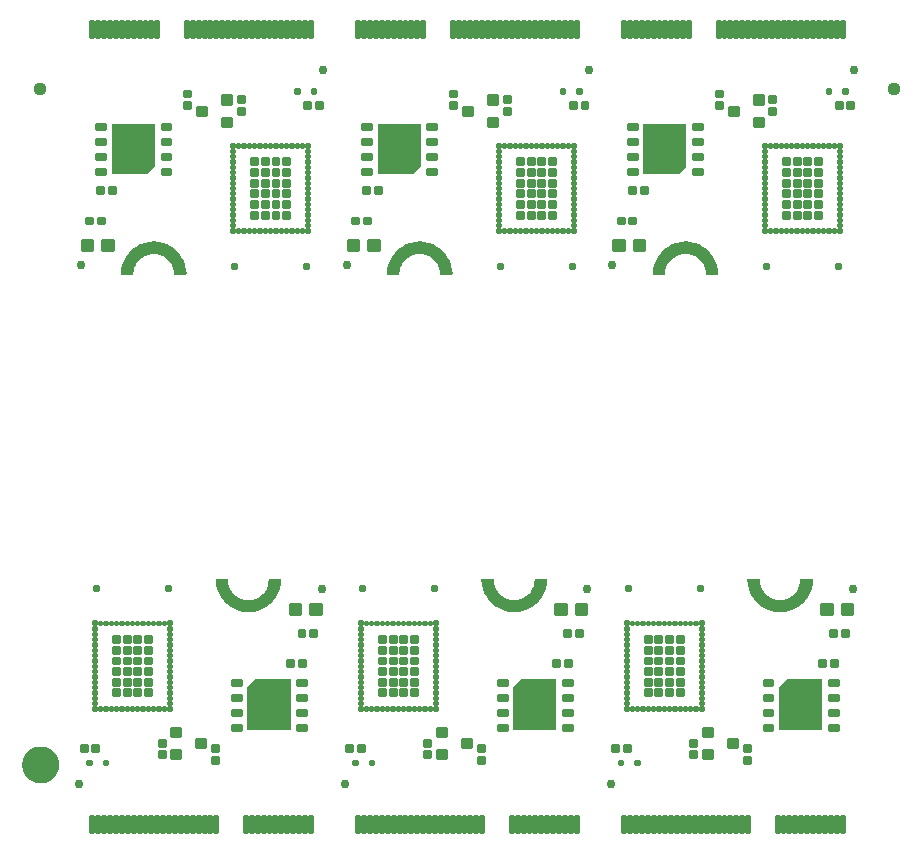
<source format=gts>
G04 EAGLE Gerber RS-274X export*
G75*
%MOMM*%
%FSLAX34Y34*%
%LPD*%
%INSoldermask Top*%
%IPPOS*%
%AMOC8*
5,1,8,0,0,1.08239X$1,22.5*%
G01*
%ADD10C,0.228959*%
%ADD11C,0.479400*%
%ADD12C,0.230578*%
%ADD13C,0.225369*%
%ADD14C,0.228369*%
%ADD15C,0.231750*%
%ADD16C,0.226609*%
%ADD17C,0.225719*%
%ADD18C,0.428259*%
%ADD19C,0.762000*%
%ADD20C,1.127000*%
%ADD21C,1.270000*%
%ADD22C,1.627000*%

G36*
X514262Y563018D02*
X514262Y563018D01*
X514321Y563030D01*
X514332Y563038D01*
X514339Y563040D01*
X514345Y563048D01*
X514381Y563074D01*
X520881Y569574D01*
X520906Y569620D01*
X520911Y569626D01*
X520912Y569630D01*
X520943Y569677D01*
X520945Y569691D01*
X520948Y569696D01*
X520947Y569707D01*
X520954Y569750D01*
X520954Y605500D01*
X520949Y605516D01*
X520951Y605533D01*
X520930Y605583D01*
X520914Y605634D01*
X520902Y605645D01*
X520895Y605661D01*
X520850Y605691D01*
X520809Y605726D01*
X520792Y605729D01*
X520778Y605738D01*
X520704Y605749D01*
X484704Y605749D01*
X484688Y605744D01*
X484671Y605747D01*
X484622Y605725D01*
X484570Y605710D01*
X484559Y605697D01*
X484543Y605690D01*
X484514Y605645D01*
X484478Y605605D01*
X484476Y605588D01*
X484466Y605574D01*
X484455Y605500D01*
X484455Y563250D01*
X484460Y563234D01*
X484457Y563217D01*
X484479Y563167D01*
X484494Y563116D01*
X484507Y563105D01*
X484514Y563089D01*
X484559Y563059D01*
X484600Y563024D01*
X484617Y563021D01*
X484631Y563012D01*
X484704Y563001D01*
X514204Y563001D01*
X514262Y563018D01*
G37*
G36*
X289167Y563018D02*
X289167Y563018D01*
X289226Y563030D01*
X289238Y563038D01*
X289244Y563040D01*
X289251Y563048D01*
X289286Y563074D01*
X295786Y569574D01*
X295811Y569620D01*
X295816Y569626D01*
X295817Y569630D01*
X295848Y569677D01*
X295850Y569691D01*
X295853Y569696D01*
X295852Y569707D01*
X295859Y569750D01*
X295859Y605500D01*
X295854Y605516D01*
X295857Y605533D01*
X295835Y605583D01*
X295820Y605634D01*
X295807Y605645D01*
X295800Y605661D01*
X295755Y605691D01*
X295714Y605726D01*
X295697Y605729D01*
X295683Y605738D01*
X295610Y605749D01*
X259610Y605749D01*
X259593Y605744D01*
X259576Y605747D01*
X259527Y605725D01*
X259475Y605710D01*
X259464Y605697D01*
X259448Y605690D01*
X259419Y605645D01*
X259383Y605605D01*
X259381Y605588D01*
X259371Y605574D01*
X259360Y605500D01*
X259360Y563250D01*
X259365Y563234D01*
X259363Y563217D01*
X259384Y563167D01*
X259400Y563116D01*
X259412Y563105D01*
X259419Y563089D01*
X259464Y563059D01*
X259505Y563024D01*
X259522Y563021D01*
X259536Y563012D01*
X259610Y563001D01*
X289110Y563001D01*
X289167Y563018D01*
G37*
G36*
X64047Y563018D02*
X64047Y563018D01*
X64106Y563030D01*
X64117Y563038D01*
X64124Y563040D01*
X64130Y563048D01*
X64166Y563074D01*
X70666Y569574D01*
X70691Y569620D01*
X70696Y569626D01*
X70697Y569630D01*
X70728Y569677D01*
X70730Y569691D01*
X70733Y569696D01*
X70732Y569707D01*
X70739Y569750D01*
X70739Y605500D01*
X70734Y605516D01*
X70736Y605533D01*
X70715Y605583D01*
X70699Y605634D01*
X70687Y605645D01*
X70680Y605661D01*
X70635Y605691D01*
X70594Y605726D01*
X70577Y605729D01*
X70563Y605738D01*
X70489Y605749D01*
X34489Y605749D01*
X34473Y605744D01*
X34456Y605747D01*
X34407Y605725D01*
X34355Y605710D01*
X34344Y605697D01*
X34328Y605690D01*
X34299Y605645D01*
X34263Y605605D01*
X34261Y605588D01*
X34251Y605574D01*
X34240Y605500D01*
X34240Y563250D01*
X34245Y563234D01*
X34242Y563217D01*
X34264Y563167D01*
X34279Y563116D01*
X34292Y563105D01*
X34299Y563089D01*
X34344Y563059D01*
X34385Y563024D01*
X34402Y563021D01*
X34416Y563012D01*
X34489Y563001D01*
X63989Y563001D01*
X64047Y563018D01*
G37*
G36*
X635706Y92756D02*
X635706Y92756D01*
X635723Y92753D01*
X635772Y92775D01*
X635824Y92790D01*
X635835Y92803D01*
X635851Y92810D01*
X635880Y92855D01*
X635916Y92895D01*
X635918Y92912D01*
X635928Y92927D01*
X635939Y93000D01*
X635939Y135250D01*
X635934Y135266D01*
X635937Y135283D01*
X635915Y135333D01*
X635900Y135384D01*
X635887Y135395D01*
X635880Y135411D01*
X635835Y135441D01*
X635794Y135476D01*
X635777Y135479D01*
X635763Y135488D01*
X635690Y135499D01*
X606190Y135499D01*
X606132Y135482D01*
X606073Y135470D01*
X606062Y135462D01*
X606055Y135460D01*
X606049Y135452D01*
X606013Y135426D01*
X599513Y128926D01*
X599484Y128874D01*
X599451Y128824D01*
X599449Y128809D01*
X599446Y128804D01*
X599447Y128793D01*
X599440Y128750D01*
X599440Y93000D01*
X599445Y92984D01*
X599443Y92967D01*
X599464Y92917D01*
X599480Y92866D01*
X599492Y92855D01*
X599499Y92839D01*
X599544Y92809D01*
X599585Y92774D01*
X599602Y92771D01*
X599616Y92762D01*
X599690Y92751D01*
X635690Y92751D01*
X635706Y92756D01*
G37*
G36*
X410611Y92756D02*
X410611Y92756D01*
X410628Y92753D01*
X410677Y92775D01*
X410729Y92790D01*
X410740Y92803D01*
X410756Y92810D01*
X410786Y92855D01*
X410821Y92895D01*
X410824Y92912D01*
X410833Y92927D01*
X410844Y93000D01*
X410844Y135250D01*
X410839Y135266D01*
X410842Y135283D01*
X410820Y135333D01*
X410805Y135384D01*
X410792Y135395D01*
X410785Y135411D01*
X410740Y135441D01*
X410700Y135476D01*
X410683Y135479D01*
X410668Y135488D01*
X410595Y135499D01*
X381095Y135499D01*
X381037Y135482D01*
X380978Y135470D01*
X380967Y135462D01*
X380961Y135460D01*
X380954Y135452D01*
X380919Y135426D01*
X374419Y128926D01*
X374390Y128874D01*
X374357Y128824D01*
X374355Y128809D01*
X374351Y128804D01*
X374352Y128793D01*
X374346Y128750D01*
X374346Y93000D01*
X374350Y92984D01*
X374348Y92967D01*
X374370Y92917D01*
X374385Y92866D01*
X374398Y92855D01*
X374405Y92839D01*
X374450Y92809D01*
X374490Y92774D01*
X374507Y92771D01*
X374521Y92762D01*
X374595Y92751D01*
X410595Y92751D01*
X410611Y92756D01*
G37*
G36*
X185516Y92756D02*
X185516Y92756D01*
X185533Y92753D01*
X185583Y92775D01*
X185634Y92790D01*
X185645Y92803D01*
X185661Y92810D01*
X185691Y92855D01*
X185726Y92895D01*
X185729Y92912D01*
X185738Y92927D01*
X185749Y93000D01*
X185749Y135250D01*
X185744Y135266D01*
X185747Y135283D01*
X185725Y135333D01*
X185710Y135384D01*
X185697Y135395D01*
X185690Y135411D01*
X185645Y135441D01*
X185605Y135476D01*
X185588Y135479D01*
X185574Y135488D01*
X185500Y135499D01*
X156000Y135499D01*
X155942Y135482D01*
X155884Y135470D01*
X155872Y135462D01*
X155866Y135460D01*
X155859Y135452D01*
X155824Y135426D01*
X149324Y128926D01*
X149295Y128874D01*
X149262Y128824D01*
X149260Y128809D01*
X149257Y128804D01*
X149257Y128793D01*
X149251Y128750D01*
X149251Y93000D01*
X149256Y92984D01*
X149253Y92967D01*
X149275Y92917D01*
X149290Y92866D01*
X149303Y92855D01*
X149310Y92839D01*
X149355Y92809D01*
X149395Y92774D01*
X149412Y92771D01*
X149427Y92762D01*
X149500Y92751D01*
X185500Y92751D01*
X185516Y92756D01*
G37*
G36*
X277617Y478253D02*
X277617Y478253D01*
X277624Y478251D01*
X277683Y478272D01*
X277744Y478290D01*
X277749Y478295D01*
X277755Y478298D01*
X277794Y478348D01*
X277836Y478395D01*
X277837Y478402D01*
X277841Y478408D01*
X277858Y478480D01*
X278072Y481198D01*
X278704Y483831D01*
X279740Y486331D01*
X281154Y488639D01*
X282912Y490698D01*
X284970Y492456D01*
X287278Y493870D01*
X289779Y494906D01*
X292411Y495538D01*
X295110Y495750D01*
X297808Y495538D01*
X300440Y494906D01*
X302941Y493870D01*
X305249Y492456D01*
X307307Y490698D01*
X309065Y488639D01*
X310479Y486331D01*
X311515Y483831D01*
X312147Y481198D01*
X312361Y478480D01*
X312364Y478474D01*
X312363Y478467D01*
X312388Y478409D01*
X312411Y478350D01*
X312417Y478345D01*
X312419Y478339D01*
X312472Y478304D01*
X312523Y478266D01*
X312530Y478266D01*
X312536Y478262D01*
X312610Y478251D01*
X322610Y478251D01*
X322635Y478258D01*
X322661Y478256D01*
X322700Y478277D01*
X322744Y478290D01*
X322761Y478310D01*
X322784Y478322D01*
X322806Y478361D01*
X322836Y478395D01*
X322840Y478421D01*
X322852Y478444D01*
X322858Y478518D01*
X322578Y482431D01*
X322575Y482441D01*
X322573Y482467D01*
X321739Y486301D01*
X321735Y486309D01*
X321729Y486335D01*
X320358Y490011D01*
X320352Y490019D01*
X320343Y490043D01*
X318463Y493487D01*
X318456Y493494D01*
X318444Y493517D01*
X316092Y496658D01*
X316085Y496664D01*
X316069Y496685D01*
X313295Y499459D01*
X313286Y499464D01*
X313268Y499483D01*
X310127Y501834D01*
X310118Y501837D01*
X310097Y501853D01*
X306653Y503734D01*
X306644Y503736D01*
X306621Y503748D01*
X302944Y505120D01*
X302935Y505120D01*
X302910Y505130D01*
X299076Y505964D01*
X299067Y505963D01*
X299041Y505969D01*
X295127Y506249D01*
X295118Y506247D01*
X295092Y506249D01*
X291178Y505969D01*
X291169Y505965D01*
X291143Y505964D01*
X287309Y505130D01*
X287300Y505125D01*
X287275Y505120D01*
X283599Y503748D01*
X283591Y503743D01*
X283566Y503734D01*
X280123Y501853D01*
X280116Y501846D01*
X280093Y501834D01*
X276952Y499483D01*
X276946Y499475D01*
X276925Y499459D01*
X274150Y496685D01*
X274146Y496676D01*
X274127Y496658D01*
X271776Y493517D01*
X271772Y493508D01*
X271756Y493487D01*
X269876Y490043D01*
X269874Y490034D01*
X269861Y490011D01*
X268490Y486335D01*
X268489Y486325D01*
X268480Y486301D01*
X267646Y482467D01*
X267647Y482457D01*
X267641Y482431D01*
X267361Y478518D01*
X267366Y478492D01*
X267363Y478467D01*
X267381Y478425D01*
X267391Y478381D01*
X267409Y478363D01*
X267419Y478339D01*
X267457Y478314D01*
X267489Y478282D01*
X267514Y478276D01*
X267536Y478262D01*
X267610Y478251D01*
X277610Y478251D01*
X277617Y478253D01*
G37*
G36*
X502711Y478253D02*
X502711Y478253D01*
X502718Y478251D01*
X502778Y478272D01*
X502839Y478290D01*
X502843Y478295D01*
X502850Y478298D01*
X502889Y478348D01*
X502931Y478395D01*
X502932Y478402D01*
X502936Y478408D01*
X502953Y478480D01*
X503167Y481198D01*
X503799Y483831D01*
X504835Y486331D01*
X506249Y488639D01*
X508007Y490698D01*
X510065Y492456D01*
X512373Y493870D01*
X514874Y494906D01*
X517506Y495538D01*
X520204Y495750D01*
X522903Y495538D01*
X525535Y494906D01*
X528036Y493870D01*
X530344Y492456D01*
X532402Y490698D01*
X534160Y488639D01*
X535574Y486331D01*
X536610Y483831D01*
X537242Y481198D01*
X537456Y478480D01*
X537459Y478474D01*
X537457Y478467D01*
X537483Y478409D01*
X537506Y478350D01*
X537511Y478345D01*
X537514Y478339D01*
X537567Y478304D01*
X537618Y478266D01*
X537625Y478266D01*
X537631Y478262D01*
X537704Y478251D01*
X547704Y478251D01*
X547729Y478258D01*
X547755Y478256D01*
X547795Y478277D01*
X547839Y478290D01*
X547856Y478310D01*
X547879Y478322D01*
X547901Y478361D01*
X547931Y478395D01*
X547934Y478421D01*
X547947Y478444D01*
X547953Y478518D01*
X547673Y482431D01*
X547670Y482441D01*
X547668Y482467D01*
X546834Y486301D01*
X546829Y486309D01*
X546824Y486335D01*
X545453Y490011D01*
X545447Y490019D01*
X545438Y490043D01*
X543558Y493487D01*
X543551Y493494D01*
X543538Y493517D01*
X541187Y496658D01*
X541179Y496664D01*
X541164Y496685D01*
X538389Y499459D01*
X538381Y499464D01*
X538362Y499483D01*
X535221Y501834D01*
X535212Y501837D01*
X535191Y501853D01*
X531748Y503734D01*
X531738Y503736D01*
X531715Y503748D01*
X528039Y505120D01*
X528030Y505120D01*
X528005Y505130D01*
X524171Y505964D01*
X524161Y505963D01*
X524136Y505969D01*
X520222Y506249D01*
X520213Y506247D01*
X520187Y506249D01*
X516273Y505969D01*
X516264Y505965D01*
X516238Y505964D01*
X512404Y505130D01*
X512395Y505125D01*
X512370Y505120D01*
X508693Y503748D01*
X508686Y503743D01*
X508661Y503734D01*
X505217Y501853D01*
X505211Y501846D01*
X505187Y501834D01*
X502046Y499483D01*
X502041Y499475D01*
X502020Y499459D01*
X499245Y496685D01*
X499240Y496676D01*
X499222Y496658D01*
X496870Y493517D01*
X496867Y493508D01*
X496851Y493487D01*
X494971Y490043D01*
X494969Y490034D01*
X494956Y490011D01*
X493585Y486335D01*
X493584Y486325D01*
X493575Y486301D01*
X492741Y482467D01*
X492741Y482457D01*
X492736Y482431D01*
X492456Y478518D01*
X492461Y478492D01*
X492457Y478467D01*
X492476Y478425D01*
X492485Y478381D01*
X492504Y478363D01*
X492514Y478339D01*
X492552Y478314D01*
X492584Y478282D01*
X492609Y478276D01*
X492631Y478262D01*
X492704Y478251D01*
X502704Y478251D01*
X502711Y478253D01*
G37*
G36*
X52496Y478253D02*
X52496Y478253D01*
X52503Y478251D01*
X52563Y478272D01*
X52624Y478290D01*
X52628Y478295D01*
X52635Y478298D01*
X52674Y478348D01*
X52716Y478395D01*
X52717Y478402D01*
X52721Y478408D01*
X52738Y478480D01*
X52952Y481198D01*
X53584Y483831D01*
X54620Y486331D01*
X56034Y488639D01*
X57792Y490698D01*
X59850Y492456D01*
X62158Y493870D01*
X64659Y494906D01*
X67291Y495538D01*
X69989Y495750D01*
X72688Y495538D01*
X75320Y494906D01*
X77821Y493870D01*
X80129Y492456D01*
X82187Y490698D01*
X83945Y488639D01*
X85359Y486331D01*
X86395Y483831D01*
X87027Y481198D01*
X87241Y478480D01*
X87244Y478474D01*
X87242Y478467D01*
X87268Y478409D01*
X87291Y478350D01*
X87296Y478345D01*
X87299Y478339D01*
X87352Y478304D01*
X87403Y478266D01*
X87410Y478266D01*
X87416Y478262D01*
X87489Y478251D01*
X97489Y478251D01*
X97514Y478258D01*
X97540Y478256D01*
X97580Y478277D01*
X97624Y478290D01*
X97641Y478310D01*
X97664Y478322D01*
X97686Y478361D01*
X97716Y478395D01*
X97719Y478421D01*
X97732Y478444D01*
X97738Y478518D01*
X97458Y482431D01*
X97455Y482441D01*
X97453Y482467D01*
X96619Y486301D01*
X96614Y486309D01*
X96609Y486335D01*
X95238Y490011D01*
X95232Y490019D01*
X95223Y490043D01*
X93343Y493487D01*
X93336Y493494D01*
X93323Y493517D01*
X90972Y496658D01*
X90964Y496664D01*
X90949Y496685D01*
X88174Y499459D01*
X88166Y499464D01*
X88147Y499483D01*
X85006Y501834D01*
X84997Y501837D01*
X84976Y501853D01*
X81533Y503734D01*
X81523Y503736D01*
X81500Y503748D01*
X77824Y505120D01*
X77815Y505120D01*
X77790Y505130D01*
X73956Y505964D01*
X73946Y505963D01*
X73921Y505969D01*
X70007Y506249D01*
X69998Y506247D01*
X69972Y506249D01*
X66058Y505969D01*
X66049Y505965D01*
X66023Y505964D01*
X62189Y505130D01*
X62180Y505125D01*
X62155Y505120D01*
X58478Y503748D01*
X58471Y503743D01*
X58446Y503734D01*
X55002Y501853D01*
X54996Y501846D01*
X54972Y501834D01*
X51831Y499483D01*
X51826Y499475D01*
X51805Y499459D01*
X49030Y496685D01*
X49025Y496676D01*
X49007Y496658D01*
X46655Y493517D01*
X46652Y493508D01*
X46636Y493487D01*
X44756Y490043D01*
X44754Y490034D01*
X44741Y490011D01*
X43370Y486335D01*
X43369Y486325D01*
X43360Y486301D01*
X42526Y482467D01*
X42526Y482457D01*
X42521Y482431D01*
X42241Y478518D01*
X42246Y478492D01*
X42242Y478467D01*
X42261Y478425D01*
X42270Y478381D01*
X42289Y478363D01*
X42299Y478339D01*
X42337Y478314D01*
X42369Y478282D01*
X42394Y478276D01*
X42416Y478262D01*
X42489Y478251D01*
X52489Y478251D01*
X52496Y478253D01*
G37*
G36*
X604121Y192531D02*
X604121Y192531D01*
X604130Y192535D01*
X604156Y192536D01*
X607990Y193370D01*
X607999Y193375D01*
X608024Y193380D01*
X611701Y194752D01*
X611708Y194757D01*
X611733Y194766D01*
X615177Y196647D01*
X615183Y196654D01*
X615207Y196666D01*
X618348Y199017D01*
X618353Y199025D01*
X618375Y199041D01*
X621149Y201815D01*
X621154Y201824D01*
X621172Y201842D01*
X623524Y204983D01*
X623527Y204992D01*
X623543Y205013D01*
X625423Y208457D01*
X625425Y208466D01*
X625438Y208489D01*
X626809Y212165D01*
X626810Y212175D01*
X626819Y212199D01*
X627653Y216033D01*
X627653Y216043D01*
X627658Y216069D01*
X627938Y219982D01*
X627933Y220008D01*
X627937Y220033D01*
X627918Y220075D01*
X627909Y220119D01*
X627890Y220137D01*
X627880Y220161D01*
X627842Y220186D01*
X627810Y220218D01*
X627785Y220224D01*
X627763Y220238D01*
X627690Y220249D01*
X617690Y220249D01*
X617683Y220247D01*
X617676Y220249D01*
X617616Y220228D01*
X617555Y220210D01*
X617551Y220205D01*
X617544Y220202D01*
X617505Y220152D01*
X617463Y220105D01*
X617462Y220098D01*
X617458Y220092D01*
X617441Y220020D01*
X617227Y217302D01*
X616595Y214669D01*
X615559Y212169D01*
X614145Y209861D01*
X612387Y207802D01*
X610329Y206044D01*
X608021Y204630D01*
X605520Y203594D01*
X602888Y202962D01*
X600190Y202750D01*
X597491Y202962D01*
X594859Y203594D01*
X592358Y204630D01*
X590050Y206044D01*
X587992Y207802D01*
X586234Y209861D01*
X584820Y212169D01*
X583784Y214669D01*
X583152Y217302D01*
X582938Y220020D01*
X582936Y220026D01*
X582937Y220033D01*
X582911Y220091D01*
X582888Y220150D01*
X582883Y220155D01*
X582880Y220161D01*
X582827Y220196D01*
X582776Y220234D01*
X582769Y220234D01*
X582763Y220238D01*
X582690Y220249D01*
X572690Y220249D01*
X572665Y220242D01*
X572639Y220244D01*
X572599Y220223D01*
X572555Y220210D01*
X572538Y220190D01*
X572515Y220178D01*
X572493Y220139D01*
X572463Y220105D01*
X572460Y220079D01*
X572447Y220056D01*
X572441Y219982D01*
X572721Y216069D01*
X572724Y216059D01*
X572726Y216033D01*
X573560Y212199D01*
X573565Y212191D01*
X573570Y212165D01*
X574941Y208489D01*
X574947Y208481D01*
X574956Y208457D01*
X576836Y205013D01*
X576843Y205006D01*
X576856Y204983D01*
X579207Y201842D01*
X579215Y201836D01*
X579230Y201815D01*
X582005Y199041D01*
X582013Y199036D01*
X582032Y199017D01*
X585173Y196666D01*
X585182Y196663D01*
X585203Y196647D01*
X588646Y194766D01*
X588656Y194764D01*
X588679Y194752D01*
X592355Y193380D01*
X592365Y193380D01*
X592389Y193370D01*
X596223Y192536D01*
X596233Y192537D01*
X596258Y192531D01*
X600172Y192251D01*
X600181Y192253D01*
X600207Y192251D01*
X604121Y192531D01*
G37*
G36*
X379026Y192531D02*
X379026Y192531D01*
X379035Y192535D01*
X379061Y192536D01*
X382895Y193370D01*
X382904Y193375D01*
X382930Y193380D01*
X386606Y194752D01*
X386614Y194757D01*
X386638Y194766D01*
X390082Y196647D01*
X390089Y196654D01*
X390112Y196666D01*
X393253Y199017D01*
X393259Y199025D01*
X393280Y199041D01*
X396054Y201815D01*
X396059Y201824D01*
X396077Y201842D01*
X398429Y204983D01*
X398432Y204992D01*
X398448Y205013D01*
X400328Y208457D01*
X400331Y208466D01*
X400343Y208489D01*
X401714Y212165D01*
X401715Y212175D01*
X401724Y212199D01*
X402558Y216033D01*
X402558Y216043D01*
X402564Y216069D01*
X402843Y219982D01*
X402838Y220008D01*
X402842Y220033D01*
X402823Y220075D01*
X402814Y220119D01*
X402796Y220137D01*
X402785Y220161D01*
X402747Y220186D01*
X402715Y220218D01*
X402690Y220224D01*
X402668Y220238D01*
X402595Y220249D01*
X392595Y220249D01*
X392588Y220247D01*
X392581Y220249D01*
X392522Y220228D01*
X392461Y220210D01*
X392456Y220205D01*
X392449Y220202D01*
X392410Y220152D01*
X392369Y220105D01*
X392368Y220098D01*
X392363Y220092D01*
X392346Y220020D01*
X392132Y217302D01*
X391501Y214669D01*
X390465Y212169D01*
X389050Y209861D01*
X387292Y207802D01*
X385234Y206044D01*
X382926Y204630D01*
X380425Y203594D01*
X377793Y202962D01*
X375095Y202750D01*
X372396Y202962D01*
X369764Y203594D01*
X367263Y204630D01*
X364956Y206044D01*
X362897Y207802D01*
X361139Y209861D01*
X359725Y212169D01*
X358689Y214669D01*
X358057Y217302D01*
X357843Y220020D01*
X357841Y220026D01*
X357842Y220033D01*
X357816Y220091D01*
X357794Y220150D01*
X357788Y220155D01*
X357785Y220161D01*
X357732Y220196D01*
X357682Y220234D01*
X357674Y220234D01*
X357668Y220238D01*
X357595Y220249D01*
X347595Y220249D01*
X347570Y220242D01*
X347544Y220244D01*
X347504Y220223D01*
X347461Y220210D01*
X347443Y220190D01*
X347421Y220178D01*
X347398Y220139D01*
X347369Y220105D01*
X347365Y220079D01*
X347352Y220056D01*
X347346Y219982D01*
X347626Y216069D01*
X347629Y216059D01*
X347631Y216033D01*
X348465Y212199D01*
X348470Y212191D01*
X348475Y212165D01*
X349846Y208489D01*
X349852Y208481D01*
X349861Y208457D01*
X351742Y205013D01*
X351748Y205006D01*
X351761Y204983D01*
X354112Y201842D01*
X354120Y201836D01*
X354135Y201815D01*
X356910Y199041D01*
X356918Y199036D01*
X356937Y199017D01*
X360078Y196666D01*
X360087Y196663D01*
X360108Y196647D01*
X363551Y194766D01*
X363561Y194764D01*
X363584Y194752D01*
X367260Y193380D01*
X367270Y193380D01*
X367294Y193370D01*
X371128Y192536D01*
X371138Y192537D01*
X371163Y192531D01*
X375077Y192251D01*
X375087Y192253D01*
X375113Y192251D01*
X379026Y192531D01*
G37*
G36*
X153931Y192531D02*
X153931Y192531D01*
X153941Y192535D01*
X153967Y192536D01*
X157801Y193370D01*
X157809Y193375D01*
X157835Y193380D01*
X161511Y194752D01*
X161519Y194757D01*
X161543Y194766D01*
X164987Y196647D01*
X164994Y196654D01*
X165017Y196666D01*
X168158Y199017D01*
X168164Y199025D01*
X168185Y199041D01*
X170959Y201815D01*
X170964Y201824D01*
X170983Y201842D01*
X173334Y204983D01*
X173337Y204992D01*
X173353Y205013D01*
X175234Y208457D01*
X175236Y208466D01*
X175248Y208489D01*
X176620Y212165D01*
X176620Y212175D01*
X176630Y212199D01*
X177464Y216033D01*
X177463Y216043D01*
X177469Y216069D01*
X177749Y219982D01*
X177743Y220008D01*
X177747Y220033D01*
X177729Y220075D01*
X177719Y220119D01*
X177701Y220137D01*
X177690Y220161D01*
X177652Y220186D01*
X177621Y220218D01*
X177595Y220224D01*
X177574Y220238D01*
X177500Y220249D01*
X167500Y220249D01*
X167493Y220247D01*
X167486Y220249D01*
X167427Y220228D01*
X167366Y220210D01*
X167361Y220205D01*
X167354Y220202D01*
X167316Y220152D01*
X167274Y220105D01*
X167273Y220098D01*
X167268Y220092D01*
X167252Y220020D01*
X167038Y217302D01*
X166406Y214669D01*
X165370Y212169D01*
X163956Y209861D01*
X162198Y207802D01*
X160139Y206044D01*
X157831Y204630D01*
X155331Y203594D01*
X152698Y202962D01*
X150000Y202750D01*
X147302Y202962D01*
X144669Y203594D01*
X142169Y204630D01*
X139861Y206044D01*
X137802Y207802D01*
X136044Y209861D01*
X134630Y212169D01*
X133594Y214669D01*
X132962Y217302D01*
X132748Y220020D01*
X132746Y220026D01*
X132747Y220033D01*
X132721Y220091D01*
X132699Y220150D01*
X132693Y220155D01*
X132690Y220161D01*
X132637Y220196D01*
X132587Y220234D01*
X132580Y220234D01*
X132574Y220238D01*
X132500Y220249D01*
X122500Y220249D01*
X122475Y220242D01*
X122449Y220244D01*
X122409Y220223D01*
X122366Y220210D01*
X122349Y220190D01*
X122326Y220178D01*
X122304Y220139D01*
X122274Y220105D01*
X122270Y220079D01*
X122257Y220056D01*
X122251Y219982D01*
X122531Y216069D01*
X122535Y216059D01*
X122536Y216033D01*
X123370Y212199D01*
X123375Y212191D01*
X123380Y212165D01*
X124752Y208489D01*
X124757Y208481D01*
X124766Y208457D01*
X126647Y205013D01*
X126654Y205006D01*
X126666Y204983D01*
X129017Y201842D01*
X129025Y201836D01*
X129041Y201815D01*
X131815Y199041D01*
X131824Y199036D01*
X131842Y199017D01*
X134983Y196666D01*
X134992Y196663D01*
X135013Y196647D01*
X138457Y194766D01*
X138466Y194764D01*
X138489Y194752D01*
X142165Y193380D01*
X142175Y193380D01*
X142199Y193370D01*
X146033Y192536D01*
X146043Y192537D01*
X146069Y192531D01*
X149982Y192251D01*
X149992Y192253D01*
X150018Y192251D01*
X153931Y192531D01*
G37*
D10*
X201260Y19490D02*
X203740Y19490D01*
X203740Y6010D01*
X201260Y6010D01*
X201260Y19490D01*
X201260Y8185D02*
X203740Y8185D01*
X203740Y10360D02*
X201260Y10360D01*
X201260Y12535D02*
X203740Y12535D01*
X203740Y14710D02*
X201260Y14710D01*
X201260Y16885D02*
X203740Y16885D01*
X203740Y19060D02*
X201260Y19060D01*
X198740Y19490D02*
X196260Y19490D01*
X198740Y19490D02*
X198740Y6010D01*
X196260Y6010D01*
X196260Y19490D01*
X196260Y8185D02*
X198740Y8185D01*
X198740Y10360D02*
X196260Y10360D01*
X196260Y12535D02*
X198740Y12535D01*
X198740Y14710D02*
X196260Y14710D01*
X196260Y16885D02*
X198740Y16885D01*
X198740Y19060D02*
X196260Y19060D01*
X193740Y19490D02*
X191260Y19490D01*
X193740Y19490D02*
X193740Y6010D01*
X191260Y6010D01*
X191260Y19490D01*
X191260Y8185D02*
X193740Y8185D01*
X193740Y10360D02*
X191260Y10360D01*
X191260Y12535D02*
X193740Y12535D01*
X193740Y14710D02*
X191260Y14710D01*
X191260Y16885D02*
X193740Y16885D01*
X193740Y19060D02*
X191260Y19060D01*
X188740Y19490D02*
X186260Y19490D01*
X188740Y19490D02*
X188740Y6010D01*
X186260Y6010D01*
X186260Y19490D01*
X186260Y8185D02*
X188740Y8185D01*
X188740Y10360D02*
X186260Y10360D01*
X186260Y12535D02*
X188740Y12535D01*
X188740Y14710D02*
X186260Y14710D01*
X186260Y16885D02*
X188740Y16885D01*
X188740Y19060D02*
X186260Y19060D01*
X183740Y19490D02*
X181260Y19490D01*
X183740Y19490D02*
X183740Y6010D01*
X181260Y6010D01*
X181260Y19490D01*
X181260Y8185D02*
X183740Y8185D01*
X183740Y10360D02*
X181260Y10360D01*
X181260Y12535D02*
X183740Y12535D01*
X183740Y14710D02*
X181260Y14710D01*
X181260Y16885D02*
X183740Y16885D01*
X183740Y19060D02*
X181260Y19060D01*
X178740Y19490D02*
X176260Y19490D01*
X178740Y19490D02*
X178740Y6010D01*
X176260Y6010D01*
X176260Y19490D01*
X176260Y8185D02*
X178740Y8185D01*
X178740Y10360D02*
X176260Y10360D01*
X176260Y12535D02*
X178740Y12535D01*
X178740Y14710D02*
X176260Y14710D01*
X176260Y16885D02*
X178740Y16885D01*
X178740Y19060D02*
X176260Y19060D01*
X173740Y19490D02*
X171260Y19490D01*
X173740Y19490D02*
X173740Y6010D01*
X171260Y6010D01*
X171260Y19490D01*
X171260Y8185D02*
X173740Y8185D01*
X173740Y10360D02*
X171260Y10360D01*
X171260Y12535D02*
X173740Y12535D01*
X173740Y14710D02*
X171260Y14710D01*
X171260Y16885D02*
X173740Y16885D01*
X173740Y19060D02*
X171260Y19060D01*
X168740Y19490D02*
X166260Y19490D01*
X168740Y19490D02*
X168740Y6010D01*
X166260Y6010D01*
X166260Y19490D01*
X166260Y8185D02*
X168740Y8185D01*
X168740Y10360D02*
X166260Y10360D01*
X166260Y12535D02*
X168740Y12535D01*
X168740Y14710D02*
X166260Y14710D01*
X166260Y16885D02*
X168740Y16885D01*
X168740Y19060D02*
X166260Y19060D01*
X163740Y19490D02*
X161260Y19490D01*
X163740Y19490D02*
X163740Y6010D01*
X161260Y6010D01*
X161260Y19490D01*
X161260Y8185D02*
X163740Y8185D01*
X163740Y10360D02*
X161260Y10360D01*
X161260Y12535D02*
X163740Y12535D01*
X163740Y14710D02*
X161260Y14710D01*
X161260Y16885D02*
X163740Y16885D01*
X163740Y19060D02*
X161260Y19060D01*
X158740Y19490D02*
X156260Y19490D01*
X158740Y19490D02*
X158740Y6010D01*
X156260Y6010D01*
X156260Y19490D01*
X156260Y8185D02*
X158740Y8185D01*
X158740Y10360D02*
X156260Y10360D01*
X156260Y12535D02*
X158740Y12535D01*
X158740Y14710D02*
X156260Y14710D01*
X156260Y16885D02*
X158740Y16885D01*
X158740Y19060D02*
X156260Y19060D01*
X153740Y19490D02*
X151260Y19490D01*
X153740Y19490D02*
X153740Y6010D01*
X151260Y6010D01*
X151260Y19490D01*
X151260Y8185D02*
X153740Y8185D01*
X153740Y10360D02*
X151260Y10360D01*
X151260Y12535D02*
X153740Y12535D01*
X153740Y14710D02*
X151260Y14710D01*
X151260Y16885D02*
X153740Y16885D01*
X153740Y19060D02*
X151260Y19060D01*
X148740Y19490D02*
X146260Y19490D01*
X148740Y19490D02*
X148740Y6010D01*
X146260Y6010D01*
X146260Y19490D01*
X146260Y8185D02*
X148740Y8185D01*
X148740Y10360D02*
X146260Y10360D01*
X146260Y12535D02*
X148740Y12535D01*
X148740Y14710D02*
X146260Y14710D01*
X146260Y16885D02*
X148740Y16885D01*
X148740Y19060D02*
X146260Y19060D01*
X123740Y19490D02*
X121260Y19490D01*
X123740Y19490D02*
X123740Y6010D01*
X121260Y6010D01*
X121260Y19490D01*
X121260Y8185D02*
X123740Y8185D01*
X123740Y10360D02*
X121260Y10360D01*
X121260Y12535D02*
X123740Y12535D01*
X123740Y14710D02*
X121260Y14710D01*
X121260Y16885D02*
X123740Y16885D01*
X123740Y19060D02*
X121260Y19060D01*
X118740Y19490D02*
X116260Y19490D01*
X118740Y19490D02*
X118740Y6010D01*
X116260Y6010D01*
X116260Y19490D01*
X116260Y8185D02*
X118740Y8185D01*
X118740Y10360D02*
X116260Y10360D01*
X116260Y12535D02*
X118740Y12535D01*
X118740Y14710D02*
X116260Y14710D01*
X116260Y16885D02*
X118740Y16885D01*
X118740Y19060D02*
X116260Y19060D01*
X113740Y19490D02*
X111260Y19490D01*
X113740Y19490D02*
X113740Y6010D01*
X111260Y6010D01*
X111260Y19490D01*
X111260Y8185D02*
X113740Y8185D01*
X113740Y10360D02*
X111260Y10360D01*
X111260Y12535D02*
X113740Y12535D01*
X113740Y14710D02*
X111260Y14710D01*
X111260Y16885D02*
X113740Y16885D01*
X113740Y19060D02*
X111260Y19060D01*
X108740Y19490D02*
X106260Y19490D01*
X108740Y19490D02*
X108740Y6010D01*
X106260Y6010D01*
X106260Y19490D01*
X106260Y8185D02*
X108740Y8185D01*
X108740Y10360D02*
X106260Y10360D01*
X106260Y12535D02*
X108740Y12535D01*
X108740Y14710D02*
X106260Y14710D01*
X106260Y16885D02*
X108740Y16885D01*
X108740Y19060D02*
X106260Y19060D01*
X103740Y19490D02*
X101260Y19490D01*
X103740Y19490D02*
X103740Y6010D01*
X101260Y6010D01*
X101260Y19490D01*
X101260Y8185D02*
X103740Y8185D01*
X103740Y10360D02*
X101260Y10360D01*
X101260Y12535D02*
X103740Y12535D01*
X103740Y14710D02*
X101260Y14710D01*
X101260Y16885D02*
X103740Y16885D01*
X103740Y19060D02*
X101260Y19060D01*
X98740Y19490D02*
X96260Y19490D01*
X98740Y19490D02*
X98740Y6010D01*
X96260Y6010D01*
X96260Y19490D01*
X96260Y8185D02*
X98740Y8185D01*
X98740Y10360D02*
X96260Y10360D01*
X96260Y12535D02*
X98740Y12535D01*
X98740Y14710D02*
X96260Y14710D01*
X96260Y16885D02*
X98740Y16885D01*
X98740Y19060D02*
X96260Y19060D01*
X93740Y19490D02*
X91260Y19490D01*
X93740Y19490D02*
X93740Y6010D01*
X91260Y6010D01*
X91260Y19490D01*
X91260Y8185D02*
X93740Y8185D01*
X93740Y10360D02*
X91260Y10360D01*
X91260Y12535D02*
X93740Y12535D01*
X93740Y14710D02*
X91260Y14710D01*
X91260Y16885D02*
X93740Y16885D01*
X93740Y19060D02*
X91260Y19060D01*
X88740Y19490D02*
X86260Y19490D01*
X88740Y19490D02*
X88740Y6010D01*
X86260Y6010D01*
X86260Y19490D01*
X86260Y8185D02*
X88740Y8185D01*
X88740Y10360D02*
X86260Y10360D01*
X86260Y12535D02*
X88740Y12535D01*
X88740Y14710D02*
X86260Y14710D01*
X86260Y16885D02*
X88740Y16885D01*
X88740Y19060D02*
X86260Y19060D01*
X83740Y19490D02*
X81260Y19490D01*
X83740Y19490D02*
X83740Y6010D01*
X81260Y6010D01*
X81260Y19490D01*
X81260Y8185D02*
X83740Y8185D01*
X83740Y10360D02*
X81260Y10360D01*
X81260Y12535D02*
X83740Y12535D01*
X83740Y14710D02*
X81260Y14710D01*
X81260Y16885D02*
X83740Y16885D01*
X83740Y19060D02*
X81260Y19060D01*
X78740Y19490D02*
X76260Y19490D01*
X78740Y19490D02*
X78740Y6010D01*
X76260Y6010D01*
X76260Y19490D01*
X76260Y8185D02*
X78740Y8185D01*
X78740Y10360D02*
X76260Y10360D01*
X76260Y12535D02*
X78740Y12535D01*
X78740Y14710D02*
X76260Y14710D01*
X76260Y16885D02*
X78740Y16885D01*
X78740Y19060D02*
X76260Y19060D01*
X73740Y19490D02*
X71260Y19490D01*
X73740Y19490D02*
X73740Y6010D01*
X71260Y6010D01*
X71260Y19490D01*
X71260Y8185D02*
X73740Y8185D01*
X73740Y10360D02*
X71260Y10360D01*
X71260Y12535D02*
X73740Y12535D01*
X73740Y14710D02*
X71260Y14710D01*
X71260Y16885D02*
X73740Y16885D01*
X73740Y19060D02*
X71260Y19060D01*
X68740Y19490D02*
X66260Y19490D01*
X68740Y19490D02*
X68740Y6010D01*
X66260Y6010D01*
X66260Y19490D01*
X66260Y8185D02*
X68740Y8185D01*
X68740Y10360D02*
X66260Y10360D01*
X66260Y12535D02*
X68740Y12535D01*
X68740Y14710D02*
X66260Y14710D01*
X66260Y16885D02*
X68740Y16885D01*
X68740Y19060D02*
X66260Y19060D01*
X63740Y19490D02*
X61260Y19490D01*
X63740Y19490D02*
X63740Y6010D01*
X61260Y6010D01*
X61260Y19490D01*
X61260Y8185D02*
X63740Y8185D01*
X63740Y10360D02*
X61260Y10360D01*
X61260Y12535D02*
X63740Y12535D01*
X63740Y14710D02*
X61260Y14710D01*
X61260Y16885D02*
X63740Y16885D01*
X63740Y19060D02*
X61260Y19060D01*
X58740Y19490D02*
X56260Y19490D01*
X58740Y19490D02*
X58740Y6010D01*
X56260Y6010D01*
X56260Y19490D01*
X56260Y8185D02*
X58740Y8185D01*
X58740Y10360D02*
X56260Y10360D01*
X56260Y12535D02*
X58740Y12535D01*
X58740Y14710D02*
X56260Y14710D01*
X56260Y16885D02*
X58740Y16885D01*
X58740Y19060D02*
X56260Y19060D01*
X53740Y19490D02*
X51260Y19490D01*
X53740Y19490D02*
X53740Y6010D01*
X51260Y6010D01*
X51260Y19490D01*
X51260Y8185D02*
X53740Y8185D01*
X53740Y10360D02*
X51260Y10360D01*
X51260Y12535D02*
X53740Y12535D01*
X53740Y14710D02*
X51260Y14710D01*
X51260Y16885D02*
X53740Y16885D01*
X53740Y19060D02*
X51260Y19060D01*
X48740Y19490D02*
X46260Y19490D01*
X48740Y19490D02*
X48740Y6010D01*
X46260Y6010D01*
X46260Y19490D01*
X46260Y8185D02*
X48740Y8185D01*
X48740Y10360D02*
X46260Y10360D01*
X46260Y12535D02*
X48740Y12535D01*
X48740Y14710D02*
X46260Y14710D01*
X46260Y16885D02*
X48740Y16885D01*
X48740Y19060D02*
X46260Y19060D01*
X43740Y19490D02*
X41260Y19490D01*
X43740Y19490D02*
X43740Y6010D01*
X41260Y6010D01*
X41260Y19490D01*
X41260Y8185D02*
X43740Y8185D01*
X43740Y10360D02*
X41260Y10360D01*
X41260Y12535D02*
X43740Y12535D01*
X43740Y14710D02*
X41260Y14710D01*
X41260Y16885D02*
X43740Y16885D01*
X43740Y19060D02*
X41260Y19060D01*
X38740Y19490D02*
X36260Y19490D01*
X38740Y19490D02*
X38740Y6010D01*
X36260Y6010D01*
X36260Y19490D01*
X36260Y8185D02*
X38740Y8185D01*
X38740Y10360D02*
X36260Y10360D01*
X36260Y12535D02*
X38740Y12535D01*
X38740Y14710D02*
X36260Y14710D01*
X36260Y16885D02*
X38740Y16885D01*
X38740Y19060D02*
X36260Y19060D01*
X33740Y19490D02*
X31260Y19490D01*
X33740Y19490D02*
X33740Y6010D01*
X31260Y6010D01*
X31260Y19490D01*
X31260Y8185D02*
X33740Y8185D01*
X33740Y10360D02*
X31260Y10360D01*
X31260Y12535D02*
X33740Y12535D01*
X33740Y14710D02*
X31260Y14710D01*
X31260Y16885D02*
X33740Y16885D01*
X33740Y19060D02*
X31260Y19060D01*
X28740Y19490D02*
X26260Y19490D01*
X28740Y19490D02*
X28740Y6010D01*
X26260Y6010D01*
X26260Y19490D01*
X26260Y8185D02*
X28740Y8185D01*
X28740Y10360D02*
X26260Y10360D01*
X26260Y12535D02*
X28740Y12535D01*
X28740Y14710D02*
X26260Y14710D01*
X26260Y16885D02*
X28740Y16885D01*
X28740Y19060D02*
X26260Y19060D01*
X23740Y19490D02*
X21260Y19490D01*
X23740Y19490D02*
X23740Y6010D01*
X21260Y6010D01*
X21260Y19490D01*
X21260Y8185D02*
X23740Y8185D01*
X23740Y10360D02*
X21260Y10360D01*
X21260Y12535D02*
X23740Y12535D01*
X23740Y14710D02*
X21260Y14710D01*
X21260Y16885D02*
X23740Y16885D01*
X23740Y19060D02*
X21260Y19060D01*
X18740Y19490D02*
X16260Y19490D01*
X18740Y19490D02*
X18740Y6010D01*
X16260Y6010D01*
X16260Y19490D01*
X16260Y8185D02*
X18740Y8185D01*
X18740Y10360D02*
X16260Y10360D01*
X16260Y12535D02*
X18740Y12535D01*
X18740Y14710D02*
X16260Y14710D01*
X16260Y16885D02*
X18740Y16885D01*
X18740Y19060D02*
X16260Y19060D01*
D11*
X129000Y210000D03*
X171000Y210000D03*
X150000Y197000D03*
D10*
X84490Y111990D02*
X82010Y111990D01*
X84490Y111990D02*
X84490Y109510D01*
X82010Y109510D01*
X82010Y111990D01*
X82010Y111685D02*
X84490Y111685D01*
X20990Y111990D02*
X18510Y111990D01*
X20990Y111990D02*
X20990Y109510D01*
X18510Y109510D01*
X18510Y111990D01*
X18510Y111685D02*
X20990Y111685D01*
D12*
X20982Y116482D02*
X18518Y116482D01*
X20982Y116482D02*
X20982Y114518D01*
X18518Y114518D01*
X18518Y116482D01*
X77518Y111982D02*
X79482Y111982D01*
X79482Y109518D01*
X77518Y109518D01*
X77518Y111982D01*
X77518Y111709D02*
X79482Y111709D01*
X74982Y111982D02*
X73018Y111982D01*
X74982Y111982D02*
X74982Y109518D01*
X73018Y109518D01*
X73018Y111982D01*
X73018Y111709D02*
X74982Y111709D01*
X70482Y111982D02*
X68518Y111982D01*
X70482Y111982D02*
X70482Y109518D01*
X68518Y109518D01*
X68518Y111982D01*
X68518Y111709D02*
X70482Y111709D01*
X65982Y111982D02*
X64018Y111982D01*
X65982Y111982D02*
X65982Y109518D01*
X64018Y109518D01*
X64018Y111982D01*
X64018Y111709D02*
X65982Y111709D01*
X61482Y111982D02*
X59518Y111982D01*
X61482Y111982D02*
X61482Y109518D01*
X59518Y109518D01*
X59518Y111982D01*
X59518Y111709D02*
X61482Y111709D01*
X56982Y111982D02*
X55018Y111982D01*
X56982Y111982D02*
X56982Y109518D01*
X55018Y109518D01*
X55018Y111982D01*
X55018Y111709D02*
X56982Y111709D01*
X52482Y111982D02*
X50518Y111982D01*
X52482Y111982D02*
X52482Y109518D01*
X50518Y109518D01*
X50518Y111982D01*
X50518Y111709D02*
X52482Y111709D01*
X47982Y111982D02*
X46018Y111982D01*
X47982Y111982D02*
X47982Y109518D01*
X46018Y109518D01*
X46018Y111982D01*
X46018Y111709D02*
X47982Y111709D01*
X43482Y111982D02*
X41518Y111982D01*
X43482Y111982D02*
X43482Y109518D01*
X41518Y109518D01*
X41518Y111982D01*
X41518Y111709D02*
X43482Y111709D01*
X38982Y111982D02*
X37018Y111982D01*
X38982Y111982D02*
X38982Y109518D01*
X37018Y109518D01*
X37018Y111982D01*
X37018Y111709D02*
X38982Y111709D01*
X34482Y111982D02*
X32518Y111982D01*
X34482Y111982D02*
X34482Y109518D01*
X32518Y109518D01*
X32518Y111982D01*
X32518Y111709D02*
X34482Y111709D01*
X29982Y111982D02*
X28018Y111982D01*
X29982Y111982D02*
X29982Y109518D01*
X28018Y109518D01*
X28018Y111982D01*
X28018Y111709D02*
X29982Y111709D01*
X25482Y111982D02*
X23518Y111982D01*
X25482Y111982D02*
X25482Y109518D01*
X23518Y109518D01*
X23518Y111982D01*
X23518Y111709D02*
X25482Y111709D01*
X20982Y119018D02*
X20982Y120982D01*
X20982Y119018D02*
X18518Y119018D01*
X18518Y120982D01*
X20982Y120982D01*
X20982Y123518D02*
X20982Y125482D01*
X20982Y123518D02*
X18518Y123518D01*
X18518Y125482D01*
X20982Y125482D01*
X20982Y128018D02*
X20982Y129982D01*
X20982Y128018D02*
X18518Y128018D01*
X18518Y129982D01*
X20982Y129982D01*
X20982Y132518D02*
X20982Y134482D01*
X20982Y132518D02*
X18518Y132518D01*
X18518Y134482D01*
X20982Y134482D01*
X20982Y137018D02*
X20982Y138982D01*
X20982Y137018D02*
X18518Y137018D01*
X18518Y138982D01*
X20982Y138982D01*
X20982Y141518D02*
X20982Y143482D01*
X20982Y141518D02*
X18518Y141518D01*
X18518Y143482D01*
X20982Y143482D01*
X20982Y146018D02*
X20982Y147982D01*
X20982Y146018D02*
X18518Y146018D01*
X18518Y147982D01*
X20982Y147982D01*
X20982Y150518D02*
X20982Y152482D01*
X20982Y150518D02*
X18518Y150518D01*
X18518Y152482D01*
X20982Y152482D01*
X20982Y155018D02*
X20982Y156982D01*
X20982Y155018D02*
X18518Y155018D01*
X18518Y156982D01*
X20982Y156982D01*
X20982Y159518D02*
X20982Y161482D01*
X20982Y159518D02*
X18518Y159518D01*
X18518Y161482D01*
X20982Y161482D01*
X20982Y164018D02*
X20982Y165982D01*
X20982Y164018D02*
X18518Y164018D01*
X18518Y165982D01*
X20982Y165982D01*
X20982Y168518D02*
X20982Y170482D01*
X20982Y168518D02*
X18518Y168518D01*
X18518Y170482D01*
X20982Y170482D01*
X20982Y173018D02*
X20982Y174982D01*
X20982Y173018D02*
X18518Y173018D01*
X18518Y174982D01*
X20982Y174982D01*
X20982Y177518D02*
X20982Y179482D01*
X20982Y177518D02*
X18518Y177518D01*
X18518Y179482D01*
X20982Y179482D01*
D10*
X20990Y184490D02*
X18510Y184490D01*
X20990Y184490D02*
X20990Y182010D01*
X18510Y182010D01*
X18510Y184490D01*
X18510Y184185D02*
X20990Y184185D01*
D12*
X82018Y116482D02*
X84482Y116482D01*
X84482Y114518D01*
X82018Y114518D01*
X82018Y116482D01*
X84482Y119018D02*
X84482Y120982D01*
X84482Y119018D02*
X82018Y119018D01*
X82018Y120982D01*
X84482Y120982D01*
X84482Y123518D02*
X84482Y125482D01*
X84482Y123518D02*
X82018Y123518D01*
X82018Y125482D01*
X84482Y125482D01*
X84482Y128018D02*
X84482Y129982D01*
X84482Y128018D02*
X82018Y128018D01*
X82018Y129982D01*
X84482Y129982D01*
X84482Y132518D02*
X84482Y134482D01*
X84482Y132518D02*
X82018Y132518D01*
X82018Y134482D01*
X84482Y134482D01*
X84482Y137018D02*
X84482Y138982D01*
X84482Y137018D02*
X82018Y137018D01*
X82018Y138982D01*
X84482Y138982D01*
X84482Y141518D02*
X84482Y143482D01*
X84482Y141518D02*
X82018Y141518D01*
X82018Y143482D01*
X84482Y143482D01*
X84482Y146018D02*
X84482Y147982D01*
X84482Y146018D02*
X82018Y146018D01*
X82018Y147982D01*
X84482Y147982D01*
X84482Y150518D02*
X84482Y152482D01*
X84482Y150518D02*
X82018Y150518D01*
X82018Y152482D01*
X84482Y152482D01*
X84482Y155018D02*
X84482Y156982D01*
X84482Y155018D02*
X82018Y155018D01*
X82018Y156982D01*
X84482Y156982D01*
X84482Y159518D02*
X84482Y161482D01*
X84482Y159518D02*
X82018Y159518D01*
X82018Y161482D01*
X84482Y161482D01*
X84482Y164018D02*
X84482Y165982D01*
X84482Y164018D02*
X82018Y164018D01*
X82018Y165982D01*
X84482Y165982D01*
X84482Y168518D02*
X84482Y170482D01*
X84482Y168518D02*
X82018Y168518D01*
X82018Y170482D01*
X84482Y170482D01*
X84482Y173018D02*
X84482Y174982D01*
X84482Y173018D02*
X82018Y173018D01*
X82018Y174982D01*
X84482Y174982D01*
X84482Y177518D02*
X84482Y179482D01*
X84482Y177518D02*
X82018Y177518D01*
X82018Y179482D01*
X84482Y179482D01*
D10*
X84490Y184490D02*
X82010Y184490D01*
X84490Y184490D02*
X84490Y182010D01*
X82010Y182010D01*
X82010Y184490D01*
X82010Y184185D02*
X84490Y184185D01*
D12*
X79482Y184482D02*
X77518Y184482D01*
X79482Y184482D02*
X79482Y182018D01*
X77518Y182018D01*
X77518Y184482D01*
X77518Y184209D02*
X79482Y184209D01*
X74982Y184482D02*
X73018Y184482D01*
X74982Y184482D02*
X74982Y182018D01*
X73018Y182018D01*
X73018Y184482D01*
X73018Y184209D02*
X74982Y184209D01*
X70482Y184482D02*
X68518Y184482D01*
X70482Y184482D02*
X70482Y182018D01*
X68518Y182018D01*
X68518Y184482D01*
X68518Y184209D02*
X70482Y184209D01*
X65982Y184482D02*
X64018Y184482D01*
X65982Y184482D02*
X65982Y182018D01*
X64018Y182018D01*
X64018Y184482D01*
X64018Y184209D02*
X65982Y184209D01*
X61482Y184482D02*
X59518Y184482D01*
X61482Y184482D02*
X61482Y182018D01*
X59518Y182018D01*
X59518Y184482D01*
X59518Y184209D02*
X61482Y184209D01*
X56982Y184482D02*
X55018Y184482D01*
X56982Y184482D02*
X56982Y182018D01*
X55018Y182018D01*
X55018Y184482D01*
X55018Y184209D02*
X56982Y184209D01*
X52482Y184482D02*
X50518Y184482D01*
X52482Y184482D02*
X52482Y182018D01*
X50518Y182018D01*
X50518Y184482D01*
X50518Y184209D02*
X52482Y184209D01*
X47982Y184482D02*
X46018Y184482D01*
X47982Y184482D02*
X47982Y182018D01*
X46018Y182018D01*
X46018Y184482D01*
X46018Y184209D02*
X47982Y184209D01*
X43482Y184482D02*
X41518Y184482D01*
X43482Y184482D02*
X43482Y182018D01*
X41518Y182018D01*
X41518Y184482D01*
X41518Y184209D02*
X43482Y184209D01*
X38982Y184482D02*
X37018Y184482D01*
X38982Y184482D02*
X38982Y182018D01*
X37018Y182018D01*
X37018Y184482D01*
X37018Y184209D02*
X38982Y184209D01*
X34482Y184482D02*
X32518Y184482D01*
X34482Y184482D02*
X34482Y182018D01*
X32518Y182018D01*
X32518Y184482D01*
X32518Y184209D02*
X34482Y184209D01*
X29982Y184482D02*
X28018Y184482D01*
X29982Y184482D02*
X29982Y182018D01*
X28018Y182018D01*
X28018Y184482D01*
X28018Y184209D02*
X29982Y184209D01*
X25482Y184482D02*
X23518Y184482D01*
X25482Y184482D02*
X25482Y182018D01*
X23518Y182018D01*
X23518Y184482D01*
X23518Y184209D02*
X25482Y184209D01*
D13*
X35492Y172008D02*
X40508Y172008D01*
X40508Y166992D01*
X35492Y166992D01*
X35492Y172008D01*
X35492Y169133D02*
X40508Y169133D01*
X40508Y171274D02*
X35492Y171274D01*
X35492Y163008D02*
X40508Y163008D01*
X40508Y157992D01*
X35492Y157992D01*
X35492Y163008D01*
X35492Y160133D02*
X40508Y160133D01*
X40508Y162274D02*
X35492Y162274D01*
X35492Y154008D02*
X40508Y154008D01*
X40508Y148992D01*
X35492Y148992D01*
X35492Y154008D01*
X35492Y151133D02*
X40508Y151133D01*
X40508Y153274D02*
X35492Y153274D01*
X35492Y145008D02*
X40508Y145008D01*
X40508Y139992D01*
X35492Y139992D01*
X35492Y145008D01*
X35492Y142133D02*
X40508Y142133D01*
X40508Y144274D02*
X35492Y144274D01*
X35492Y136008D02*
X40508Y136008D01*
X40508Y130992D01*
X35492Y130992D01*
X35492Y136008D01*
X35492Y133133D02*
X40508Y133133D01*
X40508Y135274D02*
X35492Y135274D01*
X35492Y127008D02*
X40508Y127008D01*
X40508Y121992D01*
X35492Y121992D01*
X35492Y127008D01*
X35492Y124133D02*
X40508Y124133D01*
X40508Y126274D02*
X35492Y126274D01*
X44492Y127008D02*
X49508Y127008D01*
X49508Y121992D01*
X44492Y121992D01*
X44492Y127008D01*
X44492Y124133D02*
X49508Y124133D01*
X49508Y126274D02*
X44492Y126274D01*
X53492Y127008D02*
X58508Y127008D01*
X58508Y121992D01*
X53492Y121992D01*
X53492Y127008D01*
X53492Y124133D02*
X58508Y124133D01*
X58508Y126274D02*
X53492Y126274D01*
X62492Y127008D02*
X67508Y127008D01*
X67508Y121992D01*
X62492Y121992D01*
X62492Y127008D01*
X62492Y124133D02*
X67508Y124133D01*
X67508Y126274D02*
X62492Y126274D01*
X62492Y130992D02*
X67508Y130992D01*
X62492Y130992D02*
X62492Y136008D01*
X67508Y136008D01*
X67508Y130992D01*
X67508Y133133D02*
X62492Y133133D01*
X62492Y135274D02*
X67508Y135274D01*
X67508Y139992D02*
X62492Y139992D01*
X62492Y145008D01*
X67508Y145008D01*
X67508Y139992D01*
X67508Y142133D02*
X62492Y142133D01*
X62492Y144274D02*
X67508Y144274D01*
X67508Y148992D02*
X62492Y148992D01*
X62492Y154008D01*
X67508Y154008D01*
X67508Y148992D01*
X67508Y151133D02*
X62492Y151133D01*
X62492Y153274D02*
X67508Y153274D01*
X67508Y157992D02*
X62492Y157992D01*
X62492Y163008D01*
X67508Y163008D01*
X67508Y157992D01*
X67508Y160133D02*
X62492Y160133D01*
X62492Y162274D02*
X67508Y162274D01*
X67508Y166992D02*
X62492Y166992D01*
X62492Y172008D01*
X67508Y172008D01*
X67508Y166992D01*
X67508Y169133D02*
X62492Y169133D01*
X62492Y171274D02*
X67508Y171274D01*
X58508Y130992D02*
X53492Y130992D01*
X53492Y136008D01*
X58508Y136008D01*
X58508Y130992D01*
X58508Y133133D02*
X53492Y133133D01*
X53492Y135274D02*
X58508Y135274D01*
X58508Y139992D02*
X53492Y139992D01*
X53492Y145008D01*
X58508Y145008D01*
X58508Y139992D01*
X58508Y142133D02*
X53492Y142133D01*
X53492Y144274D02*
X58508Y144274D01*
X58508Y148992D02*
X53492Y148992D01*
X53492Y154008D01*
X58508Y154008D01*
X58508Y148992D01*
X58508Y151133D02*
X53492Y151133D01*
X53492Y153274D02*
X58508Y153274D01*
X58508Y157992D02*
X53492Y157992D01*
X53492Y163008D01*
X58508Y163008D01*
X58508Y157992D01*
X58508Y160133D02*
X53492Y160133D01*
X53492Y162274D02*
X58508Y162274D01*
X58508Y166992D02*
X53492Y166992D01*
X53492Y172008D01*
X58508Y172008D01*
X58508Y166992D01*
X58508Y169133D02*
X53492Y169133D01*
X53492Y171274D02*
X58508Y171274D01*
X49508Y130992D02*
X44492Y130992D01*
X44492Y136008D01*
X49508Y136008D01*
X49508Y130992D01*
X49508Y133133D02*
X44492Y133133D01*
X44492Y135274D02*
X49508Y135274D01*
X49508Y139992D02*
X44492Y139992D01*
X44492Y145008D01*
X49508Y145008D01*
X49508Y139992D01*
X49508Y142133D02*
X44492Y142133D01*
X44492Y144274D02*
X49508Y144274D01*
X49508Y148992D02*
X44492Y148992D01*
X44492Y154008D01*
X49508Y154008D01*
X49508Y148992D01*
X49508Y151133D02*
X44492Y151133D01*
X44492Y153274D02*
X49508Y153274D01*
X49508Y157992D02*
X44492Y157992D01*
X44492Y163008D01*
X49508Y163008D01*
X49508Y157992D01*
X49508Y160133D02*
X44492Y160133D01*
X44492Y162274D02*
X49508Y162274D01*
X49508Y166992D02*
X44492Y166992D01*
X44492Y172008D01*
X49508Y172008D01*
X49508Y166992D01*
X49508Y169133D02*
X44492Y169133D01*
X44492Y171274D02*
X49508Y171274D01*
D14*
X80357Y214493D02*
X83643Y214493D01*
X83643Y211207D01*
X80357Y211207D01*
X80357Y214493D01*
X80357Y213377D02*
X83643Y213377D01*
X22643Y214493D02*
X19357Y214493D01*
X22643Y214493D02*
X22643Y211207D01*
X19357Y211207D01*
X19357Y214493D01*
X19357Y213377D02*
X22643Y213377D01*
D13*
X13008Y74492D02*
X7992Y74492D01*
X7992Y79508D01*
X13008Y79508D01*
X13008Y74492D01*
X13008Y76633D02*
X7992Y76633D01*
X7992Y78774D02*
X13008Y78774D01*
X17992Y74492D02*
X23008Y74492D01*
X17992Y74492D02*
X17992Y79508D01*
X23008Y79508D01*
X23008Y74492D01*
X23008Y76633D02*
X17992Y76633D01*
X17992Y78774D02*
X23008Y78774D01*
D15*
X84524Y87524D02*
X84524Y94476D01*
X92476Y94476D01*
X92476Y87524D01*
X84524Y87524D01*
X84524Y89726D02*
X92476Y89726D01*
X92476Y91928D02*
X84524Y91928D01*
X84524Y94130D02*
X92476Y94130D01*
X84524Y75476D02*
X84524Y68524D01*
X84524Y75476D02*
X92476Y75476D01*
X92476Y68524D01*
X84524Y68524D01*
X84524Y70726D02*
X92476Y70726D01*
X92476Y72928D02*
X84524Y72928D01*
X84524Y75130D02*
X92476Y75130D01*
X105524Y78024D02*
X105524Y84976D01*
X113476Y84976D01*
X113476Y78024D01*
X105524Y78024D01*
X105524Y80226D02*
X113476Y80226D01*
X113476Y82428D02*
X105524Y82428D01*
X105524Y84630D02*
X113476Y84630D01*
D13*
X124508Y69508D02*
X124508Y64492D01*
X119492Y64492D01*
X119492Y69508D01*
X124508Y69508D01*
X124508Y66633D02*
X119492Y66633D01*
X119492Y68774D02*
X124508Y68774D01*
X124508Y74492D02*
X124508Y79508D01*
X124508Y74492D02*
X119492Y74492D01*
X119492Y79508D01*
X124508Y79508D01*
X124508Y76633D02*
X119492Y76633D01*
X119492Y78774D02*
X124508Y78774D01*
X73992Y79492D02*
X73992Y84508D01*
X79008Y84508D01*
X79008Y79492D01*
X73992Y79492D01*
X73992Y81633D02*
X79008Y81633D01*
X79008Y83774D02*
X73992Y83774D01*
X73992Y74508D02*
X73992Y69492D01*
X73992Y74508D02*
X79008Y74508D01*
X79008Y69492D01*
X73992Y69492D01*
X73992Y71633D02*
X79008Y71633D01*
X79008Y73774D02*
X73992Y73774D01*
D16*
X30502Y63498D02*
X27498Y63498D01*
X27498Y66502D01*
X30502Y66502D01*
X30502Y63498D01*
X30502Y65651D02*
X27498Y65651D01*
X16502Y63498D02*
X13498Y63498D01*
X13498Y66502D01*
X16502Y66502D01*
X16502Y63498D01*
X16502Y65651D02*
X13498Y65651D01*
D17*
X143507Y131043D02*
X143507Y135057D01*
X143507Y131043D02*
X135993Y131043D01*
X135993Y135057D01*
X143507Y135057D01*
X143507Y133187D02*
X135993Y133187D01*
X143507Y122357D02*
X143507Y118343D01*
X135993Y118343D01*
X135993Y122357D01*
X143507Y122357D01*
X143507Y120487D02*
X135993Y120487D01*
X143507Y109657D02*
X143507Y105643D01*
X135993Y105643D01*
X135993Y109657D01*
X143507Y109657D01*
X143507Y107787D02*
X135993Y107787D01*
X143507Y96957D02*
X143507Y92943D01*
X135993Y92943D01*
X135993Y96957D01*
X143507Y96957D01*
X143507Y95087D02*
X135993Y95087D01*
X199007Y105643D02*
X199007Y109657D01*
X199007Y105643D02*
X191493Y105643D01*
X191493Y109657D01*
X199007Y109657D01*
X199007Y107787D02*
X191493Y107787D01*
X199007Y96957D02*
X199007Y92943D01*
X191493Y92943D01*
X191493Y96957D01*
X199007Y96957D01*
X199007Y95087D02*
X191493Y95087D01*
X199007Y118343D02*
X199007Y122357D01*
X199007Y118343D02*
X191493Y118343D01*
X191493Y122357D01*
X199007Y122357D01*
X199007Y120487D02*
X191493Y120487D01*
X199007Y131043D02*
X199007Y135057D01*
X199007Y131043D02*
X191493Y131043D01*
X191493Y135057D01*
X199007Y135057D01*
X199007Y133187D02*
X191493Y133187D01*
D18*
X192724Y191506D02*
X192724Y198494D01*
X192724Y191506D02*
X185736Y191506D01*
X185736Y198494D01*
X192724Y198494D01*
X192724Y195575D02*
X185736Y195575D01*
X210264Y198494D02*
X210264Y191506D01*
X203276Y191506D01*
X203276Y198494D01*
X210264Y198494D01*
X210264Y195575D02*
X203276Y195575D01*
D13*
X202492Y177008D02*
X207508Y177008D01*
X207508Y171992D01*
X202492Y171992D01*
X202492Y177008D01*
X202492Y174133D02*
X207508Y174133D01*
X207508Y176274D02*
X202492Y176274D01*
X197508Y177008D02*
X192492Y177008D01*
X197508Y177008D02*
X197508Y171992D01*
X192492Y171992D01*
X192492Y177008D01*
X192492Y174133D02*
X197508Y174133D01*
X197508Y176274D02*
X192492Y176274D01*
X192992Y151508D02*
X198008Y151508D01*
X198008Y146492D01*
X192992Y146492D01*
X192992Y151508D01*
X192992Y148633D02*
X198008Y148633D01*
X198008Y150774D02*
X192992Y150774D01*
X188008Y151508D02*
X182992Y151508D01*
X188008Y151508D02*
X188008Y146492D01*
X182992Y146492D01*
X182992Y151508D01*
X182992Y148633D02*
X188008Y148633D01*
X188008Y150774D02*
X182992Y150774D01*
D19*
X7000Y47000D03*
X212000Y212000D03*
D10*
X426355Y19490D02*
X428835Y19490D01*
X428835Y6010D01*
X426355Y6010D01*
X426355Y19490D01*
X426355Y8185D02*
X428835Y8185D01*
X428835Y10360D02*
X426355Y10360D01*
X426355Y12535D02*
X428835Y12535D01*
X428835Y14710D02*
X426355Y14710D01*
X426355Y16885D02*
X428835Y16885D01*
X428835Y19060D02*
X426355Y19060D01*
X423835Y19490D02*
X421355Y19490D01*
X423835Y19490D02*
X423835Y6010D01*
X421355Y6010D01*
X421355Y19490D01*
X421355Y8185D02*
X423835Y8185D01*
X423835Y10360D02*
X421355Y10360D01*
X421355Y12535D02*
X423835Y12535D01*
X423835Y14710D02*
X421355Y14710D01*
X421355Y16885D02*
X423835Y16885D01*
X423835Y19060D02*
X421355Y19060D01*
X418835Y19490D02*
X416355Y19490D01*
X418835Y19490D02*
X418835Y6010D01*
X416355Y6010D01*
X416355Y19490D01*
X416355Y8185D02*
X418835Y8185D01*
X418835Y10360D02*
X416355Y10360D01*
X416355Y12535D02*
X418835Y12535D01*
X418835Y14710D02*
X416355Y14710D01*
X416355Y16885D02*
X418835Y16885D01*
X418835Y19060D02*
X416355Y19060D01*
X413835Y19490D02*
X411355Y19490D01*
X413835Y19490D02*
X413835Y6010D01*
X411355Y6010D01*
X411355Y19490D01*
X411355Y8185D02*
X413835Y8185D01*
X413835Y10360D02*
X411355Y10360D01*
X411355Y12535D02*
X413835Y12535D01*
X413835Y14710D02*
X411355Y14710D01*
X411355Y16885D02*
X413835Y16885D01*
X413835Y19060D02*
X411355Y19060D01*
X408835Y19490D02*
X406355Y19490D01*
X408835Y19490D02*
X408835Y6010D01*
X406355Y6010D01*
X406355Y19490D01*
X406355Y8185D02*
X408835Y8185D01*
X408835Y10360D02*
X406355Y10360D01*
X406355Y12535D02*
X408835Y12535D01*
X408835Y14710D02*
X406355Y14710D01*
X406355Y16885D02*
X408835Y16885D01*
X408835Y19060D02*
X406355Y19060D01*
X403835Y19490D02*
X401355Y19490D01*
X403835Y19490D02*
X403835Y6010D01*
X401355Y6010D01*
X401355Y19490D01*
X401355Y8185D02*
X403835Y8185D01*
X403835Y10360D02*
X401355Y10360D01*
X401355Y12535D02*
X403835Y12535D01*
X403835Y14710D02*
X401355Y14710D01*
X401355Y16885D02*
X403835Y16885D01*
X403835Y19060D02*
X401355Y19060D01*
X398835Y19490D02*
X396355Y19490D01*
X398835Y19490D02*
X398835Y6010D01*
X396355Y6010D01*
X396355Y19490D01*
X396355Y8185D02*
X398835Y8185D01*
X398835Y10360D02*
X396355Y10360D01*
X396355Y12535D02*
X398835Y12535D01*
X398835Y14710D02*
X396355Y14710D01*
X396355Y16885D02*
X398835Y16885D01*
X398835Y19060D02*
X396355Y19060D01*
X393835Y19490D02*
X391355Y19490D01*
X393835Y19490D02*
X393835Y6010D01*
X391355Y6010D01*
X391355Y19490D01*
X391355Y8185D02*
X393835Y8185D01*
X393835Y10360D02*
X391355Y10360D01*
X391355Y12535D02*
X393835Y12535D01*
X393835Y14710D02*
X391355Y14710D01*
X391355Y16885D02*
X393835Y16885D01*
X393835Y19060D02*
X391355Y19060D01*
X388835Y19490D02*
X386355Y19490D01*
X388835Y19490D02*
X388835Y6010D01*
X386355Y6010D01*
X386355Y19490D01*
X386355Y8185D02*
X388835Y8185D01*
X388835Y10360D02*
X386355Y10360D01*
X386355Y12535D02*
X388835Y12535D01*
X388835Y14710D02*
X386355Y14710D01*
X386355Y16885D02*
X388835Y16885D01*
X388835Y19060D02*
X386355Y19060D01*
X383835Y19490D02*
X381355Y19490D01*
X383835Y19490D02*
X383835Y6010D01*
X381355Y6010D01*
X381355Y19490D01*
X381355Y8185D02*
X383835Y8185D01*
X383835Y10360D02*
X381355Y10360D01*
X381355Y12535D02*
X383835Y12535D01*
X383835Y14710D02*
X381355Y14710D01*
X381355Y16885D02*
X383835Y16885D01*
X383835Y19060D02*
X381355Y19060D01*
X378835Y19490D02*
X376355Y19490D01*
X378835Y19490D02*
X378835Y6010D01*
X376355Y6010D01*
X376355Y19490D01*
X376355Y8185D02*
X378835Y8185D01*
X378835Y10360D02*
X376355Y10360D01*
X376355Y12535D02*
X378835Y12535D01*
X378835Y14710D02*
X376355Y14710D01*
X376355Y16885D02*
X378835Y16885D01*
X378835Y19060D02*
X376355Y19060D01*
X373835Y19490D02*
X371355Y19490D01*
X373835Y19490D02*
X373835Y6010D01*
X371355Y6010D01*
X371355Y19490D01*
X371355Y8185D02*
X373835Y8185D01*
X373835Y10360D02*
X371355Y10360D01*
X371355Y12535D02*
X373835Y12535D01*
X373835Y14710D02*
X371355Y14710D01*
X371355Y16885D02*
X373835Y16885D01*
X373835Y19060D02*
X371355Y19060D01*
X348835Y19490D02*
X346355Y19490D01*
X348835Y19490D02*
X348835Y6010D01*
X346355Y6010D01*
X346355Y19490D01*
X346355Y8185D02*
X348835Y8185D01*
X348835Y10360D02*
X346355Y10360D01*
X346355Y12535D02*
X348835Y12535D01*
X348835Y14710D02*
X346355Y14710D01*
X346355Y16885D02*
X348835Y16885D01*
X348835Y19060D02*
X346355Y19060D01*
X343835Y19490D02*
X341355Y19490D01*
X343835Y19490D02*
X343835Y6010D01*
X341355Y6010D01*
X341355Y19490D01*
X341355Y8185D02*
X343835Y8185D01*
X343835Y10360D02*
X341355Y10360D01*
X341355Y12535D02*
X343835Y12535D01*
X343835Y14710D02*
X341355Y14710D01*
X341355Y16885D02*
X343835Y16885D01*
X343835Y19060D02*
X341355Y19060D01*
X338835Y19490D02*
X336355Y19490D01*
X338835Y19490D02*
X338835Y6010D01*
X336355Y6010D01*
X336355Y19490D01*
X336355Y8185D02*
X338835Y8185D01*
X338835Y10360D02*
X336355Y10360D01*
X336355Y12535D02*
X338835Y12535D01*
X338835Y14710D02*
X336355Y14710D01*
X336355Y16885D02*
X338835Y16885D01*
X338835Y19060D02*
X336355Y19060D01*
X333835Y19490D02*
X331355Y19490D01*
X333835Y19490D02*
X333835Y6010D01*
X331355Y6010D01*
X331355Y19490D01*
X331355Y8185D02*
X333835Y8185D01*
X333835Y10360D02*
X331355Y10360D01*
X331355Y12535D02*
X333835Y12535D01*
X333835Y14710D02*
X331355Y14710D01*
X331355Y16885D02*
X333835Y16885D01*
X333835Y19060D02*
X331355Y19060D01*
X328835Y19490D02*
X326355Y19490D01*
X328835Y19490D02*
X328835Y6010D01*
X326355Y6010D01*
X326355Y19490D01*
X326355Y8185D02*
X328835Y8185D01*
X328835Y10360D02*
X326355Y10360D01*
X326355Y12535D02*
X328835Y12535D01*
X328835Y14710D02*
X326355Y14710D01*
X326355Y16885D02*
X328835Y16885D01*
X328835Y19060D02*
X326355Y19060D01*
X323835Y19490D02*
X321355Y19490D01*
X323835Y19490D02*
X323835Y6010D01*
X321355Y6010D01*
X321355Y19490D01*
X321355Y8185D02*
X323835Y8185D01*
X323835Y10360D02*
X321355Y10360D01*
X321355Y12535D02*
X323835Y12535D01*
X323835Y14710D02*
X321355Y14710D01*
X321355Y16885D02*
X323835Y16885D01*
X323835Y19060D02*
X321355Y19060D01*
X318835Y19490D02*
X316355Y19490D01*
X318835Y19490D02*
X318835Y6010D01*
X316355Y6010D01*
X316355Y19490D01*
X316355Y8185D02*
X318835Y8185D01*
X318835Y10360D02*
X316355Y10360D01*
X316355Y12535D02*
X318835Y12535D01*
X318835Y14710D02*
X316355Y14710D01*
X316355Y16885D02*
X318835Y16885D01*
X318835Y19060D02*
X316355Y19060D01*
X313835Y19490D02*
X311355Y19490D01*
X313835Y19490D02*
X313835Y6010D01*
X311355Y6010D01*
X311355Y19490D01*
X311355Y8185D02*
X313835Y8185D01*
X313835Y10360D02*
X311355Y10360D01*
X311355Y12535D02*
X313835Y12535D01*
X313835Y14710D02*
X311355Y14710D01*
X311355Y16885D02*
X313835Y16885D01*
X313835Y19060D02*
X311355Y19060D01*
X308835Y19490D02*
X306355Y19490D01*
X308835Y19490D02*
X308835Y6010D01*
X306355Y6010D01*
X306355Y19490D01*
X306355Y8185D02*
X308835Y8185D01*
X308835Y10360D02*
X306355Y10360D01*
X306355Y12535D02*
X308835Y12535D01*
X308835Y14710D02*
X306355Y14710D01*
X306355Y16885D02*
X308835Y16885D01*
X308835Y19060D02*
X306355Y19060D01*
X303835Y19490D02*
X301355Y19490D01*
X303835Y19490D02*
X303835Y6010D01*
X301355Y6010D01*
X301355Y19490D01*
X301355Y8185D02*
X303835Y8185D01*
X303835Y10360D02*
X301355Y10360D01*
X301355Y12535D02*
X303835Y12535D01*
X303835Y14710D02*
X301355Y14710D01*
X301355Y16885D02*
X303835Y16885D01*
X303835Y19060D02*
X301355Y19060D01*
X298835Y19490D02*
X296355Y19490D01*
X298835Y19490D02*
X298835Y6010D01*
X296355Y6010D01*
X296355Y19490D01*
X296355Y8185D02*
X298835Y8185D01*
X298835Y10360D02*
X296355Y10360D01*
X296355Y12535D02*
X298835Y12535D01*
X298835Y14710D02*
X296355Y14710D01*
X296355Y16885D02*
X298835Y16885D01*
X298835Y19060D02*
X296355Y19060D01*
X293835Y19490D02*
X291355Y19490D01*
X293835Y19490D02*
X293835Y6010D01*
X291355Y6010D01*
X291355Y19490D01*
X291355Y8185D02*
X293835Y8185D01*
X293835Y10360D02*
X291355Y10360D01*
X291355Y12535D02*
X293835Y12535D01*
X293835Y14710D02*
X291355Y14710D01*
X291355Y16885D02*
X293835Y16885D01*
X293835Y19060D02*
X291355Y19060D01*
X288835Y19490D02*
X286355Y19490D01*
X288835Y19490D02*
X288835Y6010D01*
X286355Y6010D01*
X286355Y19490D01*
X286355Y8185D02*
X288835Y8185D01*
X288835Y10360D02*
X286355Y10360D01*
X286355Y12535D02*
X288835Y12535D01*
X288835Y14710D02*
X286355Y14710D01*
X286355Y16885D02*
X288835Y16885D01*
X288835Y19060D02*
X286355Y19060D01*
X283835Y19490D02*
X281355Y19490D01*
X283835Y19490D02*
X283835Y6010D01*
X281355Y6010D01*
X281355Y19490D01*
X281355Y8185D02*
X283835Y8185D01*
X283835Y10360D02*
X281355Y10360D01*
X281355Y12535D02*
X283835Y12535D01*
X283835Y14710D02*
X281355Y14710D01*
X281355Y16885D02*
X283835Y16885D01*
X283835Y19060D02*
X281355Y19060D01*
X278835Y19490D02*
X276355Y19490D01*
X278835Y19490D02*
X278835Y6010D01*
X276355Y6010D01*
X276355Y19490D01*
X276355Y8185D02*
X278835Y8185D01*
X278835Y10360D02*
X276355Y10360D01*
X276355Y12535D02*
X278835Y12535D01*
X278835Y14710D02*
X276355Y14710D01*
X276355Y16885D02*
X278835Y16885D01*
X278835Y19060D02*
X276355Y19060D01*
X273835Y19490D02*
X271355Y19490D01*
X273835Y19490D02*
X273835Y6010D01*
X271355Y6010D01*
X271355Y19490D01*
X271355Y8185D02*
X273835Y8185D01*
X273835Y10360D02*
X271355Y10360D01*
X271355Y12535D02*
X273835Y12535D01*
X273835Y14710D02*
X271355Y14710D01*
X271355Y16885D02*
X273835Y16885D01*
X273835Y19060D02*
X271355Y19060D01*
X268835Y19490D02*
X266355Y19490D01*
X268835Y19490D02*
X268835Y6010D01*
X266355Y6010D01*
X266355Y19490D01*
X266355Y8185D02*
X268835Y8185D01*
X268835Y10360D02*
X266355Y10360D01*
X266355Y12535D02*
X268835Y12535D01*
X268835Y14710D02*
X266355Y14710D01*
X266355Y16885D02*
X268835Y16885D01*
X268835Y19060D02*
X266355Y19060D01*
X263835Y19490D02*
X261355Y19490D01*
X263835Y19490D02*
X263835Y6010D01*
X261355Y6010D01*
X261355Y19490D01*
X261355Y8185D02*
X263835Y8185D01*
X263835Y10360D02*
X261355Y10360D01*
X261355Y12535D02*
X263835Y12535D01*
X263835Y14710D02*
X261355Y14710D01*
X261355Y16885D02*
X263835Y16885D01*
X263835Y19060D02*
X261355Y19060D01*
X258835Y19490D02*
X256355Y19490D01*
X258835Y19490D02*
X258835Y6010D01*
X256355Y6010D01*
X256355Y19490D01*
X256355Y8185D02*
X258835Y8185D01*
X258835Y10360D02*
X256355Y10360D01*
X256355Y12535D02*
X258835Y12535D01*
X258835Y14710D02*
X256355Y14710D01*
X256355Y16885D02*
X258835Y16885D01*
X258835Y19060D02*
X256355Y19060D01*
X253835Y19490D02*
X251355Y19490D01*
X253835Y19490D02*
X253835Y6010D01*
X251355Y6010D01*
X251355Y19490D01*
X251355Y8185D02*
X253835Y8185D01*
X253835Y10360D02*
X251355Y10360D01*
X251355Y12535D02*
X253835Y12535D01*
X253835Y14710D02*
X251355Y14710D01*
X251355Y16885D02*
X253835Y16885D01*
X253835Y19060D02*
X251355Y19060D01*
X248835Y19490D02*
X246355Y19490D01*
X248835Y19490D02*
X248835Y6010D01*
X246355Y6010D01*
X246355Y19490D01*
X246355Y8185D02*
X248835Y8185D01*
X248835Y10360D02*
X246355Y10360D01*
X246355Y12535D02*
X248835Y12535D01*
X248835Y14710D02*
X246355Y14710D01*
X246355Y16885D02*
X248835Y16885D01*
X248835Y19060D02*
X246355Y19060D01*
X243835Y19490D02*
X241355Y19490D01*
X243835Y19490D02*
X243835Y6010D01*
X241355Y6010D01*
X241355Y19490D01*
X241355Y8185D02*
X243835Y8185D01*
X243835Y10360D02*
X241355Y10360D01*
X241355Y12535D02*
X243835Y12535D01*
X243835Y14710D02*
X241355Y14710D01*
X241355Y16885D02*
X243835Y16885D01*
X243835Y19060D02*
X241355Y19060D01*
D11*
X354095Y210000D03*
X396095Y210000D03*
X375095Y197000D03*
D10*
X309585Y111990D02*
X307105Y111990D01*
X309585Y111990D02*
X309585Y109510D01*
X307105Y109510D01*
X307105Y111990D01*
X307105Y111685D02*
X309585Y111685D01*
X246085Y111990D02*
X243605Y111990D01*
X246085Y111990D02*
X246085Y109510D01*
X243605Y109510D01*
X243605Y111990D01*
X243605Y111685D02*
X246085Y111685D01*
D12*
X246077Y116482D02*
X243613Y116482D01*
X246077Y116482D02*
X246077Y114518D01*
X243613Y114518D01*
X243613Y116482D01*
X302613Y111982D02*
X304577Y111982D01*
X304577Y109518D01*
X302613Y109518D01*
X302613Y111982D01*
X302613Y111709D02*
X304577Y111709D01*
X300077Y111982D02*
X298113Y111982D01*
X300077Y111982D02*
X300077Y109518D01*
X298113Y109518D01*
X298113Y111982D01*
X298113Y111709D02*
X300077Y111709D01*
X295577Y111982D02*
X293613Y111982D01*
X295577Y111982D02*
X295577Y109518D01*
X293613Y109518D01*
X293613Y111982D01*
X293613Y111709D02*
X295577Y111709D01*
X291077Y111982D02*
X289113Y111982D01*
X291077Y111982D02*
X291077Y109518D01*
X289113Y109518D01*
X289113Y111982D01*
X289113Y111709D02*
X291077Y111709D01*
X286577Y111982D02*
X284613Y111982D01*
X286577Y111982D02*
X286577Y109518D01*
X284613Y109518D01*
X284613Y111982D01*
X284613Y111709D02*
X286577Y111709D01*
X282077Y111982D02*
X280113Y111982D01*
X282077Y111982D02*
X282077Y109518D01*
X280113Y109518D01*
X280113Y111982D01*
X280113Y111709D02*
X282077Y111709D01*
X277577Y111982D02*
X275613Y111982D01*
X277577Y111982D02*
X277577Y109518D01*
X275613Y109518D01*
X275613Y111982D01*
X275613Y111709D02*
X277577Y111709D01*
X273077Y111982D02*
X271113Y111982D01*
X273077Y111982D02*
X273077Y109518D01*
X271113Y109518D01*
X271113Y111982D01*
X271113Y111709D02*
X273077Y111709D01*
X268577Y111982D02*
X266613Y111982D01*
X268577Y111982D02*
X268577Y109518D01*
X266613Y109518D01*
X266613Y111982D01*
X266613Y111709D02*
X268577Y111709D01*
X264077Y111982D02*
X262113Y111982D01*
X264077Y111982D02*
X264077Y109518D01*
X262113Y109518D01*
X262113Y111982D01*
X262113Y111709D02*
X264077Y111709D01*
X259577Y111982D02*
X257613Y111982D01*
X259577Y111982D02*
X259577Y109518D01*
X257613Y109518D01*
X257613Y111982D01*
X257613Y111709D02*
X259577Y111709D01*
X255077Y111982D02*
X253113Y111982D01*
X255077Y111982D02*
X255077Y109518D01*
X253113Y109518D01*
X253113Y111982D01*
X253113Y111709D02*
X255077Y111709D01*
X250577Y111982D02*
X248613Y111982D01*
X250577Y111982D02*
X250577Y109518D01*
X248613Y109518D01*
X248613Y111982D01*
X248613Y111709D02*
X250577Y111709D01*
X246077Y119018D02*
X246077Y120982D01*
X246077Y119018D02*
X243613Y119018D01*
X243613Y120982D01*
X246077Y120982D01*
X246077Y123518D02*
X246077Y125482D01*
X246077Y123518D02*
X243613Y123518D01*
X243613Y125482D01*
X246077Y125482D01*
X246077Y128018D02*
X246077Y129982D01*
X246077Y128018D02*
X243613Y128018D01*
X243613Y129982D01*
X246077Y129982D01*
X246077Y132518D02*
X246077Y134482D01*
X246077Y132518D02*
X243613Y132518D01*
X243613Y134482D01*
X246077Y134482D01*
X246077Y137018D02*
X246077Y138982D01*
X246077Y137018D02*
X243613Y137018D01*
X243613Y138982D01*
X246077Y138982D01*
X246077Y141518D02*
X246077Y143482D01*
X246077Y141518D02*
X243613Y141518D01*
X243613Y143482D01*
X246077Y143482D01*
X246077Y146018D02*
X246077Y147982D01*
X246077Y146018D02*
X243613Y146018D01*
X243613Y147982D01*
X246077Y147982D01*
X246077Y150518D02*
X246077Y152482D01*
X246077Y150518D02*
X243613Y150518D01*
X243613Y152482D01*
X246077Y152482D01*
X246077Y155018D02*
X246077Y156982D01*
X246077Y155018D02*
X243613Y155018D01*
X243613Y156982D01*
X246077Y156982D01*
X246077Y159518D02*
X246077Y161482D01*
X246077Y159518D02*
X243613Y159518D01*
X243613Y161482D01*
X246077Y161482D01*
X246077Y164018D02*
X246077Y165982D01*
X246077Y164018D02*
X243613Y164018D01*
X243613Y165982D01*
X246077Y165982D01*
X246077Y168518D02*
X246077Y170482D01*
X246077Y168518D02*
X243613Y168518D01*
X243613Y170482D01*
X246077Y170482D01*
X246077Y173018D02*
X246077Y174982D01*
X246077Y173018D02*
X243613Y173018D01*
X243613Y174982D01*
X246077Y174982D01*
X246077Y177518D02*
X246077Y179482D01*
X246077Y177518D02*
X243613Y177518D01*
X243613Y179482D01*
X246077Y179482D01*
D10*
X246085Y184490D02*
X243605Y184490D01*
X246085Y184490D02*
X246085Y182010D01*
X243605Y182010D01*
X243605Y184490D01*
X243605Y184185D02*
X246085Y184185D01*
D12*
X307113Y116482D02*
X309577Y116482D01*
X309577Y114518D01*
X307113Y114518D01*
X307113Y116482D01*
X309577Y119018D02*
X309577Y120982D01*
X309577Y119018D02*
X307113Y119018D01*
X307113Y120982D01*
X309577Y120982D01*
X309577Y123518D02*
X309577Y125482D01*
X309577Y123518D02*
X307113Y123518D01*
X307113Y125482D01*
X309577Y125482D01*
X309577Y128018D02*
X309577Y129982D01*
X309577Y128018D02*
X307113Y128018D01*
X307113Y129982D01*
X309577Y129982D01*
X309577Y132518D02*
X309577Y134482D01*
X309577Y132518D02*
X307113Y132518D01*
X307113Y134482D01*
X309577Y134482D01*
X309577Y137018D02*
X309577Y138982D01*
X309577Y137018D02*
X307113Y137018D01*
X307113Y138982D01*
X309577Y138982D01*
X309577Y141518D02*
X309577Y143482D01*
X309577Y141518D02*
X307113Y141518D01*
X307113Y143482D01*
X309577Y143482D01*
X309577Y146018D02*
X309577Y147982D01*
X309577Y146018D02*
X307113Y146018D01*
X307113Y147982D01*
X309577Y147982D01*
X309577Y150518D02*
X309577Y152482D01*
X309577Y150518D02*
X307113Y150518D01*
X307113Y152482D01*
X309577Y152482D01*
X309577Y155018D02*
X309577Y156982D01*
X309577Y155018D02*
X307113Y155018D01*
X307113Y156982D01*
X309577Y156982D01*
X309577Y159518D02*
X309577Y161482D01*
X309577Y159518D02*
X307113Y159518D01*
X307113Y161482D01*
X309577Y161482D01*
X309577Y164018D02*
X309577Y165982D01*
X309577Y164018D02*
X307113Y164018D01*
X307113Y165982D01*
X309577Y165982D01*
X309577Y168518D02*
X309577Y170482D01*
X309577Y168518D02*
X307113Y168518D01*
X307113Y170482D01*
X309577Y170482D01*
X309577Y173018D02*
X309577Y174982D01*
X309577Y173018D02*
X307113Y173018D01*
X307113Y174982D01*
X309577Y174982D01*
X309577Y177518D02*
X309577Y179482D01*
X309577Y177518D02*
X307113Y177518D01*
X307113Y179482D01*
X309577Y179482D01*
D10*
X309585Y184490D02*
X307105Y184490D01*
X309585Y184490D02*
X309585Y182010D01*
X307105Y182010D01*
X307105Y184490D01*
X307105Y184185D02*
X309585Y184185D01*
D12*
X304577Y184482D02*
X302613Y184482D01*
X304577Y184482D02*
X304577Y182018D01*
X302613Y182018D01*
X302613Y184482D01*
X302613Y184209D02*
X304577Y184209D01*
X300077Y184482D02*
X298113Y184482D01*
X300077Y184482D02*
X300077Y182018D01*
X298113Y182018D01*
X298113Y184482D01*
X298113Y184209D02*
X300077Y184209D01*
X295577Y184482D02*
X293613Y184482D01*
X295577Y184482D02*
X295577Y182018D01*
X293613Y182018D01*
X293613Y184482D01*
X293613Y184209D02*
X295577Y184209D01*
X291077Y184482D02*
X289113Y184482D01*
X291077Y184482D02*
X291077Y182018D01*
X289113Y182018D01*
X289113Y184482D01*
X289113Y184209D02*
X291077Y184209D01*
X286577Y184482D02*
X284613Y184482D01*
X286577Y184482D02*
X286577Y182018D01*
X284613Y182018D01*
X284613Y184482D01*
X284613Y184209D02*
X286577Y184209D01*
X282077Y184482D02*
X280113Y184482D01*
X282077Y184482D02*
X282077Y182018D01*
X280113Y182018D01*
X280113Y184482D01*
X280113Y184209D02*
X282077Y184209D01*
X277577Y184482D02*
X275613Y184482D01*
X277577Y184482D02*
X277577Y182018D01*
X275613Y182018D01*
X275613Y184482D01*
X275613Y184209D02*
X277577Y184209D01*
X273077Y184482D02*
X271113Y184482D01*
X273077Y184482D02*
X273077Y182018D01*
X271113Y182018D01*
X271113Y184482D01*
X271113Y184209D02*
X273077Y184209D01*
X268577Y184482D02*
X266613Y184482D01*
X268577Y184482D02*
X268577Y182018D01*
X266613Y182018D01*
X266613Y184482D01*
X266613Y184209D02*
X268577Y184209D01*
X264077Y184482D02*
X262113Y184482D01*
X264077Y184482D02*
X264077Y182018D01*
X262113Y182018D01*
X262113Y184482D01*
X262113Y184209D02*
X264077Y184209D01*
X259577Y184482D02*
X257613Y184482D01*
X259577Y184482D02*
X259577Y182018D01*
X257613Y182018D01*
X257613Y184482D01*
X257613Y184209D02*
X259577Y184209D01*
X255077Y184482D02*
X253113Y184482D01*
X255077Y184482D02*
X255077Y182018D01*
X253113Y182018D01*
X253113Y184482D01*
X253113Y184209D02*
X255077Y184209D01*
X250577Y184482D02*
X248613Y184482D01*
X250577Y184482D02*
X250577Y182018D01*
X248613Y182018D01*
X248613Y184482D01*
X248613Y184209D02*
X250577Y184209D01*
D13*
X260587Y172008D02*
X265603Y172008D01*
X265603Y166992D01*
X260587Y166992D01*
X260587Y172008D01*
X260587Y169133D02*
X265603Y169133D01*
X265603Y171274D02*
X260587Y171274D01*
X260587Y163008D02*
X265603Y163008D01*
X265603Y157992D01*
X260587Y157992D01*
X260587Y163008D01*
X260587Y160133D02*
X265603Y160133D01*
X265603Y162274D02*
X260587Y162274D01*
X260587Y154008D02*
X265603Y154008D01*
X265603Y148992D01*
X260587Y148992D01*
X260587Y154008D01*
X260587Y151133D02*
X265603Y151133D01*
X265603Y153274D02*
X260587Y153274D01*
X260587Y145008D02*
X265603Y145008D01*
X265603Y139992D01*
X260587Y139992D01*
X260587Y145008D01*
X260587Y142133D02*
X265603Y142133D01*
X265603Y144274D02*
X260587Y144274D01*
X260587Y136008D02*
X265603Y136008D01*
X265603Y130992D01*
X260587Y130992D01*
X260587Y136008D01*
X260587Y133133D02*
X265603Y133133D01*
X265603Y135274D02*
X260587Y135274D01*
X260587Y127008D02*
X265603Y127008D01*
X265603Y121992D01*
X260587Y121992D01*
X260587Y127008D01*
X260587Y124133D02*
X265603Y124133D01*
X265603Y126274D02*
X260587Y126274D01*
X269587Y127008D02*
X274603Y127008D01*
X274603Y121992D01*
X269587Y121992D01*
X269587Y127008D01*
X269587Y124133D02*
X274603Y124133D01*
X274603Y126274D02*
X269587Y126274D01*
X278587Y127008D02*
X283603Y127008D01*
X283603Y121992D01*
X278587Y121992D01*
X278587Y127008D01*
X278587Y124133D02*
X283603Y124133D01*
X283603Y126274D02*
X278587Y126274D01*
X287587Y127008D02*
X292603Y127008D01*
X292603Y121992D01*
X287587Y121992D01*
X287587Y127008D01*
X287587Y124133D02*
X292603Y124133D01*
X292603Y126274D02*
X287587Y126274D01*
X287587Y130992D02*
X292603Y130992D01*
X287587Y130992D02*
X287587Y136008D01*
X292603Y136008D01*
X292603Y130992D01*
X292603Y133133D02*
X287587Y133133D01*
X287587Y135274D02*
X292603Y135274D01*
X292603Y139992D02*
X287587Y139992D01*
X287587Y145008D01*
X292603Y145008D01*
X292603Y139992D01*
X292603Y142133D02*
X287587Y142133D01*
X287587Y144274D02*
X292603Y144274D01*
X292603Y148992D02*
X287587Y148992D01*
X287587Y154008D01*
X292603Y154008D01*
X292603Y148992D01*
X292603Y151133D02*
X287587Y151133D01*
X287587Y153274D02*
X292603Y153274D01*
X292603Y157992D02*
X287587Y157992D01*
X287587Y163008D01*
X292603Y163008D01*
X292603Y157992D01*
X292603Y160133D02*
X287587Y160133D01*
X287587Y162274D02*
X292603Y162274D01*
X292603Y166992D02*
X287587Y166992D01*
X287587Y172008D01*
X292603Y172008D01*
X292603Y166992D01*
X292603Y169133D02*
X287587Y169133D01*
X287587Y171274D02*
X292603Y171274D01*
X283603Y130992D02*
X278587Y130992D01*
X278587Y136008D01*
X283603Y136008D01*
X283603Y130992D01*
X283603Y133133D02*
X278587Y133133D01*
X278587Y135274D02*
X283603Y135274D01*
X283603Y139992D02*
X278587Y139992D01*
X278587Y145008D01*
X283603Y145008D01*
X283603Y139992D01*
X283603Y142133D02*
X278587Y142133D01*
X278587Y144274D02*
X283603Y144274D01*
X283603Y148992D02*
X278587Y148992D01*
X278587Y154008D01*
X283603Y154008D01*
X283603Y148992D01*
X283603Y151133D02*
X278587Y151133D01*
X278587Y153274D02*
X283603Y153274D01*
X283603Y157992D02*
X278587Y157992D01*
X278587Y163008D01*
X283603Y163008D01*
X283603Y157992D01*
X283603Y160133D02*
X278587Y160133D01*
X278587Y162274D02*
X283603Y162274D01*
X283603Y166992D02*
X278587Y166992D01*
X278587Y172008D01*
X283603Y172008D01*
X283603Y166992D01*
X283603Y169133D02*
X278587Y169133D01*
X278587Y171274D02*
X283603Y171274D01*
X274603Y130992D02*
X269587Y130992D01*
X269587Y136008D01*
X274603Y136008D01*
X274603Y130992D01*
X274603Y133133D02*
X269587Y133133D01*
X269587Y135274D02*
X274603Y135274D01*
X274603Y139992D02*
X269587Y139992D01*
X269587Y145008D01*
X274603Y145008D01*
X274603Y139992D01*
X274603Y142133D02*
X269587Y142133D01*
X269587Y144274D02*
X274603Y144274D01*
X274603Y148992D02*
X269587Y148992D01*
X269587Y154008D01*
X274603Y154008D01*
X274603Y148992D01*
X274603Y151133D02*
X269587Y151133D01*
X269587Y153274D02*
X274603Y153274D01*
X274603Y157992D02*
X269587Y157992D01*
X269587Y163008D01*
X274603Y163008D01*
X274603Y157992D01*
X274603Y160133D02*
X269587Y160133D01*
X269587Y162274D02*
X274603Y162274D01*
X274603Y166992D02*
X269587Y166992D01*
X269587Y172008D01*
X274603Y172008D01*
X274603Y166992D01*
X274603Y169133D02*
X269587Y169133D01*
X269587Y171274D02*
X274603Y171274D01*
D14*
X305452Y214493D02*
X308738Y214493D01*
X308738Y211207D01*
X305452Y211207D01*
X305452Y214493D01*
X305452Y213377D02*
X308738Y213377D01*
X247738Y214493D02*
X244452Y214493D01*
X247738Y214493D02*
X247738Y211207D01*
X244452Y211207D01*
X244452Y214493D01*
X244452Y213377D02*
X247738Y213377D01*
D13*
X238103Y74492D02*
X233087Y74492D01*
X233087Y79508D01*
X238103Y79508D01*
X238103Y74492D01*
X238103Y76633D02*
X233087Y76633D01*
X233087Y78774D02*
X238103Y78774D01*
X243087Y74492D02*
X248103Y74492D01*
X243087Y74492D02*
X243087Y79508D01*
X248103Y79508D01*
X248103Y74492D01*
X248103Y76633D02*
X243087Y76633D01*
X243087Y78774D02*
X248103Y78774D01*
D15*
X309619Y87524D02*
X309619Y94476D01*
X317571Y94476D01*
X317571Y87524D01*
X309619Y87524D01*
X309619Y89726D02*
X317571Y89726D01*
X317571Y91928D02*
X309619Y91928D01*
X309619Y94130D02*
X317571Y94130D01*
X309619Y75476D02*
X309619Y68524D01*
X309619Y75476D02*
X317571Y75476D01*
X317571Y68524D01*
X309619Y68524D01*
X309619Y70726D02*
X317571Y70726D01*
X317571Y72928D02*
X309619Y72928D01*
X309619Y75130D02*
X317571Y75130D01*
X330619Y78024D02*
X330619Y84976D01*
X338571Y84976D01*
X338571Y78024D01*
X330619Y78024D01*
X330619Y80226D02*
X338571Y80226D01*
X338571Y82428D02*
X330619Y82428D01*
X330619Y84630D02*
X338571Y84630D01*
D13*
X349603Y69508D02*
X349603Y64492D01*
X344587Y64492D01*
X344587Y69508D01*
X349603Y69508D01*
X349603Y66633D02*
X344587Y66633D01*
X344587Y68774D02*
X349603Y68774D01*
X349603Y74492D02*
X349603Y79508D01*
X349603Y74492D02*
X344587Y74492D01*
X344587Y79508D01*
X349603Y79508D01*
X349603Y76633D02*
X344587Y76633D01*
X344587Y78774D02*
X349603Y78774D01*
X299087Y79492D02*
X299087Y84508D01*
X304103Y84508D01*
X304103Y79492D01*
X299087Y79492D01*
X299087Y81633D02*
X304103Y81633D01*
X304103Y83774D02*
X299087Y83774D01*
X299087Y74508D02*
X299087Y69492D01*
X299087Y74508D02*
X304103Y74508D01*
X304103Y69492D01*
X299087Y69492D01*
X299087Y71633D02*
X304103Y71633D01*
X304103Y73774D02*
X299087Y73774D01*
D16*
X255597Y63498D02*
X252593Y63498D01*
X252593Y66502D01*
X255597Y66502D01*
X255597Y63498D01*
X255597Y65651D02*
X252593Y65651D01*
X241597Y63498D02*
X238593Y63498D01*
X238593Y66502D01*
X241597Y66502D01*
X241597Y63498D01*
X241597Y65651D02*
X238593Y65651D01*
D17*
X368602Y131043D02*
X368602Y135057D01*
X368602Y131043D02*
X361088Y131043D01*
X361088Y135057D01*
X368602Y135057D01*
X368602Y133187D02*
X361088Y133187D01*
X368602Y122357D02*
X368602Y118343D01*
X361088Y118343D01*
X361088Y122357D01*
X368602Y122357D01*
X368602Y120487D02*
X361088Y120487D01*
X368602Y109657D02*
X368602Y105643D01*
X361088Y105643D01*
X361088Y109657D01*
X368602Y109657D01*
X368602Y107787D02*
X361088Y107787D01*
X368602Y96957D02*
X368602Y92943D01*
X361088Y92943D01*
X361088Y96957D01*
X368602Y96957D01*
X368602Y95087D02*
X361088Y95087D01*
X424102Y105643D02*
X424102Y109657D01*
X424102Y105643D02*
X416588Y105643D01*
X416588Y109657D01*
X424102Y109657D01*
X424102Y107787D02*
X416588Y107787D01*
X424102Y96957D02*
X424102Y92943D01*
X416588Y92943D01*
X416588Y96957D01*
X424102Y96957D01*
X424102Y95087D02*
X416588Y95087D01*
X424102Y118343D02*
X424102Y122357D01*
X424102Y118343D02*
X416588Y118343D01*
X416588Y122357D01*
X424102Y122357D01*
X424102Y120487D02*
X416588Y120487D01*
X424102Y131043D02*
X424102Y135057D01*
X424102Y131043D02*
X416588Y131043D01*
X416588Y135057D01*
X424102Y135057D01*
X424102Y133187D02*
X416588Y133187D01*
D18*
X417819Y191506D02*
X417819Y198494D01*
X417819Y191506D02*
X410831Y191506D01*
X410831Y198494D01*
X417819Y198494D01*
X417819Y195575D02*
X410831Y195575D01*
X435359Y198494D02*
X435359Y191506D01*
X428371Y191506D01*
X428371Y198494D01*
X435359Y198494D01*
X435359Y195575D02*
X428371Y195575D01*
D13*
X427587Y177008D02*
X432603Y177008D01*
X432603Y171992D01*
X427587Y171992D01*
X427587Y177008D01*
X427587Y174133D02*
X432603Y174133D01*
X432603Y176274D02*
X427587Y176274D01*
X422603Y177008D02*
X417587Y177008D01*
X422603Y177008D02*
X422603Y171992D01*
X417587Y171992D01*
X417587Y177008D01*
X417587Y174133D02*
X422603Y174133D01*
X422603Y176274D02*
X417587Y176274D01*
X418087Y151508D02*
X423103Y151508D01*
X423103Y146492D01*
X418087Y146492D01*
X418087Y151508D01*
X418087Y148633D02*
X423103Y148633D01*
X423103Y150774D02*
X418087Y150774D01*
X413103Y151508D02*
X408087Y151508D01*
X413103Y151508D02*
X413103Y146492D01*
X408087Y146492D01*
X408087Y151508D01*
X408087Y148633D02*
X413103Y148633D01*
X413103Y150774D02*
X408087Y150774D01*
D19*
X232095Y47000D03*
X437095Y212000D03*
D10*
X651450Y19490D02*
X653930Y19490D01*
X653930Y6010D01*
X651450Y6010D01*
X651450Y19490D01*
X651450Y8185D02*
X653930Y8185D01*
X653930Y10360D02*
X651450Y10360D01*
X651450Y12535D02*
X653930Y12535D01*
X653930Y14710D02*
X651450Y14710D01*
X651450Y16885D02*
X653930Y16885D01*
X653930Y19060D02*
X651450Y19060D01*
X648930Y19490D02*
X646450Y19490D01*
X648930Y19490D02*
X648930Y6010D01*
X646450Y6010D01*
X646450Y19490D01*
X646450Y8185D02*
X648930Y8185D01*
X648930Y10360D02*
X646450Y10360D01*
X646450Y12535D02*
X648930Y12535D01*
X648930Y14710D02*
X646450Y14710D01*
X646450Y16885D02*
X648930Y16885D01*
X648930Y19060D02*
X646450Y19060D01*
X643930Y19490D02*
X641450Y19490D01*
X643930Y19490D02*
X643930Y6010D01*
X641450Y6010D01*
X641450Y19490D01*
X641450Y8185D02*
X643930Y8185D01*
X643930Y10360D02*
X641450Y10360D01*
X641450Y12535D02*
X643930Y12535D01*
X643930Y14710D02*
X641450Y14710D01*
X641450Y16885D02*
X643930Y16885D01*
X643930Y19060D02*
X641450Y19060D01*
X638930Y19490D02*
X636450Y19490D01*
X638930Y19490D02*
X638930Y6010D01*
X636450Y6010D01*
X636450Y19490D01*
X636450Y8185D02*
X638930Y8185D01*
X638930Y10360D02*
X636450Y10360D01*
X636450Y12535D02*
X638930Y12535D01*
X638930Y14710D02*
X636450Y14710D01*
X636450Y16885D02*
X638930Y16885D01*
X638930Y19060D02*
X636450Y19060D01*
X633930Y19490D02*
X631450Y19490D01*
X633930Y19490D02*
X633930Y6010D01*
X631450Y6010D01*
X631450Y19490D01*
X631450Y8185D02*
X633930Y8185D01*
X633930Y10360D02*
X631450Y10360D01*
X631450Y12535D02*
X633930Y12535D01*
X633930Y14710D02*
X631450Y14710D01*
X631450Y16885D02*
X633930Y16885D01*
X633930Y19060D02*
X631450Y19060D01*
X628930Y19490D02*
X626450Y19490D01*
X628930Y19490D02*
X628930Y6010D01*
X626450Y6010D01*
X626450Y19490D01*
X626450Y8185D02*
X628930Y8185D01*
X628930Y10360D02*
X626450Y10360D01*
X626450Y12535D02*
X628930Y12535D01*
X628930Y14710D02*
X626450Y14710D01*
X626450Y16885D02*
X628930Y16885D01*
X628930Y19060D02*
X626450Y19060D01*
X623930Y19490D02*
X621450Y19490D01*
X623930Y19490D02*
X623930Y6010D01*
X621450Y6010D01*
X621450Y19490D01*
X621450Y8185D02*
X623930Y8185D01*
X623930Y10360D02*
X621450Y10360D01*
X621450Y12535D02*
X623930Y12535D01*
X623930Y14710D02*
X621450Y14710D01*
X621450Y16885D02*
X623930Y16885D01*
X623930Y19060D02*
X621450Y19060D01*
X618930Y19490D02*
X616450Y19490D01*
X618930Y19490D02*
X618930Y6010D01*
X616450Y6010D01*
X616450Y19490D01*
X616450Y8185D02*
X618930Y8185D01*
X618930Y10360D02*
X616450Y10360D01*
X616450Y12535D02*
X618930Y12535D01*
X618930Y14710D02*
X616450Y14710D01*
X616450Y16885D02*
X618930Y16885D01*
X618930Y19060D02*
X616450Y19060D01*
X613930Y19490D02*
X611450Y19490D01*
X613930Y19490D02*
X613930Y6010D01*
X611450Y6010D01*
X611450Y19490D01*
X611450Y8185D02*
X613930Y8185D01*
X613930Y10360D02*
X611450Y10360D01*
X611450Y12535D02*
X613930Y12535D01*
X613930Y14710D02*
X611450Y14710D01*
X611450Y16885D02*
X613930Y16885D01*
X613930Y19060D02*
X611450Y19060D01*
X608930Y19490D02*
X606450Y19490D01*
X608930Y19490D02*
X608930Y6010D01*
X606450Y6010D01*
X606450Y19490D01*
X606450Y8185D02*
X608930Y8185D01*
X608930Y10360D02*
X606450Y10360D01*
X606450Y12535D02*
X608930Y12535D01*
X608930Y14710D02*
X606450Y14710D01*
X606450Y16885D02*
X608930Y16885D01*
X608930Y19060D02*
X606450Y19060D01*
X603930Y19490D02*
X601450Y19490D01*
X603930Y19490D02*
X603930Y6010D01*
X601450Y6010D01*
X601450Y19490D01*
X601450Y8185D02*
X603930Y8185D01*
X603930Y10360D02*
X601450Y10360D01*
X601450Y12535D02*
X603930Y12535D01*
X603930Y14710D02*
X601450Y14710D01*
X601450Y16885D02*
X603930Y16885D01*
X603930Y19060D02*
X601450Y19060D01*
X598930Y19490D02*
X596450Y19490D01*
X598930Y19490D02*
X598930Y6010D01*
X596450Y6010D01*
X596450Y19490D01*
X596450Y8185D02*
X598930Y8185D01*
X598930Y10360D02*
X596450Y10360D01*
X596450Y12535D02*
X598930Y12535D01*
X598930Y14710D02*
X596450Y14710D01*
X596450Y16885D02*
X598930Y16885D01*
X598930Y19060D02*
X596450Y19060D01*
X573930Y19490D02*
X571450Y19490D01*
X573930Y19490D02*
X573930Y6010D01*
X571450Y6010D01*
X571450Y19490D01*
X571450Y8185D02*
X573930Y8185D01*
X573930Y10360D02*
X571450Y10360D01*
X571450Y12535D02*
X573930Y12535D01*
X573930Y14710D02*
X571450Y14710D01*
X571450Y16885D02*
X573930Y16885D01*
X573930Y19060D02*
X571450Y19060D01*
X568930Y19490D02*
X566450Y19490D01*
X568930Y19490D02*
X568930Y6010D01*
X566450Y6010D01*
X566450Y19490D01*
X566450Y8185D02*
X568930Y8185D01*
X568930Y10360D02*
X566450Y10360D01*
X566450Y12535D02*
X568930Y12535D01*
X568930Y14710D02*
X566450Y14710D01*
X566450Y16885D02*
X568930Y16885D01*
X568930Y19060D02*
X566450Y19060D01*
X563930Y19490D02*
X561450Y19490D01*
X563930Y19490D02*
X563930Y6010D01*
X561450Y6010D01*
X561450Y19490D01*
X561450Y8185D02*
X563930Y8185D01*
X563930Y10360D02*
X561450Y10360D01*
X561450Y12535D02*
X563930Y12535D01*
X563930Y14710D02*
X561450Y14710D01*
X561450Y16885D02*
X563930Y16885D01*
X563930Y19060D02*
X561450Y19060D01*
X558930Y19490D02*
X556450Y19490D01*
X558930Y19490D02*
X558930Y6010D01*
X556450Y6010D01*
X556450Y19490D01*
X556450Y8185D02*
X558930Y8185D01*
X558930Y10360D02*
X556450Y10360D01*
X556450Y12535D02*
X558930Y12535D01*
X558930Y14710D02*
X556450Y14710D01*
X556450Y16885D02*
X558930Y16885D01*
X558930Y19060D02*
X556450Y19060D01*
X553930Y19490D02*
X551450Y19490D01*
X553930Y19490D02*
X553930Y6010D01*
X551450Y6010D01*
X551450Y19490D01*
X551450Y8185D02*
X553930Y8185D01*
X553930Y10360D02*
X551450Y10360D01*
X551450Y12535D02*
X553930Y12535D01*
X553930Y14710D02*
X551450Y14710D01*
X551450Y16885D02*
X553930Y16885D01*
X553930Y19060D02*
X551450Y19060D01*
X548930Y19490D02*
X546450Y19490D01*
X548930Y19490D02*
X548930Y6010D01*
X546450Y6010D01*
X546450Y19490D01*
X546450Y8185D02*
X548930Y8185D01*
X548930Y10360D02*
X546450Y10360D01*
X546450Y12535D02*
X548930Y12535D01*
X548930Y14710D02*
X546450Y14710D01*
X546450Y16885D02*
X548930Y16885D01*
X548930Y19060D02*
X546450Y19060D01*
X543930Y19490D02*
X541450Y19490D01*
X543930Y19490D02*
X543930Y6010D01*
X541450Y6010D01*
X541450Y19490D01*
X541450Y8185D02*
X543930Y8185D01*
X543930Y10360D02*
X541450Y10360D01*
X541450Y12535D02*
X543930Y12535D01*
X543930Y14710D02*
X541450Y14710D01*
X541450Y16885D02*
X543930Y16885D01*
X543930Y19060D02*
X541450Y19060D01*
X538930Y19490D02*
X536450Y19490D01*
X538930Y19490D02*
X538930Y6010D01*
X536450Y6010D01*
X536450Y19490D01*
X536450Y8185D02*
X538930Y8185D01*
X538930Y10360D02*
X536450Y10360D01*
X536450Y12535D02*
X538930Y12535D01*
X538930Y14710D02*
X536450Y14710D01*
X536450Y16885D02*
X538930Y16885D01*
X538930Y19060D02*
X536450Y19060D01*
X533930Y19490D02*
X531450Y19490D01*
X533930Y19490D02*
X533930Y6010D01*
X531450Y6010D01*
X531450Y19490D01*
X531450Y8185D02*
X533930Y8185D01*
X533930Y10360D02*
X531450Y10360D01*
X531450Y12535D02*
X533930Y12535D01*
X533930Y14710D02*
X531450Y14710D01*
X531450Y16885D02*
X533930Y16885D01*
X533930Y19060D02*
X531450Y19060D01*
X528930Y19490D02*
X526450Y19490D01*
X528930Y19490D02*
X528930Y6010D01*
X526450Y6010D01*
X526450Y19490D01*
X526450Y8185D02*
X528930Y8185D01*
X528930Y10360D02*
X526450Y10360D01*
X526450Y12535D02*
X528930Y12535D01*
X528930Y14710D02*
X526450Y14710D01*
X526450Y16885D02*
X528930Y16885D01*
X528930Y19060D02*
X526450Y19060D01*
X523930Y19490D02*
X521450Y19490D01*
X523930Y19490D02*
X523930Y6010D01*
X521450Y6010D01*
X521450Y19490D01*
X521450Y8185D02*
X523930Y8185D01*
X523930Y10360D02*
X521450Y10360D01*
X521450Y12535D02*
X523930Y12535D01*
X523930Y14710D02*
X521450Y14710D01*
X521450Y16885D02*
X523930Y16885D01*
X523930Y19060D02*
X521450Y19060D01*
X518930Y19490D02*
X516450Y19490D01*
X518930Y19490D02*
X518930Y6010D01*
X516450Y6010D01*
X516450Y19490D01*
X516450Y8185D02*
X518930Y8185D01*
X518930Y10360D02*
X516450Y10360D01*
X516450Y12535D02*
X518930Y12535D01*
X518930Y14710D02*
X516450Y14710D01*
X516450Y16885D02*
X518930Y16885D01*
X518930Y19060D02*
X516450Y19060D01*
X513930Y19490D02*
X511450Y19490D01*
X513930Y19490D02*
X513930Y6010D01*
X511450Y6010D01*
X511450Y19490D01*
X511450Y8185D02*
X513930Y8185D01*
X513930Y10360D02*
X511450Y10360D01*
X511450Y12535D02*
X513930Y12535D01*
X513930Y14710D02*
X511450Y14710D01*
X511450Y16885D02*
X513930Y16885D01*
X513930Y19060D02*
X511450Y19060D01*
X508930Y19490D02*
X506450Y19490D01*
X508930Y19490D02*
X508930Y6010D01*
X506450Y6010D01*
X506450Y19490D01*
X506450Y8185D02*
X508930Y8185D01*
X508930Y10360D02*
X506450Y10360D01*
X506450Y12535D02*
X508930Y12535D01*
X508930Y14710D02*
X506450Y14710D01*
X506450Y16885D02*
X508930Y16885D01*
X508930Y19060D02*
X506450Y19060D01*
X503930Y19490D02*
X501450Y19490D01*
X503930Y19490D02*
X503930Y6010D01*
X501450Y6010D01*
X501450Y19490D01*
X501450Y8185D02*
X503930Y8185D01*
X503930Y10360D02*
X501450Y10360D01*
X501450Y12535D02*
X503930Y12535D01*
X503930Y14710D02*
X501450Y14710D01*
X501450Y16885D02*
X503930Y16885D01*
X503930Y19060D02*
X501450Y19060D01*
X498930Y19490D02*
X496450Y19490D01*
X498930Y19490D02*
X498930Y6010D01*
X496450Y6010D01*
X496450Y19490D01*
X496450Y8185D02*
X498930Y8185D01*
X498930Y10360D02*
X496450Y10360D01*
X496450Y12535D02*
X498930Y12535D01*
X498930Y14710D02*
X496450Y14710D01*
X496450Y16885D02*
X498930Y16885D01*
X498930Y19060D02*
X496450Y19060D01*
X493930Y19490D02*
X491450Y19490D01*
X493930Y19490D02*
X493930Y6010D01*
X491450Y6010D01*
X491450Y19490D01*
X491450Y8185D02*
X493930Y8185D01*
X493930Y10360D02*
X491450Y10360D01*
X491450Y12535D02*
X493930Y12535D01*
X493930Y14710D02*
X491450Y14710D01*
X491450Y16885D02*
X493930Y16885D01*
X493930Y19060D02*
X491450Y19060D01*
X488930Y19490D02*
X486450Y19490D01*
X488930Y19490D02*
X488930Y6010D01*
X486450Y6010D01*
X486450Y19490D01*
X486450Y8185D02*
X488930Y8185D01*
X488930Y10360D02*
X486450Y10360D01*
X486450Y12535D02*
X488930Y12535D01*
X488930Y14710D02*
X486450Y14710D01*
X486450Y16885D02*
X488930Y16885D01*
X488930Y19060D02*
X486450Y19060D01*
X483930Y19490D02*
X481450Y19490D01*
X483930Y19490D02*
X483930Y6010D01*
X481450Y6010D01*
X481450Y19490D01*
X481450Y8185D02*
X483930Y8185D01*
X483930Y10360D02*
X481450Y10360D01*
X481450Y12535D02*
X483930Y12535D01*
X483930Y14710D02*
X481450Y14710D01*
X481450Y16885D02*
X483930Y16885D01*
X483930Y19060D02*
X481450Y19060D01*
X478930Y19490D02*
X476450Y19490D01*
X478930Y19490D02*
X478930Y6010D01*
X476450Y6010D01*
X476450Y19490D01*
X476450Y8185D02*
X478930Y8185D01*
X478930Y10360D02*
X476450Y10360D01*
X476450Y12535D02*
X478930Y12535D01*
X478930Y14710D02*
X476450Y14710D01*
X476450Y16885D02*
X478930Y16885D01*
X478930Y19060D02*
X476450Y19060D01*
X473930Y19490D02*
X471450Y19490D01*
X473930Y19490D02*
X473930Y6010D01*
X471450Y6010D01*
X471450Y19490D01*
X471450Y8185D02*
X473930Y8185D01*
X473930Y10360D02*
X471450Y10360D01*
X471450Y12535D02*
X473930Y12535D01*
X473930Y14710D02*
X471450Y14710D01*
X471450Y16885D02*
X473930Y16885D01*
X473930Y19060D02*
X471450Y19060D01*
X468930Y19490D02*
X466450Y19490D01*
X468930Y19490D02*
X468930Y6010D01*
X466450Y6010D01*
X466450Y19490D01*
X466450Y8185D02*
X468930Y8185D01*
X468930Y10360D02*
X466450Y10360D01*
X466450Y12535D02*
X468930Y12535D01*
X468930Y14710D02*
X466450Y14710D01*
X466450Y16885D02*
X468930Y16885D01*
X468930Y19060D02*
X466450Y19060D01*
D11*
X579190Y210000D03*
X621190Y210000D03*
X600190Y197000D03*
D10*
X534680Y111990D02*
X532200Y111990D01*
X534680Y111990D02*
X534680Y109510D01*
X532200Y109510D01*
X532200Y111990D01*
X532200Y111685D02*
X534680Y111685D01*
X471180Y111990D02*
X468700Y111990D01*
X471180Y111990D02*
X471180Y109510D01*
X468700Y109510D01*
X468700Y111990D01*
X468700Y111685D02*
X471180Y111685D01*
D12*
X471172Y116482D02*
X468708Y116482D01*
X471172Y116482D02*
X471172Y114518D01*
X468708Y114518D01*
X468708Y116482D01*
X527708Y111982D02*
X529672Y111982D01*
X529672Y109518D01*
X527708Y109518D01*
X527708Y111982D01*
X527708Y111709D02*
X529672Y111709D01*
X525172Y111982D02*
X523208Y111982D01*
X525172Y111982D02*
X525172Y109518D01*
X523208Y109518D01*
X523208Y111982D01*
X523208Y111709D02*
X525172Y111709D01*
X520672Y111982D02*
X518708Y111982D01*
X520672Y111982D02*
X520672Y109518D01*
X518708Y109518D01*
X518708Y111982D01*
X518708Y111709D02*
X520672Y111709D01*
X516172Y111982D02*
X514208Y111982D01*
X516172Y111982D02*
X516172Y109518D01*
X514208Y109518D01*
X514208Y111982D01*
X514208Y111709D02*
X516172Y111709D01*
X511672Y111982D02*
X509708Y111982D01*
X511672Y111982D02*
X511672Y109518D01*
X509708Y109518D01*
X509708Y111982D01*
X509708Y111709D02*
X511672Y111709D01*
X507172Y111982D02*
X505208Y111982D01*
X507172Y111982D02*
X507172Y109518D01*
X505208Y109518D01*
X505208Y111982D01*
X505208Y111709D02*
X507172Y111709D01*
X502672Y111982D02*
X500708Y111982D01*
X502672Y111982D02*
X502672Y109518D01*
X500708Y109518D01*
X500708Y111982D01*
X500708Y111709D02*
X502672Y111709D01*
X498172Y111982D02*
X496208Y111982D01*
X498172Y111982D02*
X498172Y109518D01*
X496208Y109518D01*
X496208Y111982D01*
X496208Y111709D02*
X498172Y111709D01*
X493672Y111982D02*
X491708Y111982D01*
X493672Y111982D02*
X493672Y109518D01*
X491708Y109518D01*
X491708Y111982D01*
X491708Y111709D02*
X493672Y111709D01*
X489172Y111982D02*
X487208Y111982D01*
X489172Y111982D02*
X489172Y109518D01*
X487208Y109518D01*
X487208Y111982D01*
X487208Y111709D02*
X489172Y111709D01*
X484672Y111982D02*
X482708Y111982D01*
X484672Y111982D02*
X484672Y109518D01*
X482708Y109518D01*
X482708Y111982D01*
X482708Y111709D02*
X484672Y111709D01*
X480172Y111982D02*
X478208Y111982D01*
X480172Y111982D02*
X480172Y109518D01*
X478208Y109518D01*
X478208Y111982D01*
X478208Y111709D02*
X480172Y111709D01*
X475672Y111982D02*
X473708Y111982D01*
X475672Y111982D02*
X475672Y109518D01*
X473708Y109518D01*
X473708Y111982D01*
X473708Y111709D02*
X475672Y111709D01*
X471172Y119018D02*
X471172Y120982D01*
X471172Y119018D02*
X468708Y119018D01*
X468708Y120982D01*
X471172Y120982D01*
X471172Y123518D02*
X471172Y125482D01*
X471172Y123518D02*
X468708Y123518D01*
X468708Y125482D01*
X471172Y125482D01*
X471172Y128018D02*
X471172Y129982D01*
X471172Y128018D02*
X468708Y128018D01*
X468708Y129982D01*
X471172Y129982D01*
X471172Y132518D02*
X471172Y134482D01*
X471172Y132518D02*
X468708Y132518D01*
X468708Y134482D01*
X471172Y134482D01*
X471172Y137018D02*
X471172Y138982D01*
X471172Y137018D02*
X468708Y137018D01*
X468708Y138982D01*
X471172Y138982D01*
X471172Y141518D02*
X471172Y143482D01*
X471172Y141518D02*
X468708Y141518D01*
X468708Y143482D01*
X471172Y143482D01*
X471172Y146018D02*
X471172Y147982D01*
X471172Y146018D02*
X468708Y146018D01*
X468708Y147982D01*
X471172Y147982D01*
X471172Y150518D02*
X471172Y152482D01*
X471172Y150518D02*
X468708Y150518D01*
X468708Y152482D01*
X471172Y152482D01*
X471172Y155018D02*
X471172Y156982D01*
X471172Y155018D02*
X468708Y155018D01*
X468708Y156982D01*
X471172Y156982D01*
X471172Y159518D02*
X471172Y161482D01*
X471172Y159518D02*
X468708Y159518D01*
X468708Y161482D01*
X471172Y161482D01*
X471172Y164018D02*
X471172Y165982D01*
X471172Y164018D02*
X468708Y164018D01*
X468708Y165982D01*
X471172Y165982D01*
X471172Y168518D02*
X471172Y170482D01*
X471172Y168518D02*
X468708Y168518D01*
X468708Y170482D01*
X471172Y170482D01*
X471172Y173018D02*
X471172Y174982D01*
X471172Y173018D02*
X468708Y173018D01*
X468708Y174982D01*
X471172Y174982D01*
X471172Y177518D02*
X471172Y179482D01*
X471172Y177518D02*
X468708Y177518D01*
X468708Y179482D01*
X471172Y179482D01*
D10*
X471180Y184490D02*
X468700Y184490D01*
X471180Y184490D02*
X471180Y182010D01*
X468700Y182010D01*
X468700Y184490D01*
X468700Y184185D02*
X471180Y184185D01*
D12*
X532208Y116482D02*
X534672Y116482D01*
X534672Y114518D01*
X532208Y114518D01*
X532208Y116482D01*
X534672Y119018D02*
X534672Y120982D01*
X534672Y119018D02*
X532208Y119018D01*
X532208Y120982D01*
X534672Y120982D01*
X534672Y123518D02*
X534672Y125482D01*
X534672Y123518D02*
X532208Y123518D01*
X532208Y125482D01*
X534672Y125482D01*
X534672Y128018D02*
X534672Y129982D01*
X534672Y128018D02*
X532208Y128018D01*
X532208Y129982D01*
X534672Y129982D01*
X534672Y132518D02*
X534672Y134482D01*
X534672Y132518D02*
X532208Y132518D01*
X532208Y134482D01*
X534672Y134482D01*
X534672Y137018D02*
X534672Y138982D01*
X534672Y137018D02*
X532208Y137018D01*
X532208Y138982D01*
X534672Y138982D01*
X534672Y141518D02*
X534672Y143482D01*
X534672Y141518D02*
X532208Y141518D01*
X532208Y143482D01*
X534672Y143482D01*
X534672Y146018D02*
X534672Y147982D01*
X534672Y146018D02*
X532208Y146018D01*
X532208Y147982D01*
X534672Y147982D01*
X534672Y150518D02*
X534672Y152482D01*
X534672Y150518D02*
X532208Y150518D01*
X532208Y152482D01*
X534672Y152482D01*
X534672Y155018D02*
X534672Y156982D01*
X534672Y155018D02*
X532208Y155018D01*
X532208Y156982D01*
X534672Y156982D01*
X534672Y159518D02*
X534672Y161482D01*
X534672Y159518D02*
X532208Y159518D01*
X532208Y161482D01*
X534672Y161482D01*
X534672Y164018D02*
X534672Y165982D01*
X534672Y164018D02*
X532208Y164018D01*
X532208Y165982D01*
X534672Y165982D01*
X534672Y168518D02*
X534672Y170482D01*
X534672Y168518D02*
X532208Y168518D01*
X532208Y170482D01*
X534672Y170482D01*
X534672Y173018D02*
X534672Y174982D01*
X534672Y173018D02*
X532208Y173018D01*
X532208Y174982D01*
X534672Y174982D01*
X534672Y177518D02*
X534672Y179482D01*
X534672Y177518D02*
X532208Y177518D01*
X532208Y179482D01*
X534672Y179482D01*
D10*
X534680Y184490D02*
X532200Y184490D01*
X534680Y184490D02*
X534680Y182010D01*
X532200Y182010D01*
X532200Y184490D01*
X532200Y184185D02*
X534680Y184185D01*
D12*
X529672Y184482D02*
X527708Y184482D01*
X529672Y184482D02*
X529672Y182018D01*
X527708Y182018D01*
X527708Y184482D01*
X527708Y184209D02*
X529672Y184209D01*
X525172Y184482D02*
X523208Y184482D01*
X525172Y184482D02*
X525172Y182018D01*
X523208Y182018D01*
X523208Y184482D01*
X523208Y184209D02*
X525172Y184209D01*
X520672Y184482D02*
X518708Y184482D01*
X520672Y184482D02*
X520672Y182018D01*
X518708Y182018D01*
X518708Y184482D01*
X518708Y184209D02*
X520672Y184209D01*
X516172Y184482D02*
X514208Y184482D01*
X516172Y184482D02*
X516172Y182018D01*
X514208Y182018D01*
X514208Y184482D01*
X514208Y184209D02*
X516172Y184209D01*
X511672Y184482D02*
X509708Y184482D01*
X511672Y184482D02*
X511672Y182018D01*
X509708Y182018D01*
X509708Y184482D01*
X509708Y184209D02*
X511672Y184209D01*
X507172Y184482D02*
X505208Y184482D01*
X507172Y184482D02*
X507172Y182018D01*
X505208Y182018D01*
X505208Y184482D01*
X505208Y184209D02*
X507172Y184209D01*
X502672Y184482D02*
X500708Y184482D01*
X502672Y184482D02*
X502672Y182018D01*
X500708Y182018D01*
X500708Y184482D01*
X500708Y184209D02*
X502672Y184209D01*
X498172Y184482D02*
X496208Y184482D01*
X498172Y184482D02*
X498172Y182018D01*
X496208Y182018D01*
X496208Y184482D01*
X496208Y184209D02*
X498172Y184209D01*
X493672Y184482D02*
X491708Y184482D01*
X493672Y184482D02*
X493672Y182018D01*
X491708Y182018D01*
X491708Y184482D01*
X491708Y184209D02*
X493672Y184209D01*
X489172Y184482D02*
X487208Y184482D01*
X489172Y184482D02*
X489172Y182018D01*
X487208Y182018D01*
X487208Y184482D01*
X487208Y184209D02*
X489172Y184209D01*
X484672Y184482D02*
X482708Y184482D01*
X484672Y184482D02*
X484672Y182018D01*
X482708Y182018D01*
X482708Y184482D01*
X482708Y184209D02*
X484672Y184209D01*
X480172Y184482D02*
X478208Y184482D01*
X480172Y184482D02*
X480172Y182018D01*
X478208Y182018D01*
X478208Y184482D01*
X478208Y184209D02*
X480172Y184209D01*
X475672Y184482D02*
X473708Y184482D01*
X475672Y184482D02*
X475672Y182018D01*
X473708Y182018D01*
X473708Y184482D01*
X473708Y184209D02*
X475672Y184209D01*
D13*
X485682Y172008D02*
X490698Y172008D01*
X490698Y166992D01*
X485682Y166992D01*
X485682Y172008D01*
X485682Y169133D02*
X490698Y169133D01*
X490698Y171274D02*
X485682Y171274D01*
X485682Y163008D02*
X490698Y163008D01*
X490698Y157992D01*
X485682Y157992D01*
X485682Y163008D01*
X485682Y160133D02*
X490698Y160133D01*
X490698Y162274D02*
X485682Y162274D01*
X485682Y154008D02*
X490698Y154008D01*
X490698Y148992D01*
X485682Y148992D01*
X485682Y154008D01*
X485682Y151133D02*
X490698Y151133D01*
X490698Y153274D02*
X485682Y153274D01*
X485682Y145008D02*
X490698Y145008D01*
X490698Y139992D01*
X485682Y139992D01*
X485682Y145008D01*
X485682Y142133D02*
X490698Y142133D01*
X490698Y144274D02*
X485682Y144274D01*
X485682Y136008D02*
X490698Y136008D01*
X490698Y130992D01*
X485682Y130992D01*
X485682Y136008D01*
X485682Y133133D02*
X490698Y133133D01*
X490698Y135274D02*
X485682Y135274D01*
X485682Y127008D02*
X490698Y127008D01*
X490698Y121992D01*
X485682Y121992D01*
X485682Y127008D01*
X485682Y124133D02*
X490698Y124133D01*
X490698Y126274D02*
X485682Y126274D01*
X494682Y127008D02*
X499698Y127008D01*
X499698Y121992D01*
X494682Y121992D01*
X494682Y127008D01*
X494682Y124133D02*
X499698Y124133D01*
X499698Y126274D02*
X494682Y126274D01*
X503682Y127008D02*
X508698Y127008D01*
X508698Y121992D01*
X503682Y121992D01*
X503682Y127008D01*
X503682Y124133D02*
X508698Y124133D01*
X508698Y126274D02*
X503682Y126274D01*
X512682Y127008D02*
X517698Y127008D01*
X517698Y121992D01*
X512682Y121992D01*
X512682Y127008D01*
X512682Y124133D02*
X517698Y124133D01*
X517698Y126274D02*
X512682Y126274D01*
X512682Y130992D02*
X517698Y130992D01*
X512682Y130992D02*
X512682Y136008D01*
X517698Y136008D01*
X517698Y130992D01*
X517698Y133133D02*
X512682Y133133D01*
X512682Y135274D02*
X517698Y135274D01*
X517698Y139992D02*
X512682Y139992D01*
X512682Y145008D01*
X517698Y145008D01*
X517698Y139992D01*
X517698Y142133D02*
X512682Y142133D01*
X512682Y144274D02*
X517698Y144274D01*
X517698Y148992D02*
X512682Y148992D01*
X512682Y154008D01*
X517698Y154008D01*
X517698Y148992D01*
X517698Y151133D02*
X512682Y151133D01*
X512682Y153274D02*
X517698Y153274D01*
X517698Y157992D02*
X512682Y157992D01*
X512682Y163008D01*
X517698Y163008D01*
X517698Y157992D01*
X517698Y160133D02*
X512682Y160133D01*
X512682Y162274D02*
X517698Y162274D01*
X517698Y166992D02*
X512682Y166992D01*
X512682Y172008D01*
X517698Y172008D01*
X517698Y166992D01*
X517698Y169133D02*
X512682Y169133D01*
X512682Y171274D02*
X517698Y171274D01*
X508698Y130992D02*
X503682Y130992D01*
X503682Y136008D01*
X508698Y136008D01*
X508698Y130992D01*
X508698Y133133D02*
X503682Y133133D01*
X503682Y135274D02*
X508698Y135274D01*
X508698Y139992D02*
X503682Y139992D01*
X503682Y145008D01*
X508698Y145008D01*
X508698Y139992D01*
X508698Y142133D02*
X503682Y142133D01*
X503682Y144274D02*
X508698Y144274D01*
X508698Y148992D02*
X503682Y148992D01*
X503682Y154008D01*
X508698Y154008D01*
X508698Y148992D01*
X508698Y151133D02*
X503682Y151133D01*
X503682Y153274D02*
X508698Y153274D01*
X508698Y157992D02*
X503682Y157992D01*
X503682Y163008D01*
X508698Y163008D01*
X508698Y157992D01*
X508698Y160133D02*
X503682Y160133D01*
X503682Y162274D02*
X508698Y162274D01*
X508698Y166992D02*
X503682Y166992D01*
X503682Y172008D01*
X508698Y172008D01*
X508698Y166992D01*
X508698Y169133D02*
X503682Y169133D01*
X503682Y171274D02*
X508698Y171274D01*
X499698Y130992D02*
X494682Y130992D01*
X494682Y136008D01*
X499698Y136008D01*
X499698Y130992D01*
X499698Y133133D02*
X494682Y133133D01*
X494682Y135274D02*
X499698Y135274D01*
X499698Y139992D02*
X494682Y139992D01*
X494682Y145008D01*
X499698Y145008D01*
X499698Y139992D01*
X499698Y142133D02*
X494682Y142133D01*
X494682Y144274D02*
X499698Y144274D01*
X499698Y148992D02*
X494682Y148992D01*
X494682Y154008D01*
X499698Y154008D01*
X499698Y148992D01*
X499698Y151133D02*
X494682Y151133D01*
X494682Y153274D02*
X499698Y153274D01*
X499698Y157992D02*
X494682Y157992D01*
X494682Y163008D01*
X499698Y163008D01*
X499698Y157992D01*
X499698Y160133D02*
X494682Y160133D01*
X494682Y162274D02*
X499698Y162274D01*
X499698Y166992D02*
X494682Y166992D01*
X494682Y172008D01*
X499698Y172008D01*
X499698Y166992D01*
X499698Y169133D02*
X494682Y169133D01*
X494682Y171274D02*
X499698Y171274D01*
D14*
X530547Y214493D02*
X533833Y214493D01*
X533833Y211207D01*
X530547Y211207D01*
X530547Y214493D01*
X530547Y213377D02*
X533833Y213377D01*
X472833Y214493D02*
X469547Y214493D01*
X472833Y214493D02*
X472833Y211207D01*
X469547Y211207D01*
X469547Y214493D01*
X469547Y213377D02*
X472833Y213377D01*
D13*
X463198Y74492D02*
X458182Y74492D01*
X458182Y79508D01*
X463198Y79508D01*
X463198Y74492D01*
X463198Y76633D02*
X458182Y76633D01*
X458182Y78774D02*
X463198Y78774D01*
X468182Y74492D02*
X473198Y74492D01*
X468182Y74492D02*
X468182Y79508D01*
X473198Y79508D01*
X473198Y74492D01*
X473198Y76633D02*
X468182Y76633D01*
X468182Y78774D02*
X473198Y78774D01*
D15*
X534714Y87524D02*
X534714Y94476D01*
X542666Y94476D01*
X542666Y87524D01*
X534714Y87524D01*
X534714Y89726D02*
X542666Y89726D01*
X542666Y91928D02*
X534714Y91928D01*
X534714Y94130D02*
X542666Y94130D01*
X534714Y75476D02*
X534714Y68524D01*
X534714Y75476D02*
X542666Y75476D01*
X542666Y68524D01*
X534714Y68524D01*
X534714Y70726D02*
X542666Y70726D01*
X542666Y72928D02*
X534714Y72928D01*
X534714Y75130D02*
X542666Y75130D01*
X555714Y78024D02*
X555714Y84976D01*
X563666Y84976D01*
X563666Y78024D01*
X555714Y78024D01*
X555714Y80226D02*
X563666Y80226D01*
X563666Y82428D02*
X555714Y82428D01*
X555714Y84630D02*
X563666Y84630D01*
D13*
X574698Y69508D02*
X574698Y64492D01*
X569682Y64492D01*
X569682Y69508D01*
X574698Y69508D01*
X574698Y66633D02*
X569682Y66633D01*
X569682Y68774D02*
X574698Y68774D01*
X574698Y74492D02*
X574698Y79508D01*
X574698Y74492D02*
X569682Y74492D01*
X569682Y79508D01*
X574698Y79508D01*
X574698Y76633D02*
X569682Y76633D01*
X569682Y78774D02*
X574698Y78774D01*
X524182Y79492D02*
X524182Y84508D01*
X529198Y84508D01*
X529198Y79492D01*
X524182Y79492D01*
X524182Y81633D02*
X529198Y81633D01*
X529198Y83774D02*
X524182Y83774D01*
X524182Y74508D02*
X524182Y69492D01*
X524182Y74508D02*
X529198Y74508D01*
X529198Y69492D01*
X524182Y69492D01*
X524182Y71633D02*
X529198Y71633D01*
X529198Y73774D02*
X524182Y73774D01*
D16*
X480692Y63498D02*
X477688Y63498D01*
X477688Y66502D01*
X480692Y66502D01*
X480692Y63498D01*
X480692Y65651D02*
X477688Y65651D01*
X466692Y63498D02*
X463688Y63498D01*
X463688Y66502D01*
X466692Y66502D01*
X466692Y63498D01*
X466692Y65651D02*
X463688Y65651D01*
D17*
X593697Y131043D02*
X593697Y135057D01*
X593697Y131043D02*
X586183Y131043D01*
X586183Y135057D01*
X593697Y135057D01*
X593697Y133187D02*
X586183Y133187D01*
X593697Y122357D02*
X593697Y118343D01*
X586183Y118343D01*
X586183Y122357D01*
X593697Y122357D01*
X593697Y120487D02*
X586183Y120487D01*
X593697Y109657D02*
X593697Y105643D01*
X586183Y105643D01*
X586183Y109657D01*
X593697Y109657D01*
X593697Y107787D02*
X586183Y107787D01*
X593697Y96957D02*
X593697Y92943D01*
X586183Y92943D01*
X586183Y96957D01*
X593697Y96957D01*
X593697Y95087D02*
X586183Y95087D01*
X649197Y105643D02*
X649197Y109657D01*
X649197Y105643D02*
X641683Y105643D01*
X641683Y109657D01*
X649197Y109657D01*
X649197Y107787D02*
X641683Y107787D01*
X649197Y96957D02*
X649197Y92943D01*
X641683Y92943D01*
X641683Y96957D01*
X649197Y96957D01*
X649197Y95087D02*
X641683Y95087D01*
X649197Y118343D02*
X649197Y122357D01*
X649197Y118343D02*
X641683Y118343D01*
X641683Y122357D01*
X649197Y122357D01*
X649197Y120487D02*
X641683Y120487D01*
X649197Y131043D02*
X649197Y135057D01*
X649197Y131043D02*
X641683Y131043D01*
X641683Y135057D01*
X649197Y135057D01*
X649197Y133187D02*
X641683Y133187D01*
D18*
X642914Y191506D02*
X642914Y198494D01*
X642914Y191506D02*
X635926Y191506D01*
X635926Y198494D01*
X642914Y198494D01*
X642914Y195575D02*
X635926Y195575D01*
X660454Y198494D02*
X660454Y191506D01*
X653466Y191506D01*
X653466Y198494D01*
X660454Y198494D01*
X660454Y195575D02*
X653466Y195575D01*
D13*
X652682Y177008D02*
X657698Y177008D01*
X657698Y171992D01*
X652682Y171992D01*
X652682Y177008D01*
X652682Y174133D02*
X657698Y174133D01*
X657698Y176274D02*
X652682Y176274D01*
X647698Y177008D02*
X642682Y177008D01*
X647698Y177008D02*
X647698Y171992D01*
X642682Y171992D01*
X642682Y177008D01*
X642682Y174133D02*
X647698Y174133D01*
X647698Y176274D02*
X642682Y176274D01*
X643182Y151508D02*
X648198Y151508D01*
X648198Y146492D01*
X643182Y146492D01*
X643182Y151508D01*
X643182Y148633D02*
X648198Y148633D01*
X648198Y150774D02*
X643182Y150774D01*
X638198Y151508D02*
X633182Y151508D01*
X638198Y151508D02*
X638198Y146492D01*
X633182Y146492D01*
X633182Y151508D01*
X633182Y148633D02*
X638198Y148633D01*
X638198Y150774D02*
X633182Y150774D01*
D19*
X457190Y47000D03*
X662190Y212000D03*
D10*
X18729Y679010D02*
X16249Y679010D01*
X16249Y692490D01*
X18729Y692490D01*
X18729Y679010D01*
X18729Y681185D02*
X16249Y681185D01*
X16249Y683360D02*
X18729Y683360D01*
X18729Y685535D02*
X16249Y685535D01*
X16249Y687710D02*
X18729Y687710D01*
X18729Y689885D02*
X16249Y689885D01*
X16249Y692060D02*
X18729Y692060D01*
X21249Y679010D02*
X23729Y679010D01*
X21249Y679010D02*
X21249Y692490D01*
X23729Y692490D01*
X23729Y679010D01*
X23729Y681185D02*
X21249Y681185D01*
X21249Y683360D02*
X23729Y683360D01*
X23729Y685535D02*
X21249Y685535D01*
X21249Y687710D02*
X23729Y687710D01*
X23729Y689885D02*
X21249Y689885D01*
X21249Y692060D02*
X23729Y692060D01*
X26249Y679010D02*
X28729Y679010D01*
X26249Y679010D02*
X26249Y692490D01*
X28729Y692490D01*
X28729Y679010D01*
X28729Y681185D02*
X26249Y681185D01*
X26249Y683360D02*
X28729Y683360D01*
X28729Y685535D02*
X26249Y685535D01*
X26249Y687710D02*
X28729Y687710D01*
X28729Y689885D02*
X26249Y689885D01*
X26249Y692060D02*
X28729Y692060D01*
X31249Y679010D02*
X33729Y679010D01*
X31249Y679010D02*
X31249Y692490D01*
X33729Y692490D01*
X33729Y679010D01*
X33729Y681185D02*
X31249Y681185D01*
X31249Y683360D02*
X33729Y683360D01*
X33729Y685535D02*
X31249Y685535D01*
X31249Y687710D02*
X33729Y687710D01*
X33729Y689885D02*
X31249Y689885D01*
X31249Y692060D02*
X33729Y692060D01*
X36249Y679010D02*
X38729Y679010D01*
X36249Y679010D02*
X36249Y692490D01*
X38729Y692490D01*
X38729Y679010D01*
X38729Y681185D02*
X36249Y681185D01*
X36249Y683360D02*
X38729Y683360D01*
X38729Y685535D02*
X36249Y685535D01*
X36249Y687710D02*
X38729Y687710D01*
X38729Y689885D02*
X36249Y689885D01*
X36249Y692060D02*
X38729Y692060D01*
X41249Y679010D02*
X43729Y679010D01*
X41249Y679010D02*
X41249Y692490D01*
X43729Y692490D01*
X43729Y679010D01*
X43729Y681185D02*
X41249Y681185D01*
X41249Y683360D02*
X43729Y683360D01*
X43729Y685535D02*
X41249Y685535D01*
X41249Y687710D02*
X43729Y687710D01*
X43729Y689885D02*
X41249Y689885D01*
X41249Y692060D02*
X43729Y692060D01*
X46249Y679010D02*
X48729Y679010D01*
X46249Y679010D02*
X46249Y692490D01*
X48729Y692490D01*
X48729Y679010D01*
X48729Y681185D02*
X46249Y681185D01*
X46249Y683360D02*
X48729Y683360D01*
X48729Y685535D02*
X46249Y685535D01*
X46249Y687710D02*
X48729Y687710D01*
X48729Y689885D02*
X46249Y689885D01*
X46249Y692060D02*
X48729Y692060D01*
X51249Y679010D02*
X53729Y679010D01*
X51249Y679010D02*
X51249Y692490D01*
X53729Y692490D01*
X53729Y679010D01*
X53729Y681185D02*
X51249Y681185D01*
X51249Y683360D02*
X53729Y683360D01*
X53729Y685535D02*
X51249Y685535D01*
X51249Y687710D02*
X53729Y687710D01*
X53729Y689885D02*
X51249Y689885D01*
X51249Y692060D02*
X53729Y692060D01*
X56249Y679010D02*
X58729Y679010D01*
X56249Y679010D02*
X56249Y692490D01*
X58729Y692490D01*
X58729Y679010D01*
X58729Y681185D02*
X56249Y681185D01*
X56249Y683360D02*
X58729Y683360D01*
X58729Y685535D02*
X56249Y685535D01*
X56249Y687710D02*
X58729Y687710D01*
X58729Y689885D02*
X56249Y689885D01*
X56249Y692060D02*
X58729Y692060D01*
X61249Y679010D02*
X63729Y679010D01*
X61249Y679010D02*
X61249Y692490D01*
X63729Y692490D01*
X63729Y679010D01*
X63729Y681185D02*
X61249Y681185D01*
X61249Y683360D02*
X63729Y683360D01*
X63729Y685535D02*
X61249Y685535D01*
X61249Y687710D02*
X63729Y687710D01*
X63729Y689885D02*
X61249Y689885D01*
X61249Y692060D02*
X63729Y692060D01*
X66249Y679010D02*
X68729Y679010D01*
X66249Y679010D02*
X66249Y692490D01*
X68729Y692490D01*
X68729Y679010D01*
X68729Y681185D02*
X66249Y681185D01*
X66249Y683360D02*
X68729Y683360D01*
X68729Y685535D02*
X66249Y685535D01*
X66249Y687710D02*
X68729Y687710D01*
X68729Y689885D02*
X66249Y689885D01*
X66249Y692060D02*
X68729Y692060D01*
X71249Y679010D02*
X73729Y679010D01*
X71249Y679010D02*
X71249Y692490D01*
X73729Y692490D01*
X73729Y679010D01*
X73729Y681185D02*
X71249Y681185D01*
X71249Y683360D02*
X73729Y683360D01*
X73729Y685535D02*
X71249Y685535D01*
X71249Y687710D02*
X73729Y687710D01*
X73729Y689885D02*
X71249Y689885D01*
X71249Y692060D02*
X73729Y692060D01*
X96249Y679010D02*
X98729Y679010D01*
X96249Y679010D02*
X96249Y692490D01*
X98729Y692490D01*
X98729Y679010D01*
X98729Y681185D02*
X96249Y681185D01*
X96249Y683360D02*
X98729Y683360D01*
X98729Y685535D02*
X96249Y685535D01*
X96249Y687710D02*
X98729Y687710D01*
X98729Y689885D02*
X96249Y689885D01*
X96249Y692060D02*
X98729Y692060D01*
X101249Y679010D02*
X103729Y679010D01*
X101249Y679010D02*
X101249Y692490D01*
X103729Y692490D01*
X103729Y679010D01*
X103729Y681185D02*
X101249Y681185D01*
X101249Y683360D02*
X103729Y683360D01*
X103729Y685535D02*
X101249Y685535D01*
X101249Y687710D02*
X103729Y687710D01*
X103729Y689885D02*
X101249Y689885D01*
X101249Y692060D02*
X103729Y692060D01*
X106249Y679010D02*
X108729Y679010D01*
X106249Y679010D02*
X106249Y692490D01*
X108729Y692490D01*
X108729Y679010D01*
X108729Y681185D02*
X106249Y681185D01*
X106249Y683360D02*
X108729Y683360D01*
X108729Y685535D02*
X106249Y685535D01*
X106249Y687710D02*
X108729Y687710D01*
X108729Y689885D02*
X106249Y689885D01*
X106249Y692060D02*
X108729Y692060D01*
X111249Y679010D02*
X113729Y679010D01*
X111249Y679010D02*
X111249Y692490D01*
X113729Y692490D01*
X113729Y679010D01*
X113729Y681185D02*
X111249Y681185D01*
X111249Y683360D02*
X113729Y683360D01*
X113729Y685535D02*
X111249Y685535D01*
X111249Y687710D02*
X113729Y687710D01*
X113729Y689885D02*
X111249Y689885D01*
X111249Y692060D02*
X113729Y692060D01*
X116249Y679010D02*
X118729Y679010D01*
X116249Y679010D02*
X116249Y692490D01*
X118729Y692490D01*
X118729Y679010D01*
X118729Y681185D02*
X116249Y681185D01*
X116249Y683360D02*
X118729Y683360D01*
X118729Y685535D02*
X116249Y685535D01*
X116249Y687710D02*
X118729Y687710D01*
X118729Y689885D02*
X116249Y689885D01*
X116249Y692060D02*
X118729Y692060D01*
X121249Y679010D02*
X123729Y679010D01*
X121249Y679010D02*
X121249Y692490D01*
X123729Y692490D01*
X123729Y679010D01*
X123729Y681185D02*
X121249Y681185D01*
X121249Y683360D02*
X123729Y683360D01*
X123729Y685535D02*
X121249Y685535D01*
X121249Y687710D02*
X123729Y687710D01*
X123729Y689885D02*
X121249Y689885D01*
X121249Y692060D02*
X123729Y692060D01*
X126249Y679010D02*
X128729Y679010D01*
X126249Y679010D02*
X126249Y692490D01*
X128729Y692490D01*
X128729Y679010D01*
X128729Y681185D02*
X126249Y681185D01*
X126249Y683360D02*
X128729Y683360D01*
X128729Y685535D02*
X126249Y685535D01*
X126249Y687710D02*
X128729Y687710D01*
X128729Y689885D02*
X126249Y689885D01*
X126249Y692060D02*
X128729Y692060D01*
X131249Y679010D02*
X133729Y679010D01*
X131249Y679010D02*
X131249Y692490D01*
X133729Y692490D01*
X133729Y679010D01*
X133729Y681185D02*
X131249Y681185D01*
X131249Y683360D02*
X133729Y683360D01*
X133729Y685535D02*
X131249Y685535D01*
X131249Y687710D02*
X133729Y687710D01*
X133729Y689885D02*
X131249Y689885D01*
X131249Y692060D02*
X133729Y692060D01*
X136249Y679010D02*
X138729Y679010D01*
X136249Y679010D02*
X136249Y692490D01*
X138729Y692490D01*
X138729Y679010D01*
X138729Y681185D02*
X136249Y681185D01*
X136249Y683360D02*
X138729Y683360D01*
X138729Y685535D02*
X136249Y685535D01*
X136249Y687710D02*
X138729Y687710D01*
X138729Y689885D02*
X136249Y689885D01*
X136249Y692060D02*
X138729Y692060D01*
X141249Y679010D02*
X143729Y679010D01*
X141249Y679010D02*
X141249Y692490D01*
X143729Y692490D01*
X143729Y679010D01*
X143729Y681185D02*
X141249Y681185D01*
X141249Y683360D02*
X143729Y683360D01*
X143729Y685535D02*
X141249Y685535D01*
X141249Y687710D02*
X143729Y687710D01*
X143729Y689885D02*
X141249Y689885D01*
X141249Y692060D02*
X143729Y692060D01*
X146249Y679010D02*
X148729Y679010D01*
X146249Y679010D02*
X146249Y692490D01*
X148729Y692490D01*
X148729Y679010D01*
X148729Y681185D02*
X146249Y681185D01*
X146249Y683360D02*
X148729Y683360D01*
X148729Y685535D02*
X146249Y685535D01*
X146249Y687710D02*
X148729Y687710D01*
X148729Y689885D02*
X146249Y689885D01*
X146249Y692060D02*
X148729Y692060D01*
X151249Y679010D02*
X153729Y679010D01*
X151249Y679010D02*
X151249Y692490D01*
X153729Y692490D01*
X153729Y679010D01*
X153729Y681185D02*
X151249Y681185D01*
X151249Y683360D02*
X153729Y683360D01*
X153729Y685535D02*
X151249Y685535D01*
X151249Y687710D02*
X153729Y687710D01*
X153729Y689885D02*
X151249Y689885D01*
X151249Y692060D02*
X153729Y692060D01*
X156249Y679010D02*
X158729Y679010D01*
X156249Y679010D02*
X156249Y692490D01*
X158729Y692490D01*
X158729Y679010D01*
X158729Y681185D02*
X156249Y681185D01*
X156249Y683360D02*
X158729Y683360D01*
X158729Y685535D02*
X156249Y685535D01*
X156249Y687710D02*
X158729Y687710D01*
X158729Y689885D02*
X156249Y689885D01*
X156249Y692060D02*
X158729Y692060D01*
X161249Y679010D02*
X163729Y679010D01*
X161249Y679010D02*
X161249Y692490D01*
X163729Y692490D01*
X163729Y679010D01*
X163729Y681185D02*
X161249Y681185D01*
X161249Y683360D02*
X163729Y683360D01*
X163729Y685535D02*
X161249Y685535D01*
X161249Y687710D02*
X163729Y687710D01*
X163729Y689885D02*
X161249Y689885D01*
X161249Y692060D02*
X163729Y692060D01*
X166249Y679010D02*
X168729Y679010D01*
X166249Y679010D02*
X166249Y692490D01*
X168729Y692490D01*
X168729Y679010D01*
X168729Y681185D02*
X166249Y681185D01*
X166249Y683360D02*
X168729Y683360D01*
X168729Y685535D02*
X166249Y685535D01*
X166249Y687710D02*
X168729Y687710D01*
X168729Y689885D02*
X166249Y689885D01*
X166249Y692060D02*
X168729Y692060D01*
X171249Y679010D02*
X173729Y679010D01*
X171249Y679010D02*
X171249Y692490D01*
X173729Y692490D01*
X173729Y679010D01*
X173729Y681185D02*
X171249Y681185D01*
X171249Y683360D02*
X173729Y683360D01*
X173729Y685535D02*
X171249Y685535D01*
X171249Y687710D02*
X173729Y687710D01*
X173729Y689885D02*
X171249Y689885D01*
X171249Y692060D02*
X173729Y692060D01*
X176249Y679010D02*
X178729Y679010D01*
X176249Y679010D02*
X176249Y692490D01*
X178729Y692490D01*
X178729Y679010D01*
X178729Y681185D02*
X176249Y681185D01*
X176249Y683360D02*
X178729Y683360D01*
X178729Y685535D02*
X176249Y685535D01*
X176249Y687710D02*
X178729Y687710D01*
X178729Y689885D02*
X176249Y689885D01*
X176249Y692060D02*
X178729Y692060D01*
X181249Y679010D02*
X183729Y679010D01*
X181249Y679010D02*
X181249Y692490D01*
X183729Y692490D01*
X183729Y679010D01*
X183729Y681185D02*
X181249Y681185D01*
X181249Y683360D02*
X183729Y683360D01*
X183729Y685535D02*
X181249Y685535D01*
X181249Y687710D02*
X183729Y687710D01*
X183729Y689885D02*
X181249Y689885D01*
X181249Y692060D02*
X183729Y692060D01*
X186249Y679010D02*
X188729Y679010D01*
X186249Y679010D02*
X186249Y692490D01*
X188729Y692490D01*
X188729Y679010D01*
X188729Y681185D02*
X186249Y681185D01*
X186249Y683360D02*
X188729Y683360D01*
X188729Y685535D02*
X186249Y685535D01*
X186249Y687710D02*
X188729Y687710D01*
X188729Y689885D02*
X186249Y689885D01*
X186249Y692060D02*
X188729Y692060D01*
X191249Y679010D02*
X193729Y679010D01*
X191249Y679010D02*
X191249Y692490D01*
X193729Y692490D01*
X193729Y679010D01*
X193729Y681185D02*
X191249Y681185D01*
X191249Y683360D02*
X193729Y683360D01*
X193729Y685535D02*
X191249Y685535D01*
X191249Y687710D02*
X193729Y687710D01*
X193729Y689885D02*
X191249Y689885D01*
X191249Y692060D02*
X193729Y692060D01*
X196249Y679010D02*
X198729Y679010D01*
X196249Y679010D02*
X196249Y692490D01*
X198729Y692490D01*
X198729Y679010D01*
X198729Y681185D02*
X196249Y681185D01*
X196249Y683360D02*
X198729Y683360D01*
X198729Y685535D02*
X196249Y685535D01*
X196249Y687710D02*
X198729Y687710D01*
X198729Y689885D02*
X196249Y689885D01*
X196249Y692060D02*
X198729Y692060D01*
X201249Y679010D02*
X203729Y679010D01*
X201249Y679010D02*
X201249Y692490D01*
X203729Y692490D01*
X203729Y679010D01*
X203729Y681185D02*
X201249Y681185D01*
X201249Y683360D02*
X203729Y683360D01*
X203729Y685535D02*
X201249Y685535D01*
X201249Y687710D02*
X203729Y687710D01*
X203729Y689885D02*
X201249Y689885D01*
X201249Y692060D02*
X203729Y692060D01*
D11*
X90989Y488500D03*
X48989Y488500D03*
X69989Y501500D03*
D10*
X135499Y586510D02*
X137979Y586510D01*
X135499Y586510D02*
X135499Y588990D01*
X137979Y588990D01*
X137979Y586510D01*
X137979Y588685D02*
X135499Y588685D01*
X198999Y586510D02*
X201479Y586510D01*
X198999Y586510D02*
X198999Y588990D01*
X201479Y588990D01*
X201479Y586510D01*
X201479Y588685D02*
X198999Y588685D01*
D12*
X199007Y582018D02*
X201471Y582018D01*
X199007Y582018D02*
X199007Y583982D01*
X201471Y583982D01*
X201471Y582018D01*
X142471Y586518D02*
X140507Y586518D01*
X140507Y588982D01*
X142471Y588982D01*
X142471Y586518D01*
X142471Y588709D02*
X140507Y588709D01*
X145007Y586518D02*
X146971Y586518D01*
X145007Y586518D02*
X145007Y588982D01*
X146971Y588982D01*
X146971Y586518D01*
X146971Y588709D02*
X145007Y588709D01*
X149507Y586518D02*
X151471Y586518D01*
X149507Y586518D02*
X149507Y588982D01*
X151471Y588982D01*
X151471Y586518D01*
X151471Y588709D02*
X149507Y588709D01*
X154007Y586518D02*
X155971Y586518D01*
X154007Y586518D02*
X154007Y588982D01*
X155971Y588982D01*
X155971Y586518D01*
X155971Y588709D02*
X154007Y588709D01*
X158507Y586518D02*
X160471Y586518D01*
X158507Y586518D02*
X158507Y588982D01*
X160471Y588982D01*
X160471Y586518D01*
X160471Y588709D02*
X158507Y588709D01*
X163007Y586518D02*
X164971Y586518D01*
X163007Y586518D02*
X163007Y588982D01*
X164971Y588982D01*
X164971Y586518D01*
X164971Y588709D02*
X163007Y588709D01*
X167507Y586518D02*
X169471Y586518D01*
X167507Y586518D02*
X167507Y588982D01*
X169471Y588982D01*
X169471Y586518D01*
X169471Y588709D02*
X167507Y588709D01*
X172007Y586518D02*
X173971Y586518D01*
X172007Y586518D02*
X172007Y588982D01*
X173971Y588982D01*
X173971Y586518D01*
X173971Y588709D02*
X172007Y588709D01*
X176507Y586518D02*
X178471Y586518D01*
X176507Y586518D02*
X176507Y588982D01*
X178471Y588982D01*
X178471Y586518D01*
X178471Y588709D02*
X176507Y588709D01*
X181007Y586518D02*
X182971Y586518D01*
X181007Y586518D02*
X181007Y588982D01*
X182971Y588982D01*
X182971Y586518D01*
X182971Y588709D02*
X181007Y588709D01*
X185507Y586518D02*
X187471Y586518D01*
X185507Y586518D02*
X185507Y588982D01*
X187471Y588982D01*
X187471Y586518D01*
X187471Y588709D02*
X185507Y588709D01*
X190007Y586518D02*
X191971Y586518D01*
X190007Y586518D02*
X190007Y588982D01*
X191971Y588982D01*
X191971Y586518D01*
X191971Y588709D02*
X190007Y588709D01*
X194507Y586518D02*
X196471Y586518D01*
X194507Y586518D02*
X194507Y588982D01*
X196471Y588982D01*
X196471Y586518D01*
X196471Y588709D02*
X194507Y588709D01*
X199007Y579482D02*
X199007Y577518D01*
X199007Y579482D02*
X201471Y579482D01*
X201471Y577518D01*
X199007Y577518D01*
X199007Y574982D02*
X199007Y573018D01*
X199007Y574982D02*
X201471Y574982D01*
X201471Y573018D01*
X199007Y573018D01*
X199007Y570482D02*
X199007Y568518D01*
X199007Y570482D02*
X201471Y570482D01*
X201471Y568518D01*
X199007Y568518D01*
X199007Y565982D02*
X199007Y564018D01*
X199007Y565982D02*
X201471Y565982D01*
X201471Y564018D01*
X199007Y564018D01*
X199007Y561482D02*
X199007Y559518D01*
X199007Y561482D02*
X201471Y561482D01*
X201471Y559518D01*
X199007Y559518D01*
X199007Y556982D02*
X199007Y555018D01*
X199007Y556982D02*
X201471Y556982D01*
X201471Y555018D01*
X199007Y555018D01*
X199007Y552482D02*
X199007Y550518D01*
X199007Y552482D02*
X201471Y552482D01*
X201471Y550518D01*
X199007Y550518D01*
X199007Y547982D02*
X199007Y546018D01*
X199007Y547982D02*
X201471Y547982D01*
X201471Y546018D01*
X199007Y546018D01*
X199007Y543482D02*
X199007Y541518D01*
X199007Y543482D02*
X201471Y543482D01*
X201471Y541518D01*
X199007Y541518D01*
X199007Y538982D02*
X199007Y537018D01*
X199007Y538982D02*
X201471Y538982D01*
X201471Y537018D01*
X199007Y537018D01*
X199007Y534482D02*
X199007Y532518D01*
X199007Y534482D02*
X201471Y534482D01*
X201471Y532518D01*
X199007Y532518D01*
X199007Y529982D02*
X199007Y528018D01*
X199007Y529982D02*
X201471Y529982D01*
X201471Y528018D01*
X199007Y528018D01*
X199007Y525482D02*
X199007Y523518D01*
X199007Y525482D02*
X201471Y525482D01*
X201471Y523518D01*
X199007Y523518D01*
X199007Y520982D02*
X199007Y519018D01*
X199007Y520982D02*
X201471Y520982D01*
X201471Y519018D01*
X199007Y519018D01*
D10*
X198999Y514010D02*
X201479Y514010D01*
X198999Y514010D02*
X198999Y516490D01*
X201479Y516490D01*
X201479Y514010D01*
X201479Y516185D02*
X198999Y516185D01*
D12*
X137971Y582018D02*
X135507Y582018D01*
X135507Y583982D01*
X137971Y583982D01*
X137971Y582018D01*
X135507Y579482D02*
X135507Y577518D01*
X135507Y579482D02*
X137971Y579482D01*
X137971Y577518D01*
X135507Y577518D01*
X135507Y574982D02*
X135507Y573018D01*
X135507Y574982D02*
X137971Y574982D01*
X137971Y573018D01*
X135507Y573018D01*
X135507Y570482D02*
X135507Y568518D01*
X135507Y570482D02*
X137971Y570482D01*
X137971Y568518D01*
X135507Y568518D01*
X135507Y565982D02*
X135507Y564018D01*
X135507Y565982D02*
X137971Y565982D01*
X137971Y564018D01*
X135507Y564018D01*
X135507Y561482D02*
X135507Y559518D01*
X135507Y561482D02*
X137971Y561482D01*
X137971Y559518D01*
X135507Y559518D01*
X135507Y556982D02*
X135507Y555018D01*
X135507Y556982D02*
X137971Y556982D01*
X137971Y555018D01*
X135507Y555018D01*
X135507Y552482D02*
X135507Y550518D01*
X135507Y552482D02*
X137971Y552482D01*
X137971Y550518D01*
X135507Y550518D01*
X135507Y547982D02*
X135507Y546018D01*
X135507Y547982D02*
X137971Y547982D01*
X137971Y546018D01*
X135507Y546018D01*
X135507Y543482D02*
X135507Y541518D01*
X135507Y543482D02*
X137971Y543482D01*
X137971Y541518D01*
X135507Y541518D01*
X135507Y538982D02*
X135507Y537018D01*
X135507Y538982D02*
X137971Y538982D01*
X137971Y537018D01*
X135507Y537018D01*
X135507Y534482D02*
X135507Y532518D01*
X135507Y534482D02*
X137971Y534482D01*
X137971Y532518D01*
X135507Y532518D01*
X135507Y529982D02*
X135507Y528018D01*
X135507Y529982D02*
X137971Y529982D01*
X137971Y528018D01*
X135507Y528018D01*
X135507Y525482D02*
X135507Y523518D01*
X135507Y525482D02*
X137971Y525482D01*
X137971Y523518D01*
X135507Y523518D01*
X135507Y520982D02*
X135507Y519018D01*
X135507Y520982D02*
X137971Y520982D01*
X137971Y519018D01*
X135507Y519018D01*
D10*
X135499Y514010D02*
X137979Y514010D01*
X135499Y514010D02*
X135499Y516490D01*
X137979Y516490D01*
X137979Y514010D01*
X137979Y516185D02*
X135499Y516185D01*
D12*
X140507Y514018D02*
X142471Y514018D01*
X140507Y514018D02*
X140507Y516482D01*
X142471Y516482D01*
X142471Y514018D01*
X142471Y516209D02*
X140507Y516209D01*
X145007Y514018D02*
X146971Y514018D01*
X145007Y514018D02*
X145007Y516482D01*
X146971Y516482D01*
X146971Y514018D01*
X146971Y516209D02*
X145007Y516209D01*
X149507Y514018D02*
X151471Y514018D01*
X149507Y514018D02*
X149507Y516482D01*
X151471Y516482D01*
X151471Y514018D01*
X151471Y516209D02*
X149507Y516209D01*
X154007Y514018D02*
X155971Y514018D01*
X154007Y514018D02*
X154007Y516482D01*
X155971Y516482D01*
X155971Y514018D01*
X155971Y516209D02*
X154007Y516209D01*
X158507Y514018D02*
X160471Y514018D01*
X158507Y514018D02*
X158507Y516482D01*
X160471Y516482D01*
X160471Y514018D01*
X160471Y516209D02*
X158507Y516209D01*
X163007Y514018D02*
X164971Y514018D01*
X163007Y514018D02*
X163007Y516482D01*
X164971Y516482D01*
X164971Y514018D01*
X164971Y516209D02*
X163007Y516209D01*
X167507Y514018D02*
X169471Y514018D01*
X167507Y514018D02*
X167507Y516482D01*
X169471Y516482D01*
X169471Y514018D01*
X169471Y516209D02*
X167507Y516209D01*
X172007Y514018D02*
X173971Y514018D01*
X172007Y514018D02*
X172007Y516482D01*
X173971Y516482D01*
X173971Y514018D01*
X173971Y516209D02*
X172007Y516209D01*
X176507Y514018D02*
X178471Y514018D01*
X176507Y514018D02*
X176507Y516482D01*
X178471Y516482D01*
X178471Y514018D01*
X178471Y516209D02*
X176507Y516209D01*
X181007Y514018D02*
X182971Y514018D01*
X181007Y514018D02*
X181007Y516482D01*
X182971Y516482D01*
X182971Y514018D01*
X182971Y516209D02*
X181007Y516209D01*
X185507Y514018D02*
X187471Y514018D01*
X185507Y514018D02*
X185507Y516482D01*
X187471Y516482D01*
X187471Y514018D01*
X187471Y516209D02*
X185507Y516209D01*
X190007Y514018D02*
X191971Y514018D01*
X190007Y514018D02*
X190007Y516482D01*
X191971Y516482D01*
X191971Y514018D01*
X191971Y516209D02*
X190007Y516209D01*
X194507Y514018D02*
X196471Y514018D01*
X194507Y514018D02*
X194507Y516482D01*
X196471Y516482D01*
X196471Y514018D01*
X196471Y516209D02*
X194507Y516209D01*
D13*
X184497Y526492D02*
X179481Y526492D01*
X179481Y531508D01*
X184497Y531508D01*
X184497Y526492D01*
X184497Y528633D02*
X179481Y528633D01*
X179481Y530774D02*
X184497Y530774D01*
X184497Y535492D02*
X179481Y535492D01*
X179481Y540508D01*
X184497Y540508D01*
X184497Y535492D01*
X184497Y537633D02*
X179481Y537633D01*
X179481Y539774D02*
X184497Y539774D01*
X184497Y544492D02*
X179481Y544492D01*
X179481Y549508D01*
X184497Y549508D01*
X184497Y544492D01*
X184497Y546633D02*
X179481Y546633D01*
X179481Y548774D02*
X184497Y548774D01*
X184497Y553492D02*
X179481Y553492D01*
X179481Y558508D01*
X184497Y558508D01*
X184497Y553492D01*
X184497Y555633D02*
X179481Y555633D01*
X179481Y557774D02*
X184497Y557774D01*
X184497Y562492D02*
X179481Y562492D01*
X179481Y567508D01*
X184497Y567508D01*
X184497Y562492D01*
X184497Y564633D02*
X179481Y564633D01*
X179481Y566774D02*
X184497Y566774D01*
X184497Y571492D02*
X179481Y571492D01*
X179481Y576508D01*
X184497Y576508D01*
X184497Y571492D01*
X184497Y573633D02*
X179481Y573633D01*
X179481Y575774D02*
X184497Y575774D01*
X175497Y571492D02*
X170481Y571492D01*
X170481Y576508D01*
X175497Y576508D01*
X175497Y571492D01*
X175497Y573633D02*
X170481Y573633D01*
X170481Y575774D02*
X175497Y575774D01*
X166497Y571492D02*
X161481Y571492D01*
X161481Y576508D01*
X166497Y576508D01*
X166497Y571492D01*
X166497Y573633D02*
X161481Y573633D01*
X161481Y575774D02*
X166497Y575774D01*
X157497Y571492D02*
X152481Y571492D01*
X152481Y576508D01*
X157497Y576508D01*
X157497Y571492D01*
X157497Y573633D02*
X152481Y573633D01*
X152481Y575774D02*
X157497Y575774D01*
X157497Y567508D02*
X152481Y567508D01*
X157497Y567508D02*
X157497Y562492D01*
X152481Y562492D01*
X152481Y567508D01*
X152481Y564633D02*
X157497Y564633D01*
X157497Y566774D02*
X152481Y566774D01*
X152481Y558508D02*
X157497Y558508D01*
X157497Y553492D01*
X152481Y553492D01*
X152481Y558508D01*
X152481Y555633D02*
X157497Y555633D01*
X157497Y557774D02*
X152481Y557774D01*
X152481Y549508D02*
X157497Y549508D01*
X157497Y544492D01*
X152481Y544492D01*
X152481Y549508D01*
X152481Y546633D02*
X157497Y546633D01*
X157497Y548774D02*
X152481Y548774D01*
X152481Y540508D02*
X157497Y540508D01*
X157497Y535492D01*
X152481Y535492D01*
X152481Y540508D01*
X152481Y537633D02*
X157497Y537633D01*
X157497Y539774D02*
X152481Y539774D01*
X152481Y531508D02*
X157497Y531508D01*
X157497Y526492D01*
X152481Y526492D01*
X152481Y531508D01*
X152481Y528633D02*
X157497Y528633D01*
X157497Y530774D02*
X152481Y530774D01*
X161481Y567508D02*
X166497Y567508D01*
X166497Y562492D01*
X161481Y562492D01*
X161481Y567508D01*
X161481Y564633D02*
X166497Y564633D01*
X166497Y566774D02*
X161481Y566774D01*
X161481Y558508D02*
X166497Y558508D01*
X166497Y553492D01*
X161481Y553492D01*
X161481Y558508D01*
X161481Y555633D02*
X166497Y555633D01*
X166497Y557774D02*
X161481Y557774D01*
X161481Y549508D02*
X166497Y549508D01*
X166497Y544492D01*
X161481Y544492D01*
X161481Y549508D01*
X161481Y546633D02*
X166497Y546633D01*
X166497Y548774D02*
X161481Y548774D01*
X161481Y540508D02*
X166497Y540508D01*
X166497Y535492D01*
X161481Y535492D01*
X161481Y540508D01*
X161481Y537633D02*
X166497Y537633D01*
X166497Y539774D02*
X161481Y539774D01*
X161481Y531508D02*
X166497Y531508D01*
X166497Y526492D01*
X161481Y526492D01*
X161481Y531508D01*
X161481Y528633D02*
X166497Y528633D01*
X166497Y530774D02*
X161481Y530774D01*
X170481Y567508D02*
X175497Y567508D01*
X175497Y562492D01*
X170481Y562492D01*
X170481Y567508D01*
X170481Y564633D02*
X175497Y564633D01*
X175497Y566774D02*
X170481Y566774D01*
X170481Y558508D02*
X175497Y558508D01*
X175497Y553492D01*
X170481Y553492D01*
X170481Y558508D01*
X170481Y555633D02*
X175497Y555633D01*
X175497Y557774D02*
X170481Y557774D01*
X170481Y549508D02*
X175497Y549508D01*
X175497Y544492D01*
X170481Y544492D01*
X170481Y549508D01*
X170481Y546633D02*
X175497Y546633D01*
X175497Y548774D02*
X170481Y548774D01*
X170481Y540508D02*
X175497Y540508D01*
X175497Y535492D01*
X170481Y535492D01*
X170481Y540508D01*
X170481Y537633D02*
X175497Y537633D01*
X175497Y539774D02*
X170481Y539774D01*
X170481Y531508D02*
X175497Y531508D01*
X175497Y526492D01*
X170481Y526492D01*
X170481Y531508D01*
X170481Y528633D02*
X175497Y528633D01*
X175497Y530774D02*
X170481Y530774D01*
D14*
X139632Y484007D02*
X136346Y484007D01*
X136346Y487293D01*
X139632Y487293D01*
X139632Y484007D01*
X139632Y486177D02*
X136346Y486177D01*
X197346Y484007D02*
X200632Y484007D01*
X197346Y484007D02*
X197346Y487293D01*
X200632Y487293D01*
X200632Y484007D01*
X200632Y486177D02*
X197346Y486177D01*
D13*
X206981Y624008D02*
X211997Y624008D01*
X211997Y618992D01*
X206981Y618992D01*
X206981Y624008D01*
X206981Y621133D02*
X211997Y621133D01*
X211997Y623274D02*
X206981Y623274D01*
X201997Y624008D02*
X196981Y624008D01*
X201997Y624008D02*
X201997Y618992D01*
X196981Y618992D01*
X196981Y624008D01*
X196981Y621133D02*
X201997Y621133D01*
X201997Y623274D02*
X196981Y623274D01*
D15*
X135465Y610976D02*
X135465Y604024D01*
X127513Y604024D01*
X127513Y610976D01*
X135465Y610976D01*
X135465Y606226D02*
X127513Y606226D01*
X127513Y608428D02*
X135465Y608428D01*
X135465Y610630D02*
X127513Y610630D01*
X135465Y623024D02*
X135465Y629976D01*
X135465Y623024D02*
X127513Y623024D01*
X127513Y629976D01*
X135465Y629976D01*
X135465Y625226D02*
X127513Y625226D01*
X127513Y627428D02*
X135465Y627428D01*
X135465Y629630D02*
X127513Y629630D01*
X114465Y620476D02*
X114465Y613524D01*
X106513Y613524D01*
X106513Y620476D01*
X114465Y620476D01*
X114465Y615726D02*
X106513Y615726D01*
X106513Y617928D02*
X114465Y617928D01*
X114465Y620130D02*
X106513Y620130D01*
D13*
X95481Y628992D02*
X95481Y634008D01*
X100497Y634008D01*
X100497Y628992D01*
X95481Y628992D01*
X95481Y631133D02*
X100497Y631133D01*
X100497Y633274D02*
X95481Y633274D01*
X95481Y624008D02*
X95481Y618992D01*
X95481Y624008D02*
X100497Y624008D01*
X100497Y618992D01*
X95481Y618992D01*
X95481Y621133D02*
X100497Y621133D01*
X100497Y623274D02*
X95481Y623274D01*
X145997Y619008D02*
X145997Y613992D01*
X140981Y613992D01*
X140981Y619008D01*
X145997Y619008D01*
X145997Y616133D02*
X140981Y616133D01*
X140981Y618274D02*
X145997Y618274D01*
X145997Y623992D02*
X145997Y629008D01*
X145997Y623992D02*
X140981Y623992D01*
X140981Y629008D01*
X145997Y629008D01*
X145997Y626133D02*
X140981Y626133D01*
X140981Y628274D02*
X145997Y628274D01*
D16*
X189487Y635002D02*
X192491Y635002D01*
X192491Y631998D01*
X189487Y631998D01*
X189487Y635002D01*
X189487Y634151D02*
X192491Y634151D01*
X203487Y635002D02*
X206491Y635002D01*
X206491Y631998D01*
X203487Y631998D01*
X203487Y635002D01*
X203487Y634151D02*
X206491Y634151D01*
D17*
X76482Y567457D02*
X76482Y563443D01*
X76482Y567457D02*
X83996Y567457D01*
X83996Y563443D01*
X76482Y563443D01*
X76482Y565587D02*
X83996Y565587D01*
X76482Y576143D02*
X76482Y580157D01*
X83996Y580157D01*
X83996Y576143D01*
X76482Y576143D01*
X76482Y578287D02*
X83996Y578287D01*
X76482Y588843D02*
X76482Y592857D01*
X83996Y592857D01*
X83996Y588843D01*
X76482Y588843D01*
X76482Y590987D02*
X83996Y590987D01*
X76482Y601543D02*
X76482Y605557D01*
X83996Y605557D01*
X83996Y601543D01*
X76482Y601543D01*
X76482Y603687D02*
X83996Y603687D01*
X20982Y592857D02*
X20982Y588843D01*
X20982Y592857D02*
X28496Y592857D01*
X28496Y588843D01*
X20982Y588843D01*
X20982Y590987D02*
X28496Y590987D01*
X20982Y601543D02*
X20982Y605557D01*
X28496Y605557D01*
X28496Y601543D01*
X20982Y601543D01*
X20982Y603687D02*
X28496Y603687D01*
X20982Y580157D02*
X20982Y576143D01*
X20982Y580157D02*
X28496Y580157D01*
X28496Y576143D01*
X20982Y576143D01*
X20982Y578287D02*
X28496Y578287D01*
X20982Y567457D02*
X20982Y563443D01*
X20982Y567457D02*
X28496Y567457D01*
X28496Y563443D01*
X20982Y563443D01*
X20982Y565587D02*
X28496Y565587D01*
D18*
X27265Y506994D02*
X27265Y500006D01*
X27265Y506994D02*
X34253Y506994D01*
X34253Y500006D01*
X27265Y500006D01*
X27265Y504075D02*
X34253Y504075D01*
X9725Y506994D02*
X9725Y500006D01*
X9725Y506994D02*
X16713Y506994D01*
X16713Y500006D01*
X9725Y500006D01*
X9725Y504075D02*
X16713Y504075D01*
D13*
X17497Y521492D02*
X12481Y521492D01*
X12481Y526508D01*
X17497Y526508D01*
X17497Y521492D01*
X17497Y523633D02*
X12481Y523633D01*
X12481Y525774D02*
X17497Y525774D01*
X22481Y521492D02*
X27497Y521492D01*
X22481Y521492D02*
X22481Y526508D01*
X27497Y526508D01*
X27497Y521492D01*
X27497Y523633D02*
X22481Y523633D01*
X22481Y525774D02*
X27497Y525774D01*
X26997Y546992D02*
X21981Y546992D01*
X21981Y552008D01*
X26997Y552008D01*
X26997Y546992D01*
X26997Y549133D02*
X21981Y549133D01*
X21981Y551274D02*
X26997Y551274D01*
X31981Y546992D02*
X36997Y546992D01*
X31981Y546992D02*
X31981Y552008D01*
X36997Y552008D01*
X36997Y546992D01*
X36997Y549133D02*
X31981Y549133D01*
X31981Y551274D02*
X36997Y551274D01*
D19*
X212989Y651500D03*
X7989Y486500D03*
D10*
X241370Y679010D02*
X243850Y679010D01*
X241370Y679010D02*
X241370Y692490D01*
X243850Y692490D01*
X243850Y679010D01*
X243850Y681185D02*
X241370Y681185D01*
X241370Y683360D02*
X243850Y683360D01*
X243850Y685535D02*
X241370Y685535D01*
X241370Y687710D02*
X243850Y687710D01*
X243850Y689885D02*
X241370Y689885D01*
X241370Y692060D02*
X243850Y692060D01*
X246370Y679010D02*
X248850Y679010D01*
X246370Y679010D02*
X246370Y692490D01*
X248850Y692490D01*
X248850Y679010D01*
X248850Y681185D02*
X246370Y681185D01*
X246370Y683360D02*
X248850Y683360D01*
X248850Y685535D02*
X246370Y685535D01*
X246370Y687710D02*
X248850Y687710D01*
X248850Y689885D02*
X246370Y689885D01*
X246370Y692060D02*
X248850Y692060D01*
X251370Y679010D02*
X253850Y679010D01*
X251370Y679010D02*
X251370Y692490D01*
X253850Y692490D01*
X253850Y679010D01*
X253850Y681185D02*
X251370Y681185D01*
X251370Y683360D02*
X253850Y683360D01*
X253850Y685535D02*
X251370Y685535D01*
X251370Y687710D02*
X253850Y687710D01*
X253850Y689885D02*
X251370Y689885D01*
X251370Y692060D02*
X253850Y692060D01*
X256370Y679010D02*
X258850Y679010D01*
X256370Y679010D02*
X256370Y692490D01*
X258850Y692490D01*
X258850Y679010D01*
X258850Y681185D02*
X256370Y681185D01*
X256370Y683360D02*
X258850Y683360D01*
X258850Y685535D02*
X256370Y685535D01*
X256370Y687710D02*
X258850Y687710D01*
X258850Y689885D02*
X256370Y689885D01*
X256370Y692060D02*
X258850Y692060D01*
X261370Y679010D02*
X263850Y679010D01*
X261370Y679010D02*
X261370Y692490D01*
X263850Y692490D01*
X263850Y679010D01*
X263850Y681185D02*
X261370Y681185D01*
X261370Y683360D02*
X263850Y683360D01*
X263850Y685535D02*
X261370Y685535D01*
X261370Y687710D02*
X263850Y687710D01*
X263850Y689885D02*
X261370Y689885D01*
X261370Y692060D02*
X263850Y692060D01*
X266370Y679010D02*
X268850Y679010D01*
X266370Y679010D02*
X266370Y692490D01*
X268850Y692490D01*
X268850Y679010D01*
X268850Y681185D02*
X266370Y681185D01*
X266370Y683360D02*
X268850Y683360D01*
X268850Y685535D02*
X266370Y685535D01*
X266370Y687710D02*
X268850Y687710D01*
X268850Y689885D02*
X266370Y689885D01*
X266370Y692060D02*
X268850Y692060D01*
X271370Y679010D02*
X273850Y679010D01*
X271370Y679010D02*
X271370Y692490D01*
X273850Y692490D01*
X273850Y679010D01*
X273850Y681185D02*
X271370Y681185D01*
X271370Y683360D02*
X273850Y683360D01*
X273850Y685535D02*
X271370Y685535D01*
X271370Y687710D02*
X273850Y687710D01*
X273850Y689885D02*
X271370Y689885D01*
X271370Y692060D02*
X273850Y692060D01*
X276370Y679010D02*
X278850Y679010D01*
X276370Y679010D02*
X276370Y692490D01*
X278850Y692490D01*
X278850Y679010D01*
X278850Y681185D02*
X276370Y681185D01*
X276370Y683360D02*
X278850Y683360D01*
X278850Y685535D02*
X276370Y685535D01*
X276370Y687710D02*
X278850Y687710D01*
X278850Y689885D02*
X276370Y689885D01*
X276370Y692060D02*
X278850Y692060D01*
X281370Y679010D02*
X283850Y679010D01*
X281370Y679010D02*
X281370Y692490D01*
X283850Y692490D01*
X283850Y679010D01*
X283850Y681185D02*
X281370Y681185D01*
X281370Y683360D02*
X283850Y683360D01*
X283850Y685535D02*
X281370Y685535D01*
X281370Y687710D02*
X283850Y687710D01*
X283850Y689885D02*
X281370Y689885D01*
X281370Y692060D02*
X283850Y692060D01*
X286370Y679010D02*
X288850Y679010D01*
X286370Y679010D02*
X286370Y692490D01*
X288850Y692490D01*
X288850Y679010D01*
X288850Y681185D02*
X286370Y681185D01*
X286370Y683360D02*
X288850Y683360D01*
X288850Y685535D02*
X286370Y685535D01*
X286370Y687710D02*
X288850Y687710D01*
X288850Y689885D02*
X286370Y689885D01*
X286370Y692060D02*
X288850Y692060D01*
X291370Y679010D02*
X293850Y679010D01*
X291370Y679010D02*
X291370Y692490D01*
X293850Y692490D01*
X293850Y679010D01*
X293850Y681185D02*
X291370Y681185D01*
X291370Y683360D02*
X293850Y683360D01*
X293850Y685535D02*
X291370Y685535D01*
X291370Y687710D02*
X293850Y687710D01*
X293850Y689885D02*
X291370Y689885D01*
X291370Y692060D02*
X293850Y692060D01*
X296370Y679010D02*
X298850Y679010D01*
X296370Y679010D02*
X296370Y692490D01*
X298850Y692490D01*
X298850Y679010D01*
X298850Y681185D02*
X296370Y681185D01*
X296370Y683360D02*
X298850Y683360D01*
X298850Y685535D02*
X296370Y685535D01*
X296370Y687710D02*
X298850Y687710D01*
X298850Y689885D02*
X296370Y689885D01*
X296370Y692060D02*
X298850Y692060D01*
X321370Y679010D02*
X323850Y679010D01*
X321370Y679010D02*
X321370Y692490D01*
X323850Y692490D01*
X323850Y679010D01*
X323850Y681185D02*
X321370Y681185D01*
X321370Y683360D02*
X323850Y683360D01*
X323850Y685535D02*
X321370Y685535D01*
X321370Y687710D02*
X323850Y687710D01*
X323850Y689885D02*
X321370Y689885D01*
X321370Y692060D02*
X323850Y692060D01*
X326370Y679010D02*
X328850Y679010D01*
X326370Y679010D02*
X326370Y692490D01*
X328850Y692490D01*
X328850Y679010D01*
X328850Y681185D02*
X326370Y681185D01*
X326370Y683360D02*
X328850Y683360D01*
X328850Y685535D02*
X326370Y685535D01*
X326370Y687710D02*
X328850Y687710D01*
X328850Y689885D02*
X326370Y689885D01*
X326370Y692060D02*
X328850Y692060D01*
X331370Y679010D02*
X333850Y679010D01*
X331370Y679010D02*
X331370Y692490D01*
X333850Y692490D01*
X333850Y679010D01*
X333850Y681185D02*
X331370Y681185D01*
X331370Y683360D02*
X333850Y683360D01*
X333850Y685535D02*
X331370Y685535D01*
X331370Y687710D02*
X333850Y687710D01*
X333850Y689885D02*
X331370Y689885D01*
X331370Y692060D02*
X333850Y692060D01*
X336370Y679010D02*
X338850Y679010D01*
X336370Y679010D02*
X336370Y692490D01*
X338850Y692490D01*
X338850Y679010D01*
X338850Y681185D02*
X336370Y681185D01*
X336370Y683360D02*
X338850Y683360D01*
X338850Y685535D02*
X336370Y685535D01*
X336370Y687710D02*
X338850Y687710D01*
X338850Y689885D02*
X336370Y689885D01*
X336370Y692060D02*
X338850Y692060D01*
X341370Y679010D02*
X343850Y679010D01*
X341370Y679010D02*
X341370Y692490D01*
X343850Y692490D01*
X343850Y679010D01*
X343850Y681185D02*
X341370Y681185D01*
X341370Y683360D02*
X343850Y683360D01*
X343850Y685535D02*
X341370Y685535D01*
X341370Y687710D02*
X343850Y687710D01*
X343850Y689885D02*
X341370Y689885D01*
X341370Y692060D02*
X343850Y692060D01*
X346370Y679010D02*
X348850Y679010D01*
X346370Y679010D02*
X346370Y692490D01*
X348850Y692490D01*
X348850Y679010D01*
X348850Y681185D02*
X346370Y681185D01*
X346370Y683360D02*
X348850Y683360D01*
X348850Y685535D02*
X346370Y685535D01*
X346370Y687710D02*
X348850Y687710D01*
X348850Y689885D02*
X346370Y689885D01*
X346370Y692060D02*
X348850Y692060D01*
X351370Y679010D02*
X353850Y679010D01*
X351370Y679010D02*
X351370Y692490D01*
X353850Y692490D01*
X353850Y679010D01*
X353850Y681185D02*
X351370Y681185D01*
X351370Y683360D02*
X353850Y683360D01*
X353850Y685535D02*
X351370Y685535D01*
X351370Y687710D02*
X353850Y687710D01*
X353850Y689885D02*
X351370Y689885D01*
X351370Y692060D02*
X353850Y692060D01*
X356370Y679010D02*
X358850Y679010D01*
X356370Y679010D02*
X356370Y692490D01*
X358850Y692490D01*
X358850Y679010D01*
X358850Y681185D02*
X356370Y681185D01*
X356370Y683360D02*
X358850Y683360D01*
X358850Y685535D02*
X356370Y685535D01*
X356370Y687710D02*
X358850Y687710D01*
X358850Y689885D02*
X356370Y689885D01*
X356370Y692060D02*
X358850Y692060D01*
X361370Y679010D02*
X363850Y679010D01*
X361370Y679010D02*
X361370Y692490D01*
X363850Y692490D01*
X363850Y679010D01*
X363850Y681185D02*
X361370Y681185D01*
X361370Y683360D02*
X363850Y683360D01*
X363850Y685535D02*
X361370Y685535D01*
X361370Y687710D02*
X363850Y687710D01*
X363850Y689885D02*
X361370Y689885D01*
X361370Y692060D02*
X363850Y692060D01*
X366370Y679010D02*
X368850Y679010D01*
X366370Y679010D02*
X366370Y692490D01*
X368850Y692490D01*
X368850Y679010D01*
X368850Y681185D02*
X366370Y681185D01*
X366370Y683360D02*
X368850Y683360D01*
X368850Y685535D02*
X366370Y685535D01*
X366370Y687710D02*
X368850Y687710D01*
X368850Y689885D02*
X366370Y689885D01*
X366370Y692060D02*
X368850Y692060D01*
X371370Y679010D02*
X373850Y679010D01*
X371370Y679010D02*
X371370Y692490D01*
X373850Y692490D01*
X373850Y679010D01*
X373850Y681185D02*
X371370Y681185D01*
X371370Y683360D02*
X373850Y683360D01*
X373850Y685535D02*
X371370Y685535D01*
X371370Y687710D02*
X373850Y687710D01*
X373850Y689885D02*
X371370Y689885D01*
X371370Y692060D02*
X373850Y692060D01*
X376370Y679010D02*
X378850Y679010D01*
X376370Y679010D02*
X376370Y692490D01*
X378850Y692490D01*
X378850Y679010D01*
X378850Y681185D02*
X376370Y681185D01*
X376370Y683360D02*
X378850Y683360D01*
X378850Y685535D02*
X376370Y685535D01*
X376370Y687710D02*
X378850Y687710D01*
X378850Y689885D02*
X376370Y689885D01*
X376370Y692060D02*
X378850Y692060D01*
X381370Y679010D02*
X383850Y679010D01*
X381370Y679010D02*
X381370Y692490D01*
X383850Y692490D01*
X383850Y679010D01*
X383850Y681185D02*
X381370Y681185D01*
X381370Y683360D02*
X383850Y683360D01*
X383850Y685535D02*
X381370Y685535D01*
X381370Y687710D02*
X383850Y687710D01*
X383850Y689885D02*
X381370Y689885D01*
X381370Y692060D02*
X383850Y692060D01*
X386370Y679010D02*
X388850Y679010D01*
X386370Y679010D02*
X386370Y692490D01*
X388850Y692490D01*
X388850Y679010D01*
X388850Y681185D02*
X386370Y681185D01*
X386370Y683360D02*
X388850Y683360D01*
X388850Y685535D02*
X386370Y685535D01*
X386370Y687710D02*
X388850Y687710D01*
X388850Y689885D02*
X386370Y689885D01*
X386370Y692060D02*
X388850Y692060D01*
X391370Y679010D02*
X393850Y679010D01*
X391370Y679010D02*
X391370Y692490D01*
X393850Y692490D01*
X393850Y679010D01*
X393850Y681185D02*
X391370Y681185D01*
X391370Y683360D02*
X393850Y683360D01*
X393850Y685535D02*
X391370Y685535D01*
X391370Y687710D02*
X393850Y687710D01*
X393850Y689885D02*
X391370Y689885D01*
X391370Y692060D02*
X393850Y692060D01*
X396370Y679010D02*
X398850Y679010D01*
X396370Y679010D02*
X396370Y692490D01*
X398850Y692490D01*
X398850Y679010D01*
X398850Y681185D02*
X396370Y681185D01*
X396370Y683360D02*
X398850Y683360D01*
X398850Y685535D02*
X396370Y685535D01*
X396370Y687710D02*
X398850Y687710D01*
X398850Y689885D02*
X396370Y689885D01*
X396370Y692060D02*
X398850Y692060D01*
X401370Y679010D02*
X403850Y679010D01*
X401370Y679010D02*
X401370Y692490D01*
X403850Y692490D01*
X403850Y679010D01*
X403850Y681185D02*
X401370Y681185D01*
X401370Y683360D02*
X403850Y683360D01*
X403850Y685535D02*
X401370Y685535D01*
X401370Y687710D02*
X403850Y687710D01*
X403850Y689885D02*
X401370Y689885D01*
X401370Y692060D02*
X403850Y692060D01*
X406370Y679010D02*
X408850Y679010D01*
X406370Y679010D02*
X406370Y692490D01*
X408850Y692490D01*
X408850Y679010D01*
X408850Y681185D02*
X406370Y681185D01*
X406370Y683360D02*
X408850Y683360D01*
X408850Y685535D02*
X406370Y685535D01*
X406370Y687710D02*
X408850Y687710D01*
X408850Y689885D02*
X406370Y689885D01*
X406370Y692060D02*
X408850Y692060D01*
X411370Y679010D02*
X413850Y679010D01*
X411370Y679010D02*
X411370Y692490D01*
X413850Y692490D01*
X413850Y679010D01*
X413850Y681185D02*
X411370Y681185D01*
X411370Y683360D02*
X413850Y683360D01*
X413850Y685535D02*
X411370Y685535D01*
X411370Y687710D02*
X413850Y687710D01*
X413850Y689885D02*
X411370Y689885D01*
X411370Y692060D02*
X413850Y692060D01*
X416370Y679010D02*
X418850Y679010D01*
X416370Y679010D02*
X416370Y692490D01*
X418850Y692490D01*
X418850Y679010D01*
X418850Y681185D02*
X416370Y681185D01*
X416370Y683360D02*
X418850Y683360D01*
X418850Y685535D02*
X416370Y685535D01*
X416370Y687710D02*
X418850Y687710D01*
X418850Y689885D02*
X416370Y689885D01*
X416370Y692060D02*
X418850Y692060D01*
X421370Y679010D02*
X423850Y679010D01*
X421370Y679010D02*
X421370Y692490D01*
X423850Y692490D01*
X423850Y679010D01*
X423850Y681185D02*
X421370Y681185D01*
X421370Y683360D02*
X423850Y683360D01*
X423850Y685535D02*
X421370Y685535D01*
X421370Y687710D02*
X423850Y687710D01*
X423850Y689885D02*
X421370Y689885D01*
X421370Y692060D02*
X423850Y692060D01*
X426370Y679010D02*
X428850Y679010D01*
X426370Y679010D02*
X426370Y692490D01*
X428850Y692490D01*
X428850Y679010D01*
X428850Y681185D02*
X426370Y681185D01*
X426370Y683360D02*
X428850Y683360D01*
X428850Y685535D02*
X426370Y685535D01*
X426370Y687710D02*
X428850Y687710D01*
X428850Y689885D02*
X426370Y689885D01*
X426370Y692060D02*
X428850Y692060D01*
D11*
X316110Y488500D03*
X274110Y488500D03*
X295110Y501500D03*
D10*
X360620Y586510D02*
X363100Y586510D01*
X360620Y586510D02*
X360620Y588990D01*
X363100Y588990D01*
X363100Y586510D01*
X363100Y588685D02*
X360620Y588685D01*
X424120Y586510D02*
X426600Y586510D01*
X424120Y586510D02*
X424120Y588990D01*
X426600Y588990D01*
X426600Y586510D01*
X426600Y588685D02*
X424120Y588685D01*
D12*
X424128Y582018D02*
X426592Y582018D01*
X424128Y582018D02*
X424128Y583982D01*
X426592Y583982D01*
X426592Y582018D01*
X367592Y586518D02*
X365628Y586518D01*
X365628Y588982D01*
X367592Y588982D01*
X367592Y586518D01*
X367592Y588709D02*
X365628Y588709D01*
X370128Y586518D02*
X372092Y586518D01*
X370128Y586518D02*
X370128Y588982D01*
X372092Y588982D01*
X372092Y586518D01*
X372092Y588709D02*
X370128Y588709D01*
X374628Y586518D02*
X376592Y586518D01*
X374628Y586518D02*
X374628Y588982D01*
X376592Y588982D01*
X376592Y586518D01*
X376592Y588709D02*
X374628Y588709D01*
X379128Y586518D02*
X381092Y586518D01*
X379128Y586518D02*
X379128Y588982D01*
X381092Y588982D01*
X381092Y586518D01*
X381092Y588709D02*
X379128Y588709D01*
X383628Y586518D02*
X385592Y586518D01*
X383628Y586518D02*
X383628Y588982D01*
X385592Y588982D01*
X385592Y586518D01*
X385592Y588709D02*
X383628Y588709D01*
X388128Y586518D02*
X390092Y586518D01*
X388128Y586518D02*
X388128Y588982D01*
X390092Y588982D01*
X390092Y586518D01*
X390092Y588709D02*
X388128Y588709D01*
X392628Y586518D02*
X394592Y586518D01*
X392628Y586518D02*
X392628Y588982D01*
X394592Y588982D01*
X394592Y586518D01*
X394592Y588709D02*
X392628Y588709D01*
X397128Y586518D02*
X399092Y586518D01*
X397128Y586518D02*
X397128Y588982D01*
X399092Y588982D01*
X399092Y586518D01*
X399092Y588709D02*
X397128Y588709D01*
X401628Y586518D02*
X403592Y586518D01*
X401628Y586518D02*
X401628Y588982D01*
X403592Y588982D01*
X403592Y586518D01*
X403592Y588709D02*
X401628Y588709D01*
X406128Y586518D02*
X408092Y586518D01*
X406128Y586518D02*
X406128Y588982D01*
X408092Y588982D01*
X408092Y586518D01*
X408092Y588709D02*
X406128Y588709D01*
X410628Y586518D02*
X412592Y586518D01*
X410628Y586518D02*
X410628Y588982D01*
X412592Y588982D01*
X412592Y586518D01*
X412592Y588709D02*
X410628Y588709D01*
X415128Y586518D02*
X417092Y586518D01*
X415128Y586518D02*
X415128Y588982D01*
X417092Y588982D01*
X417092Y586518D01*
X417092Y588709D02*
X415128Y588709D01*
X419628Y586518D02*
X421592Y586518D01*
X419628Y586518D02*
X419628Y588982D01*
X421592Y588982D01*
X421592Y586518D01*
X421592Y588709D02*
X419628Y588709D01*
X424128Y579482D02*
X424128Y577518D01*
X424128Y579482D02*
X426592Y579482D01*
X426592Y577518D01*
X424128Y577518D01*
X424128Y574982D02*
X424128Y573018D01*
X424128Y574982D02*
X426592Y574982D01*
X426592Y573018D01*
X424128Y573018D01*
X424128Y570482D02*
X424128Y568518D01*
X424128Y570482D02*
X426592Y570482D01*
X426592Y568518D01*
X424128Y568518D01*
X424128Y565982D02*
X424128Y564018D01*
X424128Y565982D02*
X426592Y565982D01*
X426592Y564018D01*
X424128Y564018D01*
X424128Y561482D02*
X424128Y559518D01*
X424128Y561482D02*
X426592Y561482D01*
X426592Y559518D01*
X424128Y559518D01*
X424128Y556982D02*
X424128Y555018D01*
X424128Y556982D02*
X426592Y556982D01*
X426592Y555018D01*
X424128Y555018D01*
X424128Y552482D02*
X424128Y550518D01*
X424128Y552482D02*
X426592Y552482D01*
X426592Y550518D01*
X424128Y550518D01*
X424128Y547982D02*
X424128Y546018D01*
X424128Y547982D02*
X426592Y547982D01*
X426592Y546018D01*
X424128Y546018D01*
X424128Y543482D02*
X424128Y541518D01*
X424128Y543482D02*
X426592Y543482D01*
X426592Y541518D01*
X424128Y541518D01*
X424128Y538982D02*
X424128Y537018D01*
X424128Y538982D02*
X426592Y538982D01*
X426592Y537018D01*
X424128Y537018D01*
X424128Y534482D02*
X424128Y532518D01*
X424128Y534482D02*
X426592Y534482D01*
X426592Y532518D01*
X424128Y532518D01*
X424128Y529982D02*
X424128Y528018D01*
X424128Y529982D02*
X426592Y529982D01*
X426592Y528018D01*
X424128Y528018D01*
X424128Y525482D02*
X424128Y523518D01*
X424128Y525482D02*
X426592Y525482D01*
X426592Y523518D01*
X424128Y523518D01*
X424128Y520982D02*
X424128Y519018D01*
X424128Y520982D02*
X426592Y520982D01*
X426592Y519018D01*
X424128Y519018D01*
D10*
X424120Y514010D02*
X426600Y514010D01*
X424120Y514010D02*
X424120Y516490D01*
X426600Y516490D01*
X426600Y514010D01*
X426600Y516185D02*
X424120Y516185D01*
D12*
X363092Y582018D02*
X360628Y582018D01*
X360628Y583982D01*
X363092Y583982D01*
X363092Y582018D01*
X360628Y579482D02*
X360628Y577518D01*
X360628Y579482D02*
X363092Y579482D01*
X363092Y577518D01*
X360628Y577518D01*
X360628Y574982D02*
X360628Y573018D01*
X360628Y574982D02*
X363092Y574982D01*
X363092Y573018D01*
X360628Y573018D01*
X360628Y570482D02*
X360628Y568518D01*
X360628Y570482D02*
X363092Y570482D01*
X363092Y568518D01*
X360628Y568518D01*
X360628Y565982D02*
X360628Y564018D01*
X360628Y565982D02*
X363092Y565982D01*
X363092Y564018D01*
X360628Y564018D01*
X360628Y561482D02*
X360628Y559518D01*
X360628Y561482D02*
X363092Y561482D01*
X363092Y559518D01*
X360628Y559518D01*
X360628Y556982D02*
X360628Y555018D01*
X360628Y556982D02*
X363092Y556982D01*
X363092Y555018D01*
X360628Y555018D01*
X360628Y552482D02*
X360628Y550518D01*
X360628Y552482D02*
X363092Y552482D01*
X363092Y550518D01*
X360628Y550518D01*
X360628Y547982D02*
X360628Y546018D01*
X360628Y547982D02*
X363092Y547982D01*
X363092Y546018D01*
X360628Y546018D01*
X360628Y543482D02*
X360628Y541518D01*
X360628Y543482D02*
X363092Y543482D01*
X363092Y541518D01*
X360628Y541518D01*
X360628Y538982D02*
X360628Y537018D01*
X360628Y538982D02*
X363092Y538982D01*
X363092Y537018D01*
X360628Y537018D01*
X360628Y534482D02*
X360628Y532518D01*
X360628Y534482D02*
X363092Y534482D01*
X363092Y532518D01*
X360628Y532518D01*
X360628Y529982D02*
X360628Y528018D01*
X360628Y529982D02*
X363092Y529982D01*
X363092Y528018D01*
X360628Y528018D01*
X360628Y525482D02*
X360628Y523518D01*
X360628Y525482D02*
X363092Y525482D01*
X363092Y523518D01*
X360628Y523518D01*
X360628Y520982D02*
X360628Y519018D01*
X360628Y520982D02*
X363092Y520982D01*
X363092Y519018D01*
X360628Y519018D01*
D10*
X360620Y514010D02*
X363100Y514010D01*
X360620Y514010D02*
X360620Y516490D01*
X363100Y516490D01*
X363100Y514010D01*
X363100Y516185D02*
X360620Y516185D01*
D12*
X365628Y514018D02*
X367592Y514018D01*
X365628Y514018D02*
X365628Y516482D01*
X367592Y516482D01*
X367592Y514018D01*
X367592Y516209D02*
X365628Y516209D01*
X370128Y514018D02*
X372092Y514018D01*
X370128Y514018D02*
X370128Y516482D01*
X372092Y516482D01*
X372092Y514018D01*
X372092Y516209D02*
X370128Y516209D01*
X374628Y514018D02*
X376592Y514018D01*
X374628Y514018D02*
X374628Y516482D01*
X376592Y516482D01*
X376592Y514018D01*
X376592Y516209D02*
X374628Y516209D01*
X379128Y514018D02*
X381092Y514018D01*
X379128Y514018D02*
X379128Y516482D01*
X381092Y516482D01*
X381092Y514018D01*
X381092Y516209D02*
X379128Y516209D01*
X383628Y514018D02*
X385592Y514018D01*
X383628Y514018D02*
X383628Y516482D01*
X385592Y516482D01*
X385592Y514018D01*
X385592Y516209D02*
X383628Y516209D01*
X388128Y514018D02*
X390092Y514018D01*
X388128Y514018D02*
X388128Y516482D01*
X390092Y516482D01*
X390092Y514018D01*
X390092Y516209D02*
X388128Y516209D01*
X392628Y514018D02*
X394592Y514018D01*
X392628Y514018D02*
X392628Y516482D01*
X394592Y516482D01*
X394592Y514018D01*
X394592Y516209D02*
X392628Y516209D01*
X397128Y514018D02*
X399092Y514018D01*
X397128Y514018D02*
X397128Y516482D01*
X399092Y516482D01*
X399092Y514018D01*
X399092Y516209D02*
X397128Y516209D01*
X401628Y514018D02*
X403592Y514018D01*
X401628Y514018D02*
X401628Y516482D01*
X403592Y516482D01*
X403592Y514018D01*
X403592Y516209D02*
X401628Y516209D01*
X406128Y514018D02*
X408092Y514018D01*
X406128Y514018D02*
X406128Y516482D01*
X408092Y516482D01*
X408092Y514018D01*
X408092Y516209D02*
X406128Y516209D01*
X410628Y514018D02*
X412592Y514018D01*
X410628Y514018D02*
X410628Y516482D01*
X412592Y516482D01*
X412592Y514018D01*
X412592Y516209D02*
X410628Y516209D01*
X415128Y514018D02*
X417092Y514018D01*
X415128Y514018D02*
X415128Y516482D01*
X417092Y516482D01*
X417092Y514018D01*
X417092Y516209D02*
X415128Y516209D01*
X419628Y514018D02*
X421592Y514018D01*
X419628Y514018D02*
X419628Y516482D01*
X421592Y516482D01*
X421592Y514018D01*
X421592Y516209D02*
X419628Y516209D01*
D13*
X409618Y526492D02*
X404602Y526492D01*
X404602Y531508D01*
X409618Y531508D01*
X409618Y526492D01*
X409618Y528633D02*
X404602Y528633D01*
X404602Y530774D02*
X409618Y530774D01*
X409618Y535492D02*
X404602Y535492D01*
X404602Y540508D01*
X409618Y540508D01*
X409618Y535492D01*
X409618Y537633D02*
X404602Y537633D01*
X404602Y539774D02*
X409618Y539774D01*
X409618Y544492D02*
X404602Y544492D01*
X404602Y549508D01*
X409618Y549508D01*
X409618Y544492D01*
X409618Y546633D02*
X404602Y546633D01*
X404602Y548774D02*
X409618Y548774D01*
X409618Y553492D02*
X404602Y553492D01*
X404602Y558508D01*
X409618Y558508D01*
X409618Y553492D01*
X409618Y555633D02*
X404602Y555633D01*
X404602Y557774D02*
X409618Y557774D01*
X409618Y562492D02*
X404602Y562492D01*
X404602Y567508D01*
X409618Y567508D01*
X409618Y562492D01*
X409618Y564633D02*
X404602Y564633D01*
X404602Y566774D02*
X409618Y566774D01*
X409618Y571492D02*
X404602Y571492D01*
X404602Y576508D01*
X409618Y576508D01*
X409618Y571492D01*
X409618Y573633D02*
X404602Y573633D01*
X404602Y575774D02*
X409618Y575774D01*
X400618Y571492D02*
X395602Y571492D01*
X395602Y576508D01*
X400618Y576508D01*
X400618Y571492D01*
X400618Y573633D02*
X395602Y573633D01*
X395602Y575774D02*
X400618Y575774D01*
X391618Y571492D02*
X386602Y571492D01*
X386602Y576508D01*
X391618Y576508D01*
X391618Y571492D01*
X391618Y573633D02*
X386602Y573633D01*
X386602Y575774D02*
X391618Y575774D01*
X382618Y571492D02*
X377602Y571492D01*
X377602Y576508D01*
X382618Y576508D01*
X382618Y571492D01*
X382618Y573633D02*
X377602Y573633D01*
X377602Y575774D02*
X382618Y575774D01*
X382618Y567508D02*
X377602Y567508D01*
X382618Y567508D02*
X382618Y562492D01*
X377602Y562492D01*
X377602Y567508D01*
X377602Y564633D02*
X382618Y564633D01*
X382618Y566774D02*
X377602Y566774D01*
X377602Y558508D02*
X382618Y558508D01*
X382618Y553492D01*
X377602Y553492D01*
X377602Y558508D01*
X377602Y555633D02*
X382618Y555633D01*
X382618Y557774D02*
X377602Y557774D01*
X377602Y549508D02*
X382618Y549508D01*
X382618Y544492D01*
X377602Y544492D01*
X377602Y549508D01*
X377602Y546633D02*
X382618Y546633D01*
X382618Y548774D02*
X377602Y548774D01*
X377602Y540508D02*
X382618Y540508D01*
X382618Y535492D01*
X377602Y535492D01*
X377602Y540508D01*
X377602Y537633D02*
X382618Y537633D01*
X382618Y539774D02*
X377602Y539774D01*
X377602Y531508D02*
X382618Y531508D01*
X382618Y526492D01*
X377602Y526492D01*
X377602Y531508D01*
X377602Y528633D02*
X382618Y528633D01*
X382618Y530774D02*
X377602Y530774D01*
X386602Y567508D02*
X391618Y567508D01*
X391618Y562492D01*
X386602Y562492D01*
X386602Y567508D01*
X386602Y564633D02*
X391618Y564633D01*
X391618Y566774D02*
X386602Y566774D01*
X386602Y558508D02*
X391618Y558508D01*
X391618Y553492D01*
X386602Y553492D01*
X386602Y558508D01*
X386602Y555633D02*
X391618Y555633D01*
X391618Y557774D02*
X386602Y557774D01*
X386602Y549508D02*
X391618Y549508D01*
X391618Y544492D01*
X386602Y544492D01*
X386602Y549508D01*
X386602Y546633D02*
X391618Y546633D01*
X391618Y548774D02*
X386602Y548774D01*
X386602Y540508D02*
X391618Y540508D01*
X391618Y535492D01*
X386602Y535492D01*
X386602Y540508D01*
X386602Y537633D02*
X391618Y537633D01*
X391618Y539774D02*
X386602Y539774D01*
X386602Y531508D02*
X391618Y531508D01*
X391618Y526492D01*
X386602Y526492D01*
X386602Y531508D01*
X386602Y528633D02*
X391618Y528633D01*
X391618Y530774D02*
X386602Y530774D01*
X395602Y567508D02*
X400618Y567508D01*
X400618Y562492D01*
X395602Y562492D01*
X395602Y567508D01*
X395602Y564633D02*
X400618Y564633D01*
X400618Y566774D02*
X395602Y566774D01*
X395602Y558508D02*
X400618Y558508D01*
X400618Y553492D01*
X395602Y553492D01*
X395602Y558508D01*
X395602Y555633D02*
X400618Y555633D01*
X400618Y557774D02*
X395602Y557774D01*
X395602Y549508D02*
X400618Y549508D01*
X400618Y544492D01*
X395602Y544492D01*
X395602Y549508D01*
X395602Y546633D02*
X400618Y546633D01*
X400618Y548774D02*
X395602Y548774D01*
X395602Y540508D02*
X400618Y540508D01*
X400618Y535492D01*
X395602Y535492D01*
X395602Y540508D01*
X395602Y537633D02*
X400618Y537633D01*
X400618Y539774D02*
X395602Y539774D01*
X395602Y531508D02*
X400618Y531508D01*
X400618Y526492D01*
X395602Y526492D01*
X395602Y531508D01*
X395602Y528633D02*
X400618Y528633D01*
X400618Y530774D02*
X395602Y530774D01*
D14*
X364753Y484007D02*
X361467Y484007D01*
X361467Y487293D01*
X364753Y487293D01*
X364753Y484007D01*
X364753Y486177D02*
X361467Y486177D01*
X422467Y484007D02*
X425753Y484007D01*
X422467Y484007D02*
X422467Y487293D01*
X425753Y487293D01*
X425753Y484007D01*
X425753Y486177D02*
X422467Y486177D01*
D13*
X432102Y624008D02*
X437118Y624008D01*
X437118Y618992D01*
X432102Y618992D01*
X432102Y624008D01*
X432102Y621133D02*
X437118Y621133D01*
X437118Y623274D02*
X432102Y623274D01*
X427118Y624008D02*
X422102Y624008D01*
X427118Y624008D02*
X427118Y618992D01*
X422102Y618992D01*
X422102Y624008D01*
X422102Y621133D02*
X427118Y621133D01*
X427118Y623274D02*
X422102Y623274D01*
D15*
X360586Y610976D02*
X360586Y604024D01*
X352634Y604024D01*
X352634Y610976D01*
X360586Y610976D01*
X360586Y606226D02*
X352634Y606226D01*
X352634Y608428D02*
X360586Y608428D01*
X360586Y610630D02*
X352634Y610630D01*
X360586Y623024D02*
X360586Y629976D01*
X360586Y623024D02*
X352634Y623024D01*
X352634Y629976D01*
X360586Y629976D01*
X360586Y625226D02*
X352634Y625226D01*
X352634Y627428D02*
X360586Y627428D01*
X360586Y629630D02*
X352634Y629630D01*
X339586Y620476D02*
X339586Y613524D01*
X331634Y613524D01*
X331634Y620476D01*
X339586Y620476D01*
X339586Y615726D02*
X331634Y615726D01*
X331634Y617928D02*
X339586Y617928D01*
X339586Y620130D02*
X331634Y620130D01*
D13*
X320602Y628992D02*
X320602Y634008D01*
X325618Y634008D01*
X325618Y628992D01*
X320602Y628992D01*
X320602Y631133D02*
X325618Y631133D01*
X325618Y633274D02*
X320602Y633274D01*
X320602Y624008D02*
X320602Y618992D01*
X320602Y624008D02*
X325618Y624008D01*
X325618Y618992D01*
X320602Y618992D01*
X320602Y621133D02*
X325618Y621133D01*
X325618Y623274D02*
X320602Y623274D01*
X371118Y619008D02*
X371118Y613992D01*
X366102Y613992D01*
X366102Y619008D01*
X371118Y619008D01*
X371118Y616133D02*
X366102Y616133D01*
X366102Y618274D02*
X371118Y618274D01*
X371118Y623992D02*
X371118Y629008D01*
X371118Y623992D02*
X366102Y623992D01*
X366102Y629008D01*
X371118Y629008D01*
X371118Y626133D02*
X366102Y626133D01*
X366102Y628274D02*
X371118Y628274D01*
D16*
X414608Y635002D02*
X417612Y635002D01*
X417612Y631998D01*
X414608Y631998D01*
X414608Y635002D01*
X414608Y634151D02*
X417612Y634151D01*
X428608Y635002D02*
X431612Y635002D01*
X431612Y631998D01*
X428608Y631998D01*
X428608Y635002D01*
X428608Y634151D02*
X431612Y634151D01*
D17*
X301603Y567457D02*
X301603Y563443D01*
X301603Y567457D02*
X309117Y567457D01*
X309117Y563443D01*
X301603Y563443D01*
X301603Y565587D02*
X309117Y565587D01*
X301603Y576143D02*
X301603Y580157D01*
X309117Y580157D01*
X309117Y576143D01*
X301603Y576143D01*
X301603Y578287D02*
X309117Y578287D01*
X301603Y588843D02*
X301603Y592857D01*
X309117Y592857D01*
X309117Y588843D01*
X301603Y588843D01*
X301603Y590987D02*
X309117Y590987D01*
X301603Y601543D02*
X301603Y605557D01*
X309117Y605557D01*
X309117Y601543D01*
X301603Y601543D01*
X301603Y603687D02*
X309117Y603687D01*
X246103Y592857D02*
X246103Y588843D01*
X246103Y592857D02*
X253617Y592857D01*
X253617Y588843D01*
X246103Y588843D01*
X246103Y590987D02*
X253617Y590987D01*
X246103Y601543D02*
X246103Y605557D01*
X253617Y605557D01*
X253617Y601543D01*
X246103Y601543D01*
X246103Y603687D02*
X253617Y603687D01*
X246103Y580157D02*
X246103Y576143D01*
X246103Y580157D02*
X253617Y580157D01*
X253617Y576143D01*
X246103Y576143D01*
X246103Y578287D02*
X253617Y578287D01*
X246103Y567457D02*
X246103Y563443D01*
X246103Y567457D02*
X253617Y567457D01*
X253617Y563443D01*
X246103Y563443D01*
X246103Y565587D02*
X253617Y565587D01*
D18*
X252386Y506994D02*
X252386Y500006D01*
X252386Y506994D02*
X259374Y506994D01*
X259374Y500006D01*
X252386Y500006D01*
X252386Y504075D02*
X259374Y504075D01*
X234846Y506994D02*
X234846Y500006D01*
X234846Y506994D02*
X241834Y506994D01*
X241834Y500006D01*
X234846Y500006D01*
X234846Y504075D02*
X241834Y504075D01*
D13*
X242618Y521492D02*
X237602Y521492D01*
X237602Y526508D01*
X242618Y526508D01*
X242618Y521492D01*
X242618Y523633D02*
X237602Y523633D01*
X237602Y525774D02*
X242618Y525774D01*
X247602Y521492D02*
X252618Y521492D01*
X247602Y521492D02*
X247602Y526508D01*
X252618Y526508D01*
X252618Y521492D01*
X252618Y523633D02*
X247602Y523633D01*
X247602Y525774D02*
X252618Y525774D01*
X252118Y546992D02*
X247102Y546992D01*
X247102Y552008D01*
X252118Y552008D01*
X252118Y546992D01*
X252118Y549133D02*
X247102Y549133D01*
X247102Y551274D02*
X252118Y551274D01*
X257102Y546992D02*
X262118Y546992D01*
X257102Y546992D02*
X257102Y552008D01*
X262118Y552008D01*
X262118Y546992D01*
X262118Y549133D02*
X257102Y549133D01*
X257102Y551274D02*
X262118Y551274D01*
D19*
X438110Y651500D03*
X233110Y486500D03*
D10*
X466464Y679010D02*
X468944Y679010D01*
X466464Y679010D02*
X466464Y692490D01*
X468944Y692490D01*
X468944Y679010D01*
X468944Y681185D02*
X466464Y681185D01*
X466464Y683360D02*
X468944Y683360D01*
X468944Y685535D02*
X466464Y685535D01*
X466464Y687710D02*
X468944Y687710D01*
X468944Y689885D02*
X466464Y689885D01*
X466464Y692060D02*
X468944Y692060D01*
X471464Y679010D02*
X473944Y679010D01*
X471464Y679010D02*
X471464Y692490D01*
X473944Y692490D01*
X473944Y679010D01*
X473944Y681185D02*
X471464Y681185D01*
X471464Y683360D02*
X473944Y683360D01*
X473944Y685535D02*
X471464Y685535D01*
X471464Y687710D02*
X473944Y687710D01*
X473944Y689885D02*
X471464Y689885D01*
X471464Y692060D02*
X473944Y692060D01*
X476464Y679010D02*
X478944Y679010D01*
X476464Y679010D02*
X476464Y692490D01*
X478944Y692490D01*
X478944Y679010D01*
X478944Y681185D02*
X476464Y681185D01*
X476464Y683360D02*
X478944Y683360D01*
X478944Y685535D02*
X476464Y685535D01*
X476464Y687710D02*
X478944Y687710D01*
X478944Y689885D02*
X476464Y689885D01*
X476464Y692060D02*
X478944Y692060D01*
X481464Y679010D02*
X483944Y679010D01*
X481464Y679010D02*
X481464Y692490D01*
X483944Y692490D01*
X483944Y679010D01*
X483944Y681185D02*
X481464Y681185D01*
X481464Y683360D02*
X483944Y683360D01*
X483944Y685535D02*
X481464Y685535D01*
X481464Y687710D02*
X483944Y687710D01*
X483944Y689885D02*
X481464Y689885D01*
X481464Y692060D02*
X483944Y692060D01*
X486464Y679010D02*
X488944Y679010D01*
X486464Y679010D02*
X486464Y692490D01*
X488944Y692490D01*
X488944Y679010D01*
X488944Y681185D02*
X486464Y681185D01*
X486464Y683360D02*
X488944Y683360D01*
X488944Y685535D02*
X486464Y685535D01*
X486464Y687710D02*
X488944Y687710D01*
X488944Y689885D02*
X486464Y689885D01*
X486464Y692060D02*
X488944Y692060D01*
X491464Y679010D02*
X493944Y679010D01*
X491464Y679010D02*
X491464Y692490D01*
X493944Y692490D01*
X493944Y679010D01*
X493944Y681185D02*
X491464Y681185D01*
X491464Y683360D02*
X493944Y683360D01*
X493944Y685535D02*
X491464Y685535D01*
X491464Y687710D02*
X493944Y687710D01*
X493944Y689885D02*
X491464Y689885D01*
X491464Y692060D02*
X493944Y692060D01*
X496464Y679010D02*
X498944Y679010D01*
X496464Y679010D02*
X496464Y692490D01*
X498944Y692490D01*
X498944Y679010D01*
X498944Y681185D02*
X496464Y681185D01*
X496464Y683360D02*
X498944Y683360D01*
X498944Y685535D02*
X496464Y685535D01*
X496464Y687710D02*
X498944Y687710D01*
X498944Y689885D02*
X496464Y689885D01*
X496464Y692060D02*
X498944Y692060D01*
X501464Y679010D02*
X503944Y679010D01*
X501464Y679010D02*
X501464Y692490D01*
X503944Y692490D01*
X503944Y679010D01*
X503944Y681185D02*
X501464Y681185D01*
X501464Y683360D02*
X503944Y683360D01*
X503944Y685535D02*
X501464Y685535D01*
X501464Y687710D02*
X503944Y687710D01*
X503944Y689885D02*
X501464Y689885D01*
X501464Y692060D02*
X503944Y692060D01*
X506464Y679010D02*
X508944Y679010D01*
X506464Y679010D02*
X506464Y692490D01*
X508944Y692490D01*
X508944Y679010D01*
X508944Y681185D02*
X506464Y681185D01*
X506464Y683360D02*
X508944Y683360D01*
X508944Y685535D02*
X506464Y685535D01*
X506464Y687710D02*
X508944Y687710D01*
X508944Y689885D02*
X506464Y689885D01*
X506464Y692060D02*
X508944Y692060D01*
X511464Y679010D02*
X513944Y679010D01*
X511464Y679010D02*
X511464Y692490D01*
X513944Y692490D01*
X513944Y679010D01*
X513944Y681185D02*
X511464Y681185D01*
X511464Y683360D02*
X513944Y683360D01*
X513944Y685535D02*
X511464Y685535D01*
X511464Y687710D02*
X513944Y687710D01*
X513944Y689885D02*
X511464Y689885D01*
X511464Y692060D02*
X513944Y692060D01*
X516464Y679010D02*
X518944Y679010D01*
X516464Y679010D02*
X516464Y692490D01*
X518944Y692490D01*
X518944Y679010D01*
X518944Y681185D02*
X516464Y681185D01*
X516464Y683360D02*
X518944Y683360D01*
X518944Y685535D02*
X516464Y685535D01*
X516464Y687710D02*
X518944Y687710D01*
X518944Y689885D02*
X516464Y689885D01*
X516464Y692060D02*
X518944Y692060D01*
X521464Y679010D02*
X523944Y679010D01*
X521464Y679010D02*
X521464Y692490D01*
X523944Y692490D01*
X523944Y679010D01*
X523944Y681185D02*
X521464Y681185D01*
X521464Y683360D02*
X523944Y683360D01*
X523944Y685535D02*
X521464Y685535D01*
X521464Y687710D02*
X523944Y687710D01*
X523944Y689885D02*
X521464Y689885D01*
X521464Y692060D02*
X523944Y692060D01*
X546464Y679010D02*
X548944Y679010D01*
X546464Y679010D02*
X546464Y692490D01*
X548944Y692490D01*
X548944Y679010D01*
X548944Y681185D02*
X546464Y681185D01*
X546464Y683360D02*
X548944Y683360D01*
X548944Y685535D02*
X546464Y685535D01*
X546464Y687710D02*
X548944Y687710D01*
X548944Y689885D02*
X546464Y689885D01*
X546464Y692060D02*
X548944Y692060D01*
X551464Y679010D02*
X553944Y679010D01*
X551464Y679010D02*
X551464Y692490D01*
X553944Y692490D01*
X553944Y679010D01*
X553944Y681185D02*
X551464Y681185D01*
X551464Y683360D02*
X553944Y683360D01*
X553944Y685535D02*
X551464Y685535D01*
X551464Y687710D02*
X553944Y687710D01*
X553944Y689885D02*
X551464Y689885D01*
X551464Y692060D02*
X553944Y692060D01*
X556464Y679010D02*
X558944Y679010D01*
X556464Y679010D02*
X556464Y692490D01*
X558944Y692490D01*
X558944Y679010D01*
X558944Y681185D02*
X556464Y681185D01*
X556464Y683360D02*
X558944Y683360D01*
X558944Y685535D02*
X556464Y685535D01*
X556464Y687710D02*
X558944Y687710D01*
X558944Y689885D02*
X556464Y689885D01*
X556464Y692060D02*
X558944Y692060D01*
X561464Y679010D02*
X563944Y679010D01*
X561464Y679010D02*
X561464Y692490D01*
X563944Y692490D01*
X563944Y679010D01*
X563944Y681185D02*
X561464Y681185D01*
X561464Y683360D02*
X563944Y683360D01*
X563944Y685535D02*
X561464Y685535D01*
X561464Y687710D02*
X563944Y687710D01*
X563944Y689885D02*
X561464Y689885D01*
X561464Y692060D02*
X563944Y692060D01*
X566464Y679010D02*
X568944Y679010D01*
X566464Y679010D02*
X566464Y692490D01*
X568944Y692490D01*
X568944Y679010D01*
X568944Y681185D02*
X566464Y681185D01*
X566464Y683360D02*
X568944Y683360D01*
X568944Y685535D02*
X566464Y685535D01*
X566464Y687710D02*
X568944Y687710D01*
X568944Y689885D02*
X566464Y689885D01*
X566464Y692060D02*
X568944Y692060D01*
X571464Y679010D02*
X573944Y679010D01*
X571464Y679010D02*
X571464Y692490D01*
X573944Y692490D01*
X573944Y679010D01*
X573944Y681185D02*
X571464Y681185D01*
X571464Y683360D02*
X573944Y683360D01*
X573944Y685535D02*
X571464Y685535D01*
X571464Y687710D02*
X573944Y687710D01*
X573944Y689885D02*
X571464Y689885D01*
X571464Y692060D02*
X573944Y692060D01*
X576464Y679010D02*
X578944Y679010D01*
X576464Y679010D02*
X576464Y692490D01*
X578944Y692490D01*
X578944Y679010D01*
X578944Y681185D02*
X576464Y681185D01*
X576464Y683360D02*
X578944Y683360D01*
X578944Y685535D02*
X576464Y685535D01*
X576464Y687710D02*
X578944Y687710D01*
X578944Y689885D02*
X576464Y689885D01*
X576464Y692060D02*
X578944Y692060D01*
X581464Y679010D02*
X583944Y679010D01*
X581464Y679010D02*
X581464Y692490D01*
X583944Y692490D01*
X583944Y679010D01*
X583944Y681185D02*
X581464Y681185D01*
X581464Y683360D02*
X583944Y683360D01*
X583944Y685535D02*
X581464Y685535D01*
X581464Y687710D02*
X583944Y687710D01*
X583944Y689885D02*
X581464Y689885D01*
X581464Y692060D02*
X583944Y692060D01*
X586464Y679010D02*
X588944Y679010D01*
X586464Y679010D02*
X586464Y692490D01*
X588944Y692490D01*
X588944Y679010D01*
X588944Y681185D02*
X586464Y681185D01*
X586464Y683360D02*
X588944Y683360D01*
X588944Y685535D02*
X586464Y685535D01*
X586464Y687710D02*
X588944Y687710D01*
X588944Y689885D02*
X586464Y689885D01*
X586464Y692060D02*
X588944Y692060D01*
X591464Y679010D02*
X593944Y679010D01*
X591464Y679010D02*
X591464Y692490D01*
X593944Y692490D01*
X593944Y679010D01*
X593944Y681185D02*
X591464Y681185D01*
X591464Y683360D02*
X593944Y683360D01*
X593944Y685535D02*
X591464Y685535D01*
X591464Y687710D02*
X593944Y687710D01*
X593944Y689885D02*
X591464Y689885D01*
X591464Y692060D02*
X593944Y692060D01*
X596464Y679010D02*
X598944Y679010D01*
X596464Y679010D02*
X596464Y692490D01*
X598944Y692490D01*
X598944Y679010D01*
X598944Y681185D02*
X596464Y681185D01*
X596464Y683360D02*
X598944Y683360D01*
X598944Y685535D02*
X596464Y685535D01*
X596464Y687710D02*
X598944Y687710D01*
X598944Y689885D02*
X596464Y689885D01*
X596464Y692060D02*
X598944Y692060D01*
X601464Y679010D02*
X603944Y679010D01*
X601464Y679010D02*
X601464Y692490D01*
X603944Y692490D01*
X603944Y679010D01*
X603944Y681185D02*
X601464Y681185D01*
X601464Y683360D02*
X603944Y683360D01*
X603944Y685535D02*
X601464Y685535D01*
X601464Y687710D02*
X603944Y687710D01*
X603944Y689885D02*
X601464Y689885D01*
X601464Y692060D02*
X603944Y692060D01*
X606464Y679010D02*
X608944Y679010D01*
X606464Y679010D02*
X606464Y692490D01*
X608944Y692490D01*
X608944Y679010D01*
X608944Y681185D02*
X606464Y681185D01*
X606464Y683360D02*
X608944Y683360D01*
X608944Y685535D02*
X606464Y685535D01*
X606464Y687710D02*
X608944Y687710D01*
X608944Y689885D02*
X606464Y689885D01*
X606464Y692060D02*
X608944Y692060D01*
X611464Y679010D02*
X613944Y679010D01*
X611464Y679010D02*
X611464Y692490D01*
X613944Y692490D01*
X613944Y679010D01*
X613944Y681185D02*
X611464Y681185D01*
X611464Y683360D02*
X613944Y683360D01*
X613944Y685535D02*
X611464Y685535D01*
X611464Y687710D02*
X613944Y687710D01*
X613944Y689885D02*
X611464Y689885D01*
X611464Y692060D02*
X613944Y692060D01*
X616464Y679010D02*
X618944Y679010D01*
X616464Y679010D02*
X616464Y692490D01*
X618944Y692490D01*
X618944Y679010D01*
X618944Y681185D02*
X616464Y681185D01*
X616464Y683360D02*
X618944Y683360D01*
X618944Y685535D02*
X616464Y685535D01*
X616464Y687710D02*
X618944Y687710D01*
X618944Y689885D02*
X616464Y689885D01*
X616464Y692060D02*
X618944Y692060D01*
X621464Y679010D02*
X623944Y679010D01*
X621464Y679010D02*
X621464Y692490D01*
X623944Y692490D01*
X623944Y679010D01*
X623944Y681185D02*
X621464Y681185D01*
X621464Y683360D02*
X623944Y683360D01*
X623944Y685535D02*
X621464Y685535D01*
X621464Y687710D02*
X623944Y687710D01*
X623944Y689885D02*
X621464Y689885D01*
X621464Y692060D02*
X623944Y692060D01*
X626464Y679010D02*
X628944Y679010D01*
X626464Y679010D02*
X626464Y692490D01*
X628944Y692490D01*
X628944Y679010D01*
X628944Y681185D02*
X626464Y681185D01*
X626464Y683360D02*
X628944Y683360D01*
X628944Y685535D02*
X626464Y685535D01*
X626464Y687710D02*
X628944Y687710D01*
X628944Y689885D02*
X626464Y689885D01*
X626464Y692060D02*
X628944Y692060D01*
X631464Y679010D02*
X633944Y679010D01*
X631464Y679010D02*
X631464Y692490D01*
X633944Y692490D01*
X633944Y679010D01*
X633944Y681185D02*
X631464Y681185D01*
X631464Y683360D02*
X633944Y683360D01*
X633944Y685535D02*
X631464Y685535D01*
X631464Y687710D02*
X633944Y687710D01*
X633944Y689885D02*
X631464Y689885D01*
X631464Y692060D02*
X633944Y692060D01*
X636464Y679010D02*
X638944Y679010D01*
X636464Y679010D02*
X636464Y692490D01*
X638944Y692490D01*
X638944Y679010D01*
X638944Y681185D02*
X636464Y681185D01*
X636464Y683360D02*
X638944Y683360D01*
X638944Y685535D02*
X636464Y685535D01*
X636464Y687710D02*
X638944Y687710D01*
X638944Y689885D02*
X636464Y689885D01*
X636464Y692060D02*
X638944Y692060D01*
X641464Y679010D02*
X643944Y679010D01*
X641464Y679010D02*
X641464Y692490D01*
X643944Y692490D01*
X643944Y679010D01*
X643944Y681185D02*
X641464Y681185D01*
X641464Y683360D02*
X643944Y683360D01*
X643944Y685535D02*
X641464Y685535D01*
X641464Y687710D02*
X643944Y687710D01*
X643944Y689885D02*
X641464Y689885D01*
X641464Y692060D02*
X643944Y692060D01*
X646464Y679010D02*
X648944Y679010D01*
X646464Y679010D02*
X646464Y692490D01*
X648944Y692490D01*
X648944Y679010D01*
X648944Y681185D02*
X646464Y681185D01*
X646464Y683360D02*
X648944Y683360D01*
X648944Y685535D02*
X646464Y685535D01*
X646464Y687710D02*
X648944Y687710D01*
X648944Y689885D02*
X646464Y689885D01*
X646464Y692060D02*
X648944Y692060D01*
X651464Y679010D02*
X653944Y679010D01*
X651464Y679010D02*
X651464Y692490D01*
X653944Y692490D01*
X653944Y679010D01*
X653944Y681185D02*
X651464Y681185D01*
X651464Y683360D02*
X653944Y683360D01*
X653944Y685535D02*
X651464Y685535D01*
X651464Y687710D02*
X653944Y687710D01*
X653944Y689885D02*
X651464Y689885D01*
X651464Y692060D02*
X653944Y692060D01*
D11*
X541204Y488500D03*
X499204Y488500D03*
X520204Y501500D03*
D10*
X585714Y586510D02*
X588194Y586510D01*
X585714Y586510D02*
X585714Y588990D01*
X588194Y588990D01*
X588194Y586510D01*
X588194Y588685D02*
X585714Y588685D01*
X649214Y586510D02*
X651694Y586510D01*
X649214Y586510D02*
X649214Y588990D01*
X651694Y588990D01*
X651694Y586510D01*
X651694Y588685D02*
X649214Y588685D01*
D12*
X649222Y582018D02*
X651686Y582018D01*
X649222Y582018D02*
X649222Y583982D01*
X651686Y583982D01*
X651686Y582018D01*
X592686Y586518D02*
X590722Y586518D01*
X590722Y588982D01*
X592686Y588982D01*
X592686Y586518D01*
X592686Y588709D02*
X590722Y588709D01*
X595222Y586518D02*
X597186Y586518D01*
X595222Y586518D02*
X595222Y588982D01*
X597186Y588982D01*
X597186Y586518D01*
X597186Y588709D02*
X595222Y588709D01*
X599722Y586518D02*
X601686Y586518D01*
X599722Y586518D02*
X599722Y588982D01*
X601686Y588982D01*
X601686Y586518D01*
X601686Y588709D02*
X599722Y588709D01*
X604222Y586518D02*
X606186Y586518D01*
X604222Y586518D02*
X604222Y588982D01*
X606186Y588982D01*
X606186Y586518D01*
X606186Y588709D02*
X604222Y588709D01*
X608722Y586518D02*
X610686Y586518D01*
X608722Y586518D02*
X608722Y588982D01*
X610686Y588982D01*
X610686Y586518D01*
X610686Y588709D02*
X608722Y588709D01*
X613222Y586518D02*
X615186Y586518D01*
X613222Y586518D02*
X613222Y588982D01*
X615186Y588982D01*
X615186Y586518D01*
X615186Y588709D02*
X613222Y588709D01*
X617722Y586518D02*
X619686Y586518D01*
X617722Y586518D02*
X617722Y588982D01*
X619686Y588982D01*
X619686Y586518D01*
X619686Y588709D02*
X617722Y588709D01*
X622222Y586518D02*
X624186Y586518D01*
X622222Y586518D02*
X622222Y588982D01*
X624186Y588982D01*
X624186Y586518D01*
X624186Y588709D02*
X622222Y588709D01*
X626722Y586518D02*
X628686Y586518D01*
X626722Y586518D02*
X626722Y588982D01*
X628686Y588982D01*
X628686Y586518D01*
X628686Y588709D02*
X626722Y588709D01*
X631222Y586518D02*
X633186Y586518D01*
X631222Y586518D02*
X631222Y588982D01*
X633186Y588982D01*
X633186Y586518D01*
X633186Y588709D02*
X631222Y588709D01*
X635722Y586518D02*
X637686Y586518D01*
X635722Y586518D02*
X635722Y588982D01*
X637686Y588982D01*
X637686Y586518D01*
X637686Y588709D02*
X635722Y588709D01*
X640222Y586518D02*
X642186Y586518D01*
X640222Y586518D02*
X640222Y588982D01*
X642186Y588982D01*
X642186Y586518D01*
X642186Y588709D02*
X640222Y588709D01*
X644722Y586518D02*
X646686Y586518D01*
X644722Y586518D02*
X644722Y588982D01*
X646686Y588982D01*
X646686Y586518D01*
X646686Y588709D02*
X644722Y588709D01*
X649222Y579482D02*
X649222Y577518D01*
X649222Y579482D02*
X651686Y579482D01*
X651686Y577518D01*
X649222Y577518D01*
X649222Y574982D02*
X649222Y573018D01*
X649222Y574982D02*
X651686Y574982D01*
X651686Y573018D01*
X649222Y573018D01*
X649222Y570482D02*
X649222Y568518D01*
X649222Y570482D02*
X651686Y570482D01*
X651686Y568518D01*
X649222Y568518D01*
X649222Y565982D02*
X649222Y564018D01*
X649222Y565982D02*
X651686Y565982D01*
X651686Y564018D01*
X649222Y564018D01*
X649222Y561482D02*
X649222Y559518D01*
X649222Y561482D02*
X651686Y561482D01*
X651686Y559518D01*
X649222Y559518D01*
X649222Y556982D02*
X649222Y555018D01*
X649222Y556982D02*
X651686Y556982D01*
X651686Y555018D01*
X649222Y555018D01*
X649222Y552482D02*
X649222Y550518D01*
X649222Y552482D02*
X651686Y552482D01*
X651686Y550518D01*
X649222Y550518D01*
X649222Y547982D02*
X649222Y546018D01*
X649222Y547982D02*
X651686Y547982D01*
X651686Y546018D01*
X649222Y546018D01*
X649222Y543482D02*
X649222Y541518D01*
X649222Y543482D02*
X651686Y543482D01*
X651686Y541518D01*
X649222Y541518D01*
X649222Y538982D02*
X649222Y537018D01*
X649222Y538982D02*
X651686Y538982D01*
X651686Y537018D01*
X649222Y537018D01*
X649222Y534482D02*
X649222Y532518D01*
X649222Y534482D02*
X651686Y534482D01*
X651686Y532518D01*
X649222Y532518D01*
X649222Y529982D02*
X649222Y528018D01*
X649222Y529982D02*
X651686Y529982D01*
X651686Y528018D01*
X649222Y528018D01*
X649222Y525482D02*
X649222Y523518D01*
X649222Y525482D02*
X651686Y525482D01*
X651686Y523518D01*
X649222Y523518D01*
X649222Y520982D02*
X649222Y519018D01*
X649222Y520982D02*
X651686Y520982D01*
X651686Y519018D01*
X649222Y519018D01*
D10*
X649214Y514010D02*
X651694Y514010D01*
X649214Y514010D02*
X649214Y516490D01*
X651694Y516490D01*
X651694Y514010D01*
X651694Y516185D02*
X649214Y516185D01*
D12*
X588186Y582018D02*
X585722Y582018D01*
X585722Y583982D01*
X588186Y583982D01*
X588186Y582018D01*
X585722Y579482D02*
X585722Y577518D01*
X585722Y579482D02*
X588186Y579482D01*
X588186Y577518D01*
X585722Y577518D01*
X585722Y574982D02*
X585722Y573018D01*
X585722Y574982D02*
X588186Y574982D01*
X588186Y573018D01*
X585722Y573018D01*
X585722Y570482D02*
X585722Y568518D01*
X585722Y570482D02*
X588186Y570482D01*
X588186Y568518D01*
X585722Y568518D01*
X585722Y565982D02*
X585722Y564018D01*
X585722Y565982D02*
X588186Y565982D01*
X588186Y564018D01*
X585722Y564018D01*
X585722Y561482D02*
X585722Y559518D01*
X585722Y561482D02*
X588186Y561482D01*
X588186Y559518D01*
X585722Y559518D01*
X585722Y556982D02*
X585722Y555018D01*
X585722Y556982D02*
X588186Y556982D01*
X588186Y555018D01*
X585722Y555018D01*
X585722Y552482D02*
X585722Y550518D01*
X585722Y552482D02*
X588186Y552482D01*
X588186Y550518D01*
X585722Y550518D01*
X585722Y547982D02*
X585722Y546018D01*
X585722Y547982D02*
X588186Y547982D01*
X588186Y546018D01*
X585722Y546018D01*
X585722Y543482D02*
X585722Y541518D01*
X585722Y543482D02*
X588186Y543482D01*
X588186Y541518D01*
X585722Y541518D01*
X585722Y538982D02*
X585722Y537018D01*
X585722Y538982D02*
X588186Y538982D01*
X588186Y537018D01*
X585722Y537018D01*
X585722Y534482D02*
X585722Y532518D01*
X585722Y534482D02*
X588186Y534482D01*
X588186Y532518D01*
X585722Y532518D01*
X585722Y529982D02*
X585722Y528018D01*
X585722Y529982D02*
X588186Y529982D01*
X588186Y528018D01*
X585722Y528018D01*
X585722Y525482D02*
X585722Y523518D01*
X585722Y525482D02*
X588186Y525482D01*
X588186Y523518D01*
X585722Y523518D01*
X585722Y520982D02*
X585722Y519018D01*
X585722Y520982D02*
X588186Y520982D01*
X588186Y519018D01*
X585722Y519018D01*
D10*
X585714Y514010D02*
X588194Y514010D01*
X585714Y514010D02*
X585714Y516490D01*
X588194Y516490D01*
X588194Y514010D01*
X588194Y516185D02*
X585714Y516185D01*
D12*
X590722Y514018D02*
X592686Y514018D01*
X590722Y514018D02*
X590722Y516482D01*
X592686Y516482D01*
X592686Y514018D01*
X592686Y516209D02*
X590722Y516209D01*
X595222Y514018D02*
X597186Y514018D01*
X595222Y514018D02*
X595222Y516482D01*
X597186Y516482D01*
X597186Y514018D01*
X597186Y516209D02*
X595222Y516209D01*
X599722Y514018D02*
X601686Y514018D01*
X599722Y514018D02*
X599722Y516482D01*
X601686Y516482D01*
X601686Y514018D01*
X601686Y516209D02*
X599722Y516209D01*
X604222Y514018D02*
X606186Y514018D01*
X604222Y514018D02*
X604222Y516482D01*
X606186Y516482D01*
X606186Y514018D01*
X606186Y516209D02*
X604222Y516209D01*
X608722Y514018D02*
X610686Y514018D01*
X608722Y514018D02*
X608722Y516482D01*
X610686Y516482D01*
X610686Y514018D01*
X610686Y516209D02*
X608722Y516209D01*
X613222Y514018D02*
X615186Y514018D01*
X613222Y514018D02*
X613222Y516482D01*
X615186Y516482D01*
X615186Y514018D01*
X615186Y516209D02*
X613222Y516209D01*
X617722Y514018D02*
X619686Y514018D01*
X617722Y514018D02*
X617722Y516482D01*
X619686Y516482D01*
X619686Y514018D01*
X619686Y516209D02*
X617722Y516209D01*
X622222Y514018D02*
X624186Y514018D01*
X622222Y514018D02*
X622222Y516482D01*
X624186Y516482D01*
X624186Y514018D01*
X624186Y516209D02*
X622222Y516209D01*
X626722Y514018D02*
X628686Y514018D01*
X626722Y514018D02*
X626722Y516482D01*
X628686Y516482D01*
X628686Y514018D01*
X628686Y516209D02*
X626722Y516209D01*
X631222Y514018D02*
X633186Y514018D01*
X631222Y514018D02*
X631222Y516482D01*
X633186Y516482D01*
X633186Y514018D01*
X633186Y516209D02*
X631222Y516209D01*
X635722Y514018D02*
X637686Y514018D01*
X635722Y514018D02*
X635722Y516482D01*
X637686Y516482D01*
X637686Y514018D01*
X637686Y516209D02*
X635722Y516209D01*
X640222Y514018D02*
X642186Y514018D01*
X640222Y514018D02*
X640222Y516482D01*
X642186Y516482D01*
X642186Y514018D01*
X642186Y516209D02*
X640222Y516209D01*
X644722Y514018D02*
X646686Y514018D01*
X644722Y514018D02*
X644722Y516482D01*
X646686Y516482D01*
X646686Y514018D01*
X646686Y516209D02*
X644722Y516209D01*
D13*
X634712Y526492D02*
X629696Y526492D01*
X629696Y531508D01*
X634712Y531508D01*
X634712Y526492D01*
X634712Y528633D02*
X629696Y528633D01*
X629696Y530774D02*
X634712Y530774D01*
X634712Y535492D02*
X629696Y535492D01*
X629696Y540508D01*
X634712Y540508D01*
X634712Y535492D01*
X634712Y537633D02*
X629696Y537633D01*
X629696Y539774D02*
X634712Y539774D01*
X634712Y544492D02*
X629696Y544492D01*
X629696Y549508D01*
X634712Y549508D01*
X634712Y544492D01*
X634712Y546633D02*
X629696Y546633D01*
X629696Y548774D02*
X634712Y548774D01*
X634712Y553492D02*
X629696Y553492D01*
X629696Y558508D01*
X634712Y558508D01*
X634712Y553492D01*
X634712Y555633D02*
X629696Y555633D01*
X629696Y557774D02*
X634712Y557774D01*
X634712Y562492D02*
X629696Y562492D01*
X629696Y567508D01*
X634712Y567508D01*
X634712Y562492D01*
X634712Y564633D02*
X629696Y564633D01*
X629696Y566774D02*
X634712Y566774D01*
X634712Y571492D02*
X629696Y571492D01*
X629696Y576508D01*
X634712Y576508D01*
X634712Y571492D01*
X634712Y573633D02*
X629696Y573633D01*
X629696Y575774D02*
X634712Y575774D01*
X625712Y571492D02*
X620696Y571492D01*
X620696Y576508D01*
X625712Y576508D01*
X625712Y571492D01*
X625712Y573633D02*
X620696Y573633D01*
X620696Y575774D02*
X625712Y575774D01*
X616712Y571492D02*
X611696Y571492D01*
X611696Y576508D01*
X616712Y576508D01*
X616712Y571492D01*
X616712Y573633D02*
X611696Y573633D01*
X611696Y575774D02*
X616712Y575774D01*
X607712Y571492D02*
X602696Y571492D01*
X602696Y576508D01*
X607712Y576508D01*
X607712Y571492D01*
X607712Y573633D02*
X602696Y573633D01*
X602696Y575774D02*
X607712Y575774D01*
X607712Y567508D02*
X602696Y567508D01*
X607712Y567508D02*
X607712Y562492D01*
X602696Y562492D01*
X602696Y567508D01*
X602696Y564633D02*
X607712Y564633D01*
X607712Y566774D02*
X602696Y566774D01*
X602696Y558508D02*
X607712Y558508D01*
X607712Y553492D01*
X602696Y553492D01*
X602696Y558508D01*
X602696Y555633D02*
X607712Y555633D01*
X607712Y557774D02*
X602696Y557774D01*
X602696Y549508D02*
X607712Y549508D01*
X607712Y544492D01*
X602696Y544492D01*
X602696Y549508D01*
X602696Y546633D02*
X607712Y546633D01*
X607712Y548774D02*
X602696Y548774D01*
X602696Y540508D02*
X607712Y540508D01*
X607712Y535492D01*
X602696Y535492D01*
X602696Y540508D01*
X602696Y537633D02*
X607712Y537633D01*
X607712Y539774D02*
X602696Y539774D01*
X602696Y531508D02*
X607712Y531508D01*
X607712Y526492D01*
X602696Y526492D01*
X602696Y531508D01*
X602696Y528633D02*
X607712Y528633D01*
X607712Y530774D02*
X602696Y530774D01*
X611696Y567508D02*
X616712Y567508D01*
X616712Y562492D01*
X611696Y562492D01*
X611696Y567508D01*
X611696Y564633D02*
X616712Y564633D01*
X616712Y566774D02*
X611696Y566774D01*
X611696Y558508D02*
X616712Y558508D01*
X616712Y553492D01*
X611696Y553492D01*
X611696Y558508D01*
X611696Y555633D02*
X616712Y555633D01*
X616712Y557774D02*
X611696Y557774D01*
X611696Y549508D02*
X616712Y549508D01*
X616712Y544492D01*
X611696Y544492D01*
X611696Y549508D01*
X611696Y546633D02*
X616712Y546633D01*
X616712Y548774D02*
X611696Y548774D01*
X611696Y540508D02*
X616712Y540508D01*
X616712Y535492D01*
X611696Y535492D01*
X611696Y540508D01*
X611696Y537633D02*
X616712Y537633D01*
X616712Y539774D02*
X611696Y539774D01*
X611696Y531508D02*
X616712Y531508D01*
X616712Y526492D01*
X611696Y526492D01*
X611696Y531508D01*
X611696Y528633D02*
X616712Y528633D01*
X616712Y530774D02*
X611696Y530774D01*
X620696Y567508D02*
X625712Y567508D01*
X625712Y562492D01*
X620696Y562492D01*
X620696Y567508D01*
X620696Y564633D02*
X625712Y564633D01*
X625712Y566774D02*
X620696Y566774D01*
X620696Y558508D02*
X625712Y558508D01*
X625712Y553492D01*
X620696Y553492D01*
X620696Y558508D01*
X620696Y555633D02*
X625712Y555633D01*
X625712Y557774D02*
X620696Y557774D01*
X620696Y549508D02*
X625712Y549508D01*
X625712Y544492D01*
X620696Y544492D01*
X620696Y549508D01*
X620696Y546633D02*
X625712Y546633D01*
X625712Y548774D02*
X620696Y548774D01*
X620696Y540508D02*
X625712Y540508D01*
X625712Y535492D01*
X620696Y535492D01*
X620696Y540508D01*
X620696Y537633D02*
X625712Y537633D01*
X625712Y539774D02*
X620696Y539774D01*
X620696Y531508D02*
X625712Y531508D01*
X625712Y526492D01*
X620696Y526492D01*
X620696Y531508D01*
X620696Y528633D02*
X625712Y528633D01*
X625712Y530774D02*
X620696Y530774D01*
D14*
X589847Y484007D02*
X586561Y484007D01*
X586561Y487293D01*
X589847Y487293D01*
X589847Y484007D01*
X589847Y486177D02*
X586561Y486177D01*
X647561Y484007D02*
X650847Y484007D01*
X647561Y484007D02*
X647561Y487293D01*
X650847Y487293D01*
X650847Y484007D01*
X650847Y486177D02*
X647561Y486177D01*
D13*
X657196Y624008D02*
X662212Y624008D01*
X662212Y618992D01*
X657196Y618992D01*
X657196Y624008D01*
X657196Y621133D02*
X662212Y621133D01*
X662212Y623274D02*
X657196Y623274D01*
X652212Y624008D02*
X647196Y624008D01*
X652212Y624008D02*
X652212Y618992D01*
X647196Y618992D01*
X647196Y624008D01*
X647196Y621133D02*
X652212Y621133D01*
X652212Y623274D02*
X647196Y623274D01*
D15*
X585680Y610976D02*
X585680Y604024D01*
X577728Y604024D01*
X577728Y610976D01*
X585680Y610976D01*
X585680Y606226D02*
X577728Y606226D01*
X577728Y608428D02*
X585680Y608428D01*
X585680Y610630D02*
X577728Y610630D01*
X585680Y623024D02*
X585680Y629976D01*
X585680Y623024D02*
X577728Y623024D01*
X577728Y629976D01*
X585680Y629976D01*
X585680Y625226D02*
X577728Y625226D01*
X577728Y627428D02*
X585680Y627428D01*
X585680Y629630D02*
X577728Y629630D01*
X564680Y620476D02*
X564680Y613524D01*
X556728Y613524D01*
X556728Y620476D01*
X564680Y620476D01*
X564680Y615726D02*
X556728Y615726D01*
X556728Y617928D02*
X564680Y617928D01*
X564680Y620130D02*
X556728Y620130D01*
D13*
X545696Y628992D02*
X545696Y634008D01*
X550712Y634008D01*
X550712Y628992D01*
X545696Y628992D01*
X545696Y631133D02*
X550712Y631133D01*
X550712Y633274D02*
X545696Y633274D01*
X545696Y624008D02*
X545696Y618992D01*
X545696Y624008D02*
X550712Y624008D01*
X550712Y618992D01*
X545696Y618992D01*
X545696Y621133D02*
X550712Y621133D01*
X550712Y623274D02*
X545696Y623274D01*
X596212Y619008D02*
X596212Y613992D01*
X591196Y613992D01*
X591196Y619008D01*
X596212Y619008D01*
X596212Y616133D02*
X591196Y616133D01*
X591196Y618274D02*
X596212Y618274D01*
X596212Y623992D02*
X596212Y629008D01*
X596212Y623992D02*
X591196Y623992D01*
X591196Y629008D01*
X596212Y629008D01*
X596212Y626133D02*
X591196Y626133D01*
X591196Y628274D02*
X596212Y628274D01*
D16*
X639702Y635002D02*
X642706Y635002D01*
X642706Y631998D01*
X639702Y631998D01*
X639702Y635002D01*
X639702Y634151D02*
X642706Y634151D01*
X653702Y635002D02*
X656706Y635002D01*
X656706Y631998D01*
X653702Y631998D01*
X653702Y635002D01*
X653702Y634151D02*
X656706Y634151D01*
D17*
X526697Y567457D02*
X526697Y563443D01*
X526697Y567457D02*
X534211Y567457D01*
X534211Y563443D01*
X526697Y563443D01*
X526697Y565587D02*
X534211Y565587D01*
X526697Y576143D02*
X526697Y580157D01*
X534211Y580157D01*
X534211Y576143D01*
X526697Y576143D01*
X526697Y578287D02*
X534211Y578287D01*
X526697Y588843D02*
X526697Y592857D01*
X534211Y592857D01*
X534211Y588843D01*
X526697Y588843D01*
X526697Y590987D02*
X534211Y590987D01*
X526697Y601543D02*
X526697Y605557D01*
X534211Y605557D01*
X534211Y601543D01*
X526697Y601543D01*
X526697Y603687D02*
X534211Y603687D01*
X471197Y592857D02*
X471197Y588843D01*
X471197Y592857D02*
X478711Y592857D01*
X478711Y588843D01*
X471197Y588843D01*
X471197Y590987D02*
X478711Y590987D01*
X471197Y601543D02*
X471197Y605557D01*
X478711Y605557D01*
X478711Y601543D01*
X471197Y601543D01*
X471197Y603687D02*
X478711Y603687D01*
X471197Y580157D02*
X471197Y576143D01*
X471197Y580157D02*
X478711Y580157D01*
X478711Y576143D01*
X471197Y576143D01*
X471197Y578287D02*
X478711Y578287D01*
X471197Y567457D02*
X471197Y563443D01*
X471197Y567457D02*
X478711Y567457D01*
X478711Y563443D01*
X471197Y563443D01*
X471197Y565587D02*
X478711Y565587D01*
D18*
X477480Y506994D02*
X477480Y500006D01*
X477480Y506994D02*
X484468Y506994D01*
X484468Y500006D01*
X477480Y500006D01*
X477480Y504075D02*
X484468Y504075D01*
X459940Y506994D02*
X459940Y500006D01*
X459940Y506994D02*
X466928Y506994D01*
X466928Y500006D01*
X459940Y500006D01*
X459940Y504075D02*
X466928Y504075D01*
D13*
X467712Y521492D02*
X462696Y521492D01*
X462696Y526508D01*
X467712Y526508D01*
X467712Y521492D01*
X467712Y523633D02*
X462696Y523633D01*
X462696Y525774D02*
X467712Y525774D01*
X472696Y521492D02*
X477712Y521492D01*
X472696Y521492D02*
X472696Y526508D01*
X477712Y526508D01*
X477712Y521492D01*
X477712Y523633D02*
X472696Y523633D01*
X472696Y525774D02*
X477712Y525774D01*
X477212Y546992D02*
X472196Y546992D01*
X472196Y552008D01*
X477212Y552008D01*
X477212Y546992D01*
X477212Y549133D02*
X472196Y549133D01*
X472196Y551274D02*
X477212Y551274D01*
X482196Y546992D02*
X487212Y546992D01*
X482196Y546992D02*
X482196Y552008D01*
X487212Y552008D01*
X487212Y546992D01*
X487212Y549133D02*
X482196Y549133D01*
X482196Y551274D02*
X487212Y551274D01*
D19*
X663204Y651500D03*
X458204Y486500D03*
D20*
X-26264Y635000D03*
X696468Y635000D03*
D21*
X-35319Y63500D02*
X-35316Y63722D01*
X-35308Y63944D01*
X-35294Y64166D01*
X-35275Y64388D01*
X-35251Y64608D01*
X-35221Y64829D01*
X-35186Y65048D01*
X-35145Y65267D01*
X-35099Y65484D01*
X-35048Y65700D01*
X-34991Y65915D01*
X-34929Y66129D01*
X-34862Y66340D01*
X-34790Y66551D01*
X-34712Y66759D01*
X-34630Y66965D01*
X-34542Y67169D01*
X-34450Y67372D01*
X-34352Y67571D01*
X-34250Y67768D01*
X-34143Y67963D01*
X-34031Y68155D01*
X-33914Y68344D01*
X-33793Y68531D01*
X-33667Y68714D01*
X-33537Y68894D01*
X-33402Y69071D01*
X-33264Y69244D01*
X-33121Y69414D01*
X-32973Y69581D01*
X-32822Y69744D01*
X-32667Y69903D01*
X-32508Y70058D01*
X-32345Y70209D01*
X-32178Y70357D01*
X-32008Y70500D01*
X-31835Y70638D01*
X-31658Y70773D01*
X-31478Y70903D01*
X-31295Y71029D01*
X-31108Y71150D01*
X-30919Y71267D01*
X-30727Y71379D01*
X-30532Y71486D01*
X-30335Y71588D01*
X-30136Y71686D01*
X-29933Y71778D01*
X-29729Y71866D01*
X-29523Y71948D01*
X-29315Y72026D01*
X-29104Y72098D01*
X-28893Y72165D01*
X-28679Y72227D01*
X-28464Y72284D01*
X-28248Y72335D01*
X-28031Y72381D01*
X-27812Y72422D01*
X-27593Y72457D01*
X-27372Y72487D01*
X-27152Y72511D01*
X-26930Y72530D01*
X-26708Y72544D01*
X-26486Y72552D01*
X-26264Y72555D01*
X-26042Y72552D01*
X-25820Y72544D01*
X-25598Y72530D01*
X-25376Y72511D01*
X-25156Y72487D01*
X-24935Y72457D01*
X-24716Y72422D01*
X-24497Y72381D01*
X-24280Y72335D01*
X-24064Y72284D01*
X-23849Y72227D01*
X-23635Y72165D01*
X-23424Y72098D01*
X-23213Y72026D01*
X-23005Y71948D01*
X-22799Y71866D01*
X-22595Y71778D01*
X-22392Y71686D01*
X-22193Y71588D01*
X-21996Y71486D01*
X-21801Y71379D01*
X-21609Y71267D01*
X-21420Y71150D01*
X-21233Y71029D01*
X-21050Y70903D01*
X-20870Y70773D01*
X-20693Y70638D01*
X-20520Y70500D01*
X-20350Y70357D01*
X-20183Y70209D01*
X-20020Y70058D01*
X-19861Y69903D01*
X-19706Y69744D01*
X-19555Y69581D01*
X-19407Y69414D01*
X-19264Y69244D01*
X-19126Y69071D01*
X-18991Y68894D01*
X-18861Y68714D01*
X-18735Y68531D01*
X-18614Y68344D01*
X-18497Y68155D01*
X-18385Y67963D01*
X-18278Y67768D01*
X-18176Y67571D01*
X-18078Y67372D01*
X-17986Y67169D01*
X-17898Y66965D01*
X-17816Y66759D01*
X-17738Y66551D01*
X-17666Y66340D01*
X-17599Y66129D01*
X-17537Y65915D01*
X-17480Y65700D01*
X-17429Y65484D01*
X-17383Y65267D01*
X-17342Y65048D01*
X-17307Y64829D01*
X-17277Y64608D01*
X-17253Y64388D01*
X-17234Y64166D01*
X-17220Y63944D01*
X-17212Y63722D01*
X-17209Y63500D01*
X-17212Y63278D01*
X-17220Y63056D01*
X-17234Y62834D01*
X-17253Y62612D01*
X-17277Y62392D01*
X-17307Y62171D01*
X-17342Y61952D01*
X-17383Y61733D01*
X-17429Y61516D01*
X-17480Y61300D01*
X-17537Y61085D01*
X-17599Y60871D01*
X-17666Y60660D01*
X-17738Y60449D01*
X-17816Y60241D01*
X-17898Y60035D01*
X-17986Y59831D01*
X-18078Y59628D01*
X-18176Y59429D01*
X-18278Y59232D01*
X-18385Y59037D01*
X-18497Y58845D01*
X-18614Y58656D01*
X-18735Y58469D01*
X-18861Y58286D01*
X-18991Y58106D01*
X-19126Y57929D01*
X-19264Y57756D01*
X-19407Y57586D01*
X-19555Y57419D01*
X-19706Y57256D01*
X-19861Y57097D01*
X-20020Y56942D01*
X-20183Y56791D01*
X-20350Y56643D01*
X-20520Y56500D01*
X-20693Y56362D01*
X-20870Y56227D01*
X-21050Y56097D01*
X-21233Y55971D01*
X-21420Y55850D01*
X-21609Y55733D01*
X-21801Y55621D01*
X-21996Y55514D01*
X-22193Y55412D01*
X-22392Y55314D01*
X-22595Y55222D01*
X-22799Y55134D01*
X-23005Y55052D01*
X-23213Y54974D01*
X-23424Y54902D01*
X-23635Y54835D01*
X-23849Y54773D01*
X-24064Y54716D01*
X-24280Y54665D01*
X-24497Y54619D01*
X-24716Y54578D01*
X-24935Y54543D01*
X-25156Y54513D01*
X-25376Y54489D01*
X-25598Y54470D01*
X-25820Y54456D01*
X-26042Y54448D01*
X-26264Y54445D01*
X-26486Y54448D01*
X-26708Y54456D01*
X-26930Y54470D01*
X-27152Y54489D01*
X-27372Y54513D01*
X-27593Y54543D01*
X-27812Y54578D01*
X-28031Y54619D01*
X-28248Y54665D01*
X-28464Y54716D01*
X-28679Y54773D01*
X-28893Y54835D01*
X-29104Y54902D01*
X-29315Y54974D01*
X-29523Y55052D01*
X-29729Y55134D01*
X-29933Y55222D01*
X-30136Y55314D01*
X-30335Y55412D01*
X-30532Y55514D01*
X-30727Y55621D01*
X-30919Y55733D01*
X-31108Y55850D01*
X-31295Y55971D01*
X-31478Y56097D01*
X-31658Y56227D01*
X-31835Y56362D01*
X-32008Y56500D01*
X-32178Y56643D01*
X-32345Y56791D01*
X-32508Y56942D01*
X-32667Y57097D01*
X-32822Y57256D01*
X-32973Y57419D01*
X-33121Y57586D01*
X-33264Y57756D01*
X-33402Y57929D01*
X-33537Y58106D01*
X-33667Y58286D01*
X-33793Y58469D01*
X-33914Y58656D01*
X-34031Y58845D01*
X-34143Y59037D01*
X-34250Y59232D01*
X-34352Y59429D01*
X-34450Y59628D01*
X-34542Y59831D01*
X-34630Y60035D01*
X-34712Y60241D01*
X-34790Y60449D01*
X-34862Y60660D01*
X-34929Y60871D01*
X-34991Y61085D01*
X-35048Y61300D01*
X-35099Y61516D01*
X-35145Y61733D01*
X-35186Y61952D01*
X-35221Y62171D01*
X-35251Y62392D01*
X-35275Y62612D01*
X-35294Y62834D01*
X-35308Y63056D01*
X-35316Y63278D01*
X-35319Y63500D01*
D22*
X-26264Y63500D03*
M02*

</source>
